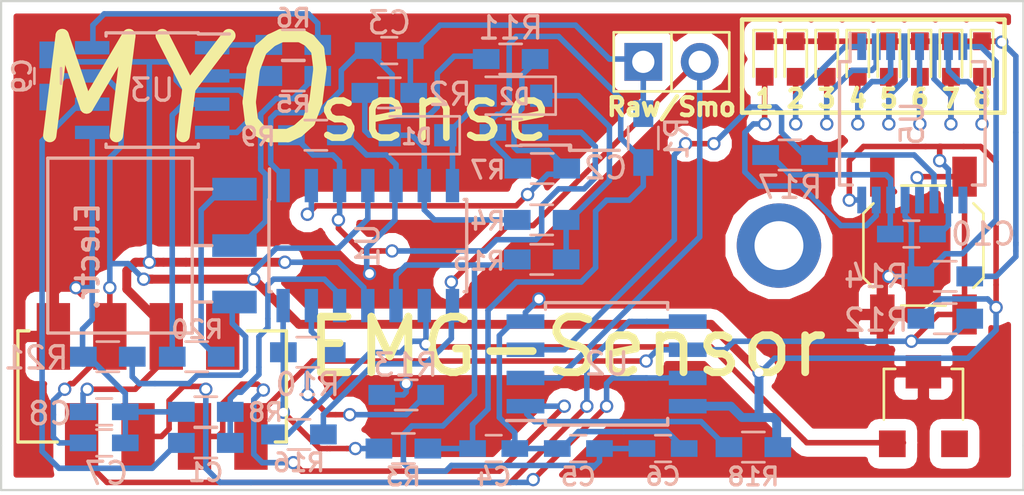
<source format=kicad_pcb>
(kicad_pcb (version 4) (host pcbnew 4.0.4+e1-6308~48~ubuntu14.04.1-stable)

  (general
    (links 103)
    (no_connects 0)
    (area 19.949999 19.949999 66.050001 42.050001)
    (thickness 1.6)
    (drawings 28)
    (tracks 738)
    (zones 0)
    (modules 50)
    (nets 41)
  )

  (page A4)
  (layers
    (0 F.Cu signal)
    (31 B.Cu signal)
    (32 B.Adhes user)
    (33 F.Adhes user)
    (34 B.Paste user)
    (35 F.Paste user)
    (36 B.SilkS user)
    (37 F.SilkS user)
    (38 B.Mask user)
    (39 F.Mask user)
    (40 Dwgs.User user)
    (41 Cmts.User user)
    (42 Eco1.User user)
    (43 Eco2.User user)
    (44 Edge.Cuts user)
    (45 Margin user)
    (46 B.CrtYd user)
    (47 F.CrtYd user)
    (48 B.Fab user hide)
    (49 F.Fab user hide)
  )

  (setup
    (last_trace_width 0.25)
    (user_trace_width 0.2)
    (user_trace_width 0.4)
    (trace_clearance 0.2)
    (zone_clearance 0.508)
    (zone_45_only no)
    (trace_min 0)
    (segment_width 0.2)
    (edge_width 0.1)
    (via_size 0.6)
    (via_drill 0.4)
    (via_min_size 0.4)
    (via_min_drill 0.3)
    (uvia_size 0.3)
    (uvia_drill 0.1)
    (uvias_allowed no)
    (uvia_min_size 0.2)
    (uvia_min_drill 0.1)
    (pcb_text_width 0.3)
    (pcb_text_size 1.5 1.5)
    (mod_edge_width 0.15)
    (mod_text_size 1 1)
    (mod_text_width 0.15)
    (pad_size 1.5 0.45)
    (pad_drill 0)
    (pad_to_mask_clearance 0)
    (aux_axis_origin 0 0)
    (visible_elements FFFFFFFF)
    (pcbplotparams
      (layerselection 0x010f0_80000001)
      (usegerberextensions true)
      (excludeedgelayer true)
      (linewidth 0.100000)
      (plotframeref false)
      (viasonmask false)
      (mode 1)
      (useauxorigin false)
      (hpglpennumber 1)
      (hpglpenspeed 20)
      (hpglpendiameter 15)
      (hpglpenoverlay 2)
      (psnegative false)
      (psa4output false)
      (plotreference true)
      (plotvalue true)
      (plotinvisibletext false)
      (padsonsilk false)
      (subtractmaskfromsilk false)
      (outputformat 1)
      (mirror false)
      (drillshape 0)
      (scaleselection 1)
      (outputdirectory Gerber_EMG_v2/))
  )

  (net 0 "")
  (net 1 "Net-(C1-Pad1)")
  (net 2 "Net-(C1-Pad2)")
  (net 3 "Net-(C2-Pad1)")
  (net 4 "Net-(C2-Pad2)")
  (net 5 Raw_Output)
  (net 6 "Net-(C3-Pad2)")
  (net 7 GND)
  (net 8 "Net-(C5-Pad1)")
  (net 9 "Net-(D1-Pad1)")
  (net 10 "Net-(D1-Pad2)")
  (net 11 Signal)
  (net 12 "Net-(J1-Pad1)")
  (net 13 "Net-(J1-Pad2)")
  (net 14 VCC)
  (net 15 Ard_Output)
  (net 16 "Net-(R10-Pad1)")
  (net 17 "Net-(R6-Pad1)")
  (net 18 "Net-(R6-Pad2)")
  (net 19 "Net-(R11-Pad2)")
  (net 20 "Net-(R10-Pad2)")
  (net 21 "Net-(R16-Pad2)")
  (net 22 SDA)
  (net 23 SCL)
  (net 24 "Net-(R5-Pad1)")
  (net 25 "Net-(J1-Pad3)")
  (net 26 "Net-(R20-Pad1)")
  (net 27 "Net-(D3-Pad2)")
  (net 28 "Net-(D10-Pad1)")
  (net 29 "Net-(D4-Pad2)")
  (net 30 "Net-(D5-Pad2)")
  (net 31 "Net-(D6-Pad2)")
  (net 32 "Net-(D7-Pad2)")
  (net 33 "Net-(D8-Pad2)")
  (net 34 "Net-(D9-Pad2)")
  (net 35 "Net-(D10-Pad2)")
  (net 36 "Net-(P2-Pad2)")
  (net 37 VSS)
  (net 38 "Net-(C10-Pad2)")
  (net 39 "Net-(R17-Pad2)")
  (net 40 "Net-(P2-Pad4)")

  (net_class Default "This is the default net class."
    (clearance 0.2)
    (trace_width 0.25)
    (via_dia 0.6)
    (via_drill 0.4)
    (uvia_dia 0.3)
    (uvia_drill 0.1)
    (add_net Ard_Output)
    (add_net GND)
    (add_net "Net-(C1-Pad1)")
    (add_net "Net-(C1-Pad2)")
    (add_net "Net-(C10-Pad2)")
    (add_net "Net-(C2-Pad1)")
    (add_net "Net-(C2-Pad2)")
    (add_net "Net-(C3-Pad2)")
    (add_net "Net-(C5-Pad1)")
    (add_net "Net-(D1-Pad1)")
    (add_net "Net-(D1-Pad2)")
    (add_net "Net-(D10-Pad1)")
    (add_net "Net-(D10-Pad2)")
    (add_net "Net-(D3-Pad2)")
    (add_net "Net-(D4-Pad2)")
    (add_net "Net-(D5-Pad2)")
    (add_net "Net-(D6-Pad2)")
    (add_net "Net-(D7-Pad2)")
    (add_net "Net-(D8-Pad2)")
    (add_net "Net-(D9-Pad2)")
    (add_net "Net-(J1-Pad1)")
    (add_net "Net-(J1-Pad2)")
    (add_net "Net-(J1-Pad3)")
    (add_net "Net-(P2-Pad2)")
    (add_net "Net-(P2-Pad4)")
    (add_net "Net-(R10-Pad1)")
    (add_net "Net-(R10-Pad2)")
    (add_net "Net-(R11-Pad2)")
    (add_net "Net-(R16-Pad2)")
    (add_net "Net-(R17-Pad2)")
    (add_net "Net-(R20-Pad1)")
    (add_net "Net-(R5-Pad1)")
    (add_net "Net-(R6-Pad1)")
    (add_net "Net-(R6-Pad2)")
    (add_net Raw_Output)
    (add_net SCL)
    (add_net SDA)
    (add_net Signal)
    (add_net VCC)
    (add_net VSS)
  )

  (module Resistors_SMD:R_0603_HandSoldering (layer B.Cu) (tedit 592F38CF) (tstamp 5921E181)
    (at 48.895 26.162 270)
    (descr "Resistor SMD 0603, hand soldering")
    (tags "resistor 0603")
    (path /57F13D1F)
    (attr smd)
    (fp_text reference R1 (at 0.019 -1.51 270) (layer B.SilkS)
      (effects (font (size 1 1) (thickness 0.15)) (justify mirror))
    )
    (fp_text value 68k (at 0 -1.55 270) (layer B.Fab)
      (effects (font (size 1 1) (thickness 0.15)) (justify mirror))
    )
    (fp_text user %R (at 0 0 270) (layer B.Fab)
      (effects (font (size 0.5 0.5) (thickness 0.075)) (justify mirror))
    )
    (fp_line (start -0.8 -0.4) (end -0.8 0.4) (layer B.Fab) (width 0.1))
    (fp_line (start 0.8 -0.4) (end -0.8 -0.4) (layer B.Fab) (width 0.1))
    (fp_line (start 0.8 0.4) (end 0.8 -0.4) (layer B.Fab) (width 0.1))
    (fp_line (start -0.8 0.4) (end 0.8 0.4) (layer B.Fab) (width 0.1))
    (fp_line (start 0.5 -0.68) (end -0.5 -0.68) (layer B.SilkS) (width 0.12))
    (fp_line (start -0.5 0.68) (end 0.5 0.68) (layer B.SilkS) (width 0.12))
    (fp_line (start -1.96 0.7) (end 1.95 0.7) (layer B.CrtYd) (width 0.05))
    (fp_line (start -1.96 0.7) (end -1.96 -0.7) (layer B.CrtYd) (width 0.05))
    (fp_line (start 1.95 -0.7) (end 1.95 0.7) (layer B.CrtYd) (width 0.05))
    (fp_line (start 1.95 -0.7) (end -1.96 -0.7) (layer B.CrtYd) (width 0.05))
    (pad 1 smd rect (at -1.1 0 270) (size 1.2 0.9) (layers B.Cu B.Paste B.Mask)
      (net 5 Raw_Output))
    (pad 2 smd rect (at 1.1 0 270) (size 1.2 0.9) (layers B.Cu B.Paste B.Mask)
      (net 3 "Net-(C2-Pad1)"))
    (model ${KISYS3DMOD}/Resistors_SMD.3dshapes/R_0603.wrl
      (at (xyz 0 0 0))
      (scale (xyz 1 1 1))
      (rotate (xyz 0 0 0))
    )
  )

  (module Pin_Headers_2:Header_Angled_03 (layer B.Cu) (tedit 593EF392) (tstamp 593EB145)
    (at 30.5 31 270)
    (path /57F032E3)
    (fp_text reference J1 (at 0 3.302 270) (layer B.SilkS) hide
      (effects (font (size 1 1) (thickness 0.15)) (justify mirror))
    )
    (fp_text value Sensor_Connect (at 0 -2.032 270) (layer B.Fab)
      (effects (font (size 1 1) (thickness 0.15)) (justify mirror))
    )
    (fp_line (start -3.935 8.4) (end 3.935 8.4) (layer B.SilkS) (width 0.15))
    (fp_line (start -3.935 1.9) (end -3.935 8.4) (layer B.SilkS) (width 0.15))
    (fp_line (start 3.935 1.9) (end 3.935 8.4) (layer B.SilkS) (width 0.15))
    (fp_line (start -3.935 1.9) (end 3.935 1.9) (layer B.SilkS) (width 0.15))
    (fp_line (start -2.54 1.016) (end -2.54 1.9) (layer B.SilkS) (width 0.15))
    (fp_line (start 0 1.016) (end 0 1.9) (layer B.SilkS) (width 0.15))
    (fp_line (start 2.54 1.016) (end 2.54 1.9) (layer B.SilkS) (width 0.15))
    (pad 1 smd rect (at 0 0 270) (size 1.02 2) (layers B.Cu B.Paste B.Mask)
      (net 12 "Net-(J1-Pad1)"))
    (pad 2 smd rect (at -2.54 0 270) (size 1.02 2) (layers B.Cu B.Paste B.Mask)
      (net 13 "Net-(J1-Pad2)"))
    (pad 3 smd rect (at 2.54 0 270) (size 1.02 2) (layers B.Cu B.Paste B.Mask)
      (net 25 "Net-(J1-Pad3)"))
  )

  (module Resistors_SMD:R_0603_HandSoldering (layer B.Cu) (tedit 58E0A804) (tstamp 592B2322)
    (at 33.8 35.8)
    (descr "Resistor SMD 0603, hand soldering")
    (tags "resistor 0603")
    (path /57F0B5DD)
    (attr smd)
    (fp_text reference R10 (at 0 1.45) (layer B.SilkS)
      (effects (font (size 1 1) (thickness 0.15)) (justify mirror))
    )
    (fp_text value 100k (at 0 -1.55) (layer B.Fab)
      (effects (font (size 1 1) (thickness 0.15)) (justify mirror))
    )
    (fp_text user %R (at 0 0) (layer B.Fab)
      (effects (font (size 0.5 0.5) (thickness 0.075)) (justify mirror))
    )
    (fp_line (start -0.8 -0.4) (end -0.8 0.4) (layer B.Fab) (width 0.1))
    (fp_line (start 0.8 -0.4) (end -0.8 -0.4) (layer B.Fab) (width 0.1))
    (fp_line (start 0.8 0.4) (end 0.8 -0.4) (layer B.Fab) (width 0.1))
    (fp_line (start -0.8 0.4) (end 0.8 0.4) (layer B.Fab) (width 0.1))
    (fp_line (start 0.5 -0.68) (end -0.5 -0.68) (layer B.SilkS) (width 0.12))
    (fp_line (start -0.5 0.68) (end 0.5 0.68) (layer B.SilkS) (width 0.12))
    (fp_line (start -1.96 0.7) (end 1.95 0.7) (layer B.CrtYd) (width 0.05))
    (fp_line (start -1.96 0.7) (end -1.96 -0.7) (layer B.CrtYd) (width 0.05))
    (fp_line (start 1.95 -0.7) (end 1.95 0.7) (layer B.CrtYd) (width 0.05))
    (fp_line (start 1.95 -0.7) (end -1.96 -0.7) (layer B.CrtYd) (width 0.05))
    (pad 1 smd rect (at -1.1 0) (size 1.2 0.9) (layers B.Cu B.Paste B.Mask)
      (net 16 "Net-(R10-Pad1)"))
    (pad 2 smd rect (at 1.1 0) (size 1.2 0.9) (layers B.Cu B.Paste B.Mask)
      (net 20 "Net-(R10-Pad2)"))
    (model ${KISYS3DMOD}/Resistors_SMD.3dshapes/R_0603.wrl
      (at (xyz 0 0 0))
      (scale (xyz 1 1 1))
      (rotate (xyz 0 0 0))
    )
  )

  (module Potentiometers:Potentiometer_Trimmer-EVM3E (layer F.Cu) (tedit 593EA96A) (tstamp 5937B4AF)
    (at 61.5 38.3)
    (descr http://www.comkey.in/sites/default/files/attachments/EVM3ESX50B15.pdf)
    (tags "trimmer smd")
    (path /57FAC0C9)
    (attr smd)
    (fp_text reference RV1 (at 0 3.83) (layer F.SilkS) hide
      (effects (font (size 1 1) (thickness 0.15)))
    )
    (fp_text value POT (at 0 -3.79) (layer F.Fab)
      (effects (font (size 1 1) (thickness 0.15)))
    )
    (fp_line (start 1.78 -1.75) (end 1.78 0.53) (layer F.SilkS) (width 0.12))
    (fp_line (start 1.27 -1.75) (end 1.78 -1.75) (layer F.SilkS) (width 0.12))
    (fp_line (start -1.78 -1.75) (end -1.27 -1.75) (layer F.SilkS) (width 0.12))
    (fp_line (start -1.78 0.53) (end -1.78 -1.75) (layer F.SilkS) (width 0.12))
    (fp_line (start 2.2 2.45) (end -2.2 2.45) (layer F.CrtYd) (width 0.05))
    (fp_line (start 2.2 -2.6) (end 2.2 2.45) (layer F.CrtYd) (width 0.05))
    (fp_line (start -2.2 -2.6) (end 2.2 -2.6) (layer F.CrtYd) (width 0.05))
    (fp_line (start -2.2 2.45) (end -2.2 -2.6) (layer F.CrtYd) (width 0.05))
    (fp_line (start 0.9 1.38) (end 0.9 1.73) (layer F.Fab) (width 0.1))
    (fp_line (start 1.55 1.38) (end 0.9 1.38) (layer F.Fab) (width 0.1))
    (fp_line (start -0.9 1.32) (end -0.9 1.73) (layer F.Fab) (width 0.1))
    (fp_line (start -1.55 1.32) (end -0.9 1.32) (layer F.Fab) (width 0.1))
    (fp_line (start -0.25 -0.23) (end -0.25 -0.97) (layer F.Fab) (width 0.1))
    (fp_line (start -1 -0.23) (end -0.25 -0.23) (layer F.Fab) (width 0.1))
    (fp_line (start -1 0.28) (end -1 -0.23) (layer F.Fab) (width 0.1))
    (fp_line (start -0.25 0.28) (end -1 0.28) (layer F.Fab) (width 0.1))
    (fp_line (start -0.25 1.02) (end -0.25 0.28) (layer F.Fab) (width 0.1))
    (fp_line (start 0.25 1.02) (end -0.25 1.02) (layer F.Fab) (width 0.1))
    (fp_line (start 0.25 0.28) (end 0.25 1.02) (layer F.Fab) (width 0.1))
    (fp_line (start 1 0.28) (end 0.25 0.28) (layer F.Fab) (width 0.1))
    (fp_line (start 1 -0.23) (end 1 0.28) (layer F.Fab) (width 0.1))
    (fp_line (start 0.25 -0.23) (end 1 -0.23) (layer F.Fab) (width 0.1))
    (fp_line (start 0.25 -0.97) (end 0.25 -0.23) (layer F.Fab) (width 0.1))
    (fp_line (start -0.25 -0.97) (end 0.25 -0.97) (layer F.Fab) (width 0.1))
    (fp_line (start -1.55 1.73) (end -1.55 -1.52) (layer F.Fab) (width 0.1))
    (fp_line (start 1.55 1.73) (end -1.55 1.73) (layer F.Fab) (width 0.1))
    (fp_line (start 1.55 -1.52) (end 1.55 1.73) (layer F.Fab) (width 0.1))
    (fp_line (start -1.55 -1.52) (end 1.55 -1.52) (layer F.Fab) (width 0.1))
    (fp_circle (center 0 0.03) (end 0 -0.23) (layer F.Fab) (width 0.1))
    (fp_circle (center 0 0.03) (end 0 -1.18) (layer F.Fab) (width 0.1))
    (fp_circle (center 0 0.03) (end 0 -1.52) (layer F.Fab) (width 0.1))
    (pad 1 smd rect (at -1.4 1.62) (size 1.2 1.2) (layers F.Cu F.Paste F.Mask)
      (net 21 "Net-(R16-Pad2)"))
    (pad 3 smd rect (at 1.4 1.62) (size 1.2 1.2) (layers F.Cu F.Paste F.Mask))
    (pad 2 smd rect (at 0 -1.62) (size 1.6 1.5) (layers F.Cu F.Paste F.Mask)
      (net 7 GND))
  )

  (module Pin_Headers:Pin_Header_Straight_1x02_Pitch2.54mm (layer F.Cu) (tedit 593906DC) (tstamp 59372AF5)
    (at 48.895 22.733 90)
    (descr "Through hole straight pin header, 1x02, 2.54mm pitch, single row")
    (tags "Through hole pin header THT 1x02 2.54mm single row")
    (path /59373C1E)
    (fp_text reference P1 (at 0 -2.33 90) (layer F.SilkS) hide
      (effects (font (size 1 1) (thickness 0.15)))
    )
    (fp_text value CONN_01X02 (at 0 4.87 90) (layer F.Fab)
      (effects (font (size 1 1) (thickness 0.15)))
    )
    (fp_line (start 1.33 1.27) (end 1.33 -1.32) (layer F.SilkS) (width 0.12))
    (fp_line (start 1.33 -1.32) (end 1.33 -1.33) (layer F.SilkS) (width 0.12))
    (fp_line (start 1.33 -1.33) (end -0.02 -1.33) (layer F.SilkS) (width 0.12))
    (fp_line (start -1.33 1.28) (end -1.33 -0.02) (layer F.SilkS) (width 0.12))
    (fp_line (start -1.27 -1.27) (end -1.27 3.81) (layer F.Fab) (width 0.1))
    (fp_line (start -1.27 3.81) (end 1.27 3.81) (layer F.Fab) (width 0.1))
    (fp_line (start 1.27 3.81) (end 1.27 -1.27) (layer F.Fab) (width 0.1))
    (fp_line (start 1.27 -1.27) (end -1.27 -1.27) (layer F.Fab) (width 0.1))
    (fp_line (start -1.33 1.27) (end -1.33 3.87) (layer F.SilkS) (width 0.12))
    (fp_line (start -1.33 3.87) (end 1.33 3.87) (layer F.SilkS) (width 0.12))
    (fp_line (start 1.33 3.87) (end 1.33 1.27) (layer F.SilkS) (width 0.12))
    (fp_line (start 1.33 1.27) (end -1.33 1.27) (layer F.SilkS) (width 0.12))
    (fp_line (start -1.33 0) (end -1.33 -1.33) (layer F.SilkS) (width 0.12))
    (fp_line (start -1.33 -1.33) (end 0 -1.33) (layer F.SilkS) (width 0.12))
    (fp_line (start -1.8 -1.8) (end -1.8 4.35) (layer F.CrtYd) (width 0.05))
    (fp_line (start -1.8 4.35) (end 1.8 4.35) (layer F.CrtYd) (width 0.05))
    (fp_line (start 1.8 4.35) (end 1.8 -1.8) (layer F.CrtYd) (width 0.05))
    (fp_line (start 1.8 -1.8) (end -1.8 -1.8) (layer F.CrtYd) (width 0.05))
    (fp_text user %R (at 0 -2.33 90) (layer F.Fab)
      (effects (font (size 1 1) (thickness 0.15)))
    )
    (pad 1 thru_hole rect (at 0 0 90) (size 1.7 1.7) (drill 1) (layers *.Cu *.Mask)
      (net 5 Raw_Output))
    (pad 2 thru_hole oval (at 0 2.54 90) (size 1.7 1.7) (drill 1) (layers *.Cu *.Mask)
      (net 15 Ard_Output))
    (model ${KISYS3DMOD}/Pin_Headers.3dshapes/Pin_Header_Straight_1x02_Pitch2.54mm.wrl
      (at (xyz 0 -0.05 0))
      (scale (xyz 1 1 1))
      (rotate (xyz 0 0 90))
    )
  )

  (module LEDs:LED_0603 (layer F.Cu) (tedit 59379C42) (tstamp 59372E94)
    (at 54.356 22.606 270)
    (descr "LED 0603 smd package")
    (tags "LED led 0603 SMD smd SMT smt smdled SMDLED smtled SMTLED")
    (path /5937CE2C)
    (attr smd)
    (fp_text reference D3 (at 0 -1.25 270) (layer F.SilkS) hide
      (effects (font (size 1 1) (thickness 0.15)))
    )
    (fp_text value LED (at 0 1.35 270) (layer F.Fab)
      (effects (font (size 1 1) (thickness 0.15)))
    )
    (fp_line (start -1.3 -0.5) (end -1.3 0.5) (layer F.SilkS) (width 0.12))
    (fp_line (start -0.2 -0.2) (end -0.2 0.2) (layer F.Fab) (width 0.1))
    (fp_line (start -0.15 0) (end 0.15 -0.2) (layer F.Fab) (width 0.1))
    (fp_line (start 0.15 0.2) (end -0.15 0) (layer F.Fab) (width 0.1))
    (fp_line (start 0.15 -0.2) (end 0.15 0.2) (layer F.Fab) (width 0.1))
    (fp_line (start 0.8 0.4) (end -0.8 0.4) (layer F.Fab) (width 0.1))
    (fp_line (start 0.8 -0.4) (end 0.8 0.4) (layer F.Fab) (width 0.1))
    (fp_line (start -0.8 -0.4) (end 0.8 -0.4) (layer F.Fab) (width 0.1))
    (fp_line (start -0.8 0.4) (end -0.8 -0.4) (layer F.Fab) (width 0.1))
    (fp_line (start -1.3 0.5) (end 0.8 0.5) (layer F.SilkS) (width 0.12))
    (fp_line (start -1.3 -0.5) (end 0.8 -0.5) (layer F.SilkS) (width 0.12))
    (fp_line (start 1.45 -0.65) (end 1.45 0.65) (layer F.CrtYd) (width 0.05))
    (fp_line (start 1.45 0.65) (end -1.45 0.65) (layer F.CrtYd) (width 0.05))
    (fp_line (start -1.45 0.65) (end -1.45 -0.65) (layer F.CrtYd) (width 0.05))
    (fp_line (start -1.45 -0.65) (end 1.45 -0.65) (layer F.CrtYd) (width 0.05))
    (pad 2 smd rect (at 0.8 0 90) (size 0.8 0.8) (layers F.Cu F.Paste F.Mask)
      (net 27 "Net-(D3-Pad2)"))
    (pad 1 smd rect (at -0.8 0 90) (size 0.8 0.8) (layers F.Cu F.Paste F.Mask)
      (net 28 "Net-(D10-Pad1)"))
    (model LEDs.3dshapes/LED_0603.wrl
      (at (xyz 0 0 0))
      (scale (xyz 1 1 1))
      (rotate (xyz 0 0 180))
    )
  )

  (module Housings_SOIC:SOIC-8_3.9x4.9mm_Pitch1.27mm (layer B.Cu) (tedit 592EB6E9) (tstamp 5921D182)
    (at 26.797 24.003 180)
    (descr "8-Lead Plastic Small Outline (SN) - Narrow, 3.90 mm Body [SOIC] (see Microchip Packaging Specification 00000049BS.pdf)")
    (tags "SOIC 1.27")
    (path /57F03779)
    (attr smd)
    (fp_text reference U3 (at 0 0 180) (layer B.SilkS)
      (effects (font (size 1 1) (thickness 0.15)) (justify mirror))
    )
    (fp_text value INA126 (at 0 -3.5 180) (layer B.Fab)
      (effects (font (size 1 1) (thickness 0.15)) (justify mirror))
    )
    (fp_text user %R (at 0 0 180) (layer B.Fab)
      (effects (font (size 1 1) (thickness 0.15)) (justify mirror))
    )
    (fp_line (start -0.95 2.45) (end 1.95 2.45) (layer B.Fab) (width 0.1))
    (fp_line (start 1.95 2.45) (end 1.95 -2.45) (layer B.Fab) (width 0.1))
    (fp_line (start 1.95 -2.45) (end -1.95 -2.45) (layer B.Fab) (width 0.1))
    (fp_line (start -1.95 -2.45) (end -1.95 1.45) (layer B.Fab) (width 0.1))
    (fp_line (start -1.95 1.45) (end -0.95 2.45) (layer B.Fab) (width 0.1))
    (fp_line (start -3.73 2.7) (end -3.73 -2.7) (layer B.CrtYd) (width 0.05))
    (fp_line (start 3.73 2.7) (end 3.73 -2.7) (layer B.CrtYd) (width 0.05))
    (fp_line (start -3.73 2.7) (end 3.73 2.7) (layer B.CrtYd) (width 0.05))
    (fp_line (start -3.73 -2.7) (end 3.73 -2.7) (layer B.CrtYd) (width 0.05))
    (fp_line (start -2.075 2.575) (end -2.075 2.525) (layer B.SilkS) (width 0.15))
    (fp_line (start 2.075 2.575) (end 2.075 2.43) (layer B.SilkS) (width 0.15))
    (fp_line (start 2.075 -2.575) (end 2.075 -2.43) (layer B.SilkS) (width 0.15))
    (fp_line (start -2.075 -2.575) (end -2.075 -2.43) (layer B.SilkS) (width 0.15))
    (fp_line (start -2.075 2.575) (end 2.075 2.575) (layer B.SilkS) (width 0.15))
    (fp_line (start -2.075 -2.575) (end 2.075 -2.575) (layer B.SilkS) (width 0.15))
    (fp_line (start -2.075 2.525) (end -3.475 2.525) (layer B.SilkS) (width 0.15))
    (pad 1 smd rect (at -2.7 1.905 180) (size 1.55 0.6) (layers B.Cu B.Paste B.Mask)
      (net 18 "Net-(R6-Pad2)"))
    (pad 2 smd rect (at -2.7 0.635 180) (size 1.55 0.6) (layers B.Cu B.Paste B.Mask)
      (net 24 "Net-(R5-Pad1)"))
    (pad 3 smd rect (at -2.7 -0.635 180) (size 1.55 0.6) (layers B.Cu B.Paste B.Mask)
      (net 26 "Net-(R20-Pad1)"))
    (pad 4 smd rect (at -2.7 -1.905 180) (size 1.55 0.6) (layers B.Cu B.Paste B.Mask)
      (net 37 VSS))
    (pad 5 smd rect (at 2.7 -1.905 180) (size 1.55 0.6) (layers B.Cu B.Paste B.Mask)
      (net 7 GND))
    (pad 6 smd rect (at 2.7 -0.635 180) (size 1.55 0.6) (layers B.Cu B.Paste B.Mask)
      (net 2 "Net-(C1-Pad2)"))
    (pad 7 smd rect (at 2.7 0.635 180) (size 1.55 0.6) (layers B.Cu B.Paste B.Mask)
      (net 14 VCC))
    (pad 8 smd rect (at 2.7 1.905 180) (size 1.55 0.6) (layers B.Cu B.Paste B.Mask)
      (net 17 "Net-(R6-Pad1)"))
    (model Housings_SOIC.3dshapes/SOIC-8_3.9x4.9mm_Pitch1.27mm.wrl
      (at (xyz 0 0 0))
      (scale (xyz 1 1 1))
      (rotate (xyz 0 0 0))
    )
  )

  (module Resistors_SMD:R_0603_HandSoldering (layer B.Cu) (tedit 593F056B) (tstamp 5921E186)
    (at 37.465 24.13)
    (descr "Resistor SMD 0603, hand soldering")
    (tags "resistor 0603")
    (path /591F84CC)
    (attr smd)
    (fp_text reference R2 (at 2.7305 0.0635) (layer B.SilkS)
      (effects (font (size 1 1) (thickness 0.15)) (justify mirror))
    )
    (fp_text value 22k (at 0 -1.55) (layer B.Fab)
      (effects (font (size 1 1) (thickness 0.15)) (justify mirror))
    )
    (fp_text user %R (at 0 0) (layer B.Fab)
      (effects (font (size 0.5 0.5) (thickness 0.075)) (justify mirror))
    )
    (fp_line (start -0.8 -0.4) (end -0.8 0.4) (layer B.Fab) (width 0.1))
    (fp_line (start 0.8 -0.4) (end -0.8 -0.4) (layer B.Fab) (width 0.1))
    (fp_line (start 0.8 0.4) (end 0.8 -0.4) (layer B.Fab) (width 0.1))
    (fp_line (start -0.8 0.4) (end 0.8 0.4) (layer B.Fab) (width 0.1))
    (fp_line (start 0.5 -0.68) (end -0.5 -0.68) (layer B.SilkS) (width 0.12))
    (fp_line (start -0.5 0.68) (end 0.5 0.68) (layer B.SilkS) (width 0.12))
    (fp_line (start -1.96 0.7) (end 1.95 0.7) (layer B.CrtYd) (width 0.05))
    (fp_line (start -1.96 0.7) (end -1.96 -0.7) (layer B.CrtYd) (width 0.05))
    (fp_line (start 1.95 -0.7) (end 1.95 0.7) (layer B.CrtYd) (width 0.05))
    (fp_line (start 1.95 -0.7) (end -1.96 -0.7) (layer B.CrtYd) (width 0.05))
    (pad 1 smd rect (at -1.1 0) (size 1.2 0.9) (layers B.Cu B.Paste B.Mask)
      (net 10 "Net-(D1-Pad2)"))
    (pad 2 smd rect (at 1.1 0) (size 1.2 0.9) (layers B.Cu B.Paste B.Mask)
      (net 5 Raw_Output))
    (model ${KISYS3DMOD}/Resistors_SMD.3dshapes/R_0603.wrl
      (at (xyz 0 0 0))
      (scale (xyz 1 1 1))
      (rotate (xyz 0 0 0))
    )
  )

  (module Resistors_SMD:R_0603_HandSoldering (layer B.Cu) (tedit 592F3990) (tstamp 5921E18B)
    (at 38.1 40.132 180)
    (descr "Resistor SMD 0603, hand soldering")
    (tags "resistor 0603")
    (path /57F0F42C)
    (attr smd)
    (fp_text reference R3 (at 0 -1.27 180) (layer B.SilkS)
      (effects (font (size 0.8 0.8) (thickness 0.15)) (justify mirror))
    )
    (fp_text value 2k2 (at 0 -1.55 180) (layer B.Fab)
      (effects (font (size 1 1) (thickness 0.15)) (justify mirror))
    )
    (fp_text user %R (at 0 0 180) (layer B.Fab)
      (effects (font (size 0.5 0.5) (thickness 0.075)) (justify mirror))
    )
    (fp_line (start -0.8 -0.4) (end -0.8 0.4) (layer B.Fab) (width 0.1))
    (fp_line (start 0.8 -0.4) (end -0.8 -0.4) (layer B.Fab) (width 0.1))
    (fp_line (start 0.8 0.4) (end 0.8 -0.4) (layer B.Fab) (width 0.1))
    (fp_line (start -0.8 0.4) (end 0.8 0.4) (layer B.Fab) (width 0.1))
    (fp_line (start 0.5 -0.68) (end -0.5 -0.68) (layer B.SilkS) (width 0.12))
    (fp_line (start -0.5 0.68) (end 0.5 0.68) (layer B.SilkS) (width 0.12))
    (fp_line (start -1.96 0.7) (end 1.95 0.7) (layer B.CrtYd) (width 0.05))
    (fp_line (start -1.96 0.7) (end -1.96 -0.7) (layer B.CrtYd) (width 0.05))
    (fp_line (start 1.95 -0.7) (end 1.95 0.7) (layer B.CrtYd) (width 0.05))
    (fp_line (start 1.95 -0.7) (end -1.96 -0.7) (layer B.CrtYd) (width 0.05))
    (pad 1 smd rect (at -1.1 0 180) (size 1.2 0.9) (layers B.Cu B.Paste B.Mask)
      (net 3 "Net-(C2-Pad1)"))
    (pad 2 smd rect (at 1.1 0 180) (size 1.2 0.9) (layers B.Cu B.Paste B.Mask)
      (net 16 "Net-(R10-Pad1)"))
    (model ${KISYS3DMOD}/Resistors_SMD.3dshapes/R_0603.wrl
      (at (xyz 0 0 0))
      (scale (xyz 1 1 1))
      (rotate (xyz 0 0 0))
    )
  )

  (module Resistors_SMD:R_0603_HandSoldering (layer B.Cu) (tedit 5942A455) (tstamp 5921E190)
    (at 44.323 29.845 180)
    (descr "Resistor SMD 0603, hand soldering")
    (tags "resistor 0603")
    (path /591F9D9C)
    (attr smd)
    (fp_text reference R4 (at 2.423 -0.055 180) (layer B.SilkS)
      (effects (font (size 0.8 0.8) (thickness 0.15)) (justify mirror))
    )
    (fp_text value 100k (at 0 -1.55 180) (layer B.Fab)
      (effects (font (size 1 1) (thickness 0.15)) (justify mirror))
    )
    (fp_text user %R (at 0 0 180) (layer B.Fab)
      (effects (font (size 0.5 0.5) (thickness 0.075)) (justify mirror))
    )
    (fp_line (start -0.8 -0.4) (end -0.8 0.4) (layer B.Fab) (width 0.1))
    (fp_line (start 0.8 -0.4) (end -0.8 -0.4) (layer B.Fab) (width 0.1))
    (fp_line (start 0.8 0.4) (end 0.8 -0.4) (layer B.Fab) (width 0.1))
    (fp_line (start -0.8 0.4) (end 0.8 0.4) (layer B.Fab) (width 0.1))
    (fp_line (start 0.5 -0.68) (end -0.5 -0.68) (layer B.SilkS) (width 0.12))
    (fp_line (start -0.5 0.68) (end 0.5 0.68) (layer B.SilkS) (width 0.12))
    (fp_line (start -1.96 0.7) (end 1.95 0.7) (layer B.CrtYd) (width 0.05))
    (fp_line (start -1.96 0.7) (end -1.96 -0.7) (layer B.CrtYd) (width 0.05))
    (fp_line (start 1.95 -0.7) (end 1.95 0.7) (layer B.CrtYd) (width 0.05))
    (fp_line (start 1.95 -0.7) (end -1.96 -0.7) (layer B.CrtYd) (width 0.05))
    (pad 1 smd rect (at -1.1 0 180) (size 1.2 0.9) (layers B.Cu B.Paste B.Mask)
      (net 11 Signal))
    (pad 2 smd rect (at 1.1 0 180) (size 1.2 0.9) (layers B.Cu B.Paste B.Mask)
      (net 10 "Net-(D1-Pad2)"))
    (model ${KISYS3DMOD}/Resistors_SMD.3dshapes/R_0603.wrl
      (at (xyz 0 0 0))
      (scale (xyz 1 1 1))
      (rotate (xyz 0 0 0))
    )
  )

  (module Resistors_SMD:R_0603_HandSoldering (layer B.Cu) (tedit 593F0583) (tstamp 5921E19A)
    (at 33.147 21.971 180)
    (descr "Resistor SMD 0603, hand soldering")
    (tags "resistor 0603")
    (path /57F07990)
    (attr smd)
    (fp_text reference R6 (at 0 1.2065 180) (layer B.SilkS)
      (effects (font (size 0.8 0.8) (thickness 0.15)) (justify mirror))
    )
    (fp_text value 1.5k (at 0 -1.55 180) (layer B.Fab)
      (effects (font (size 1 1) (thickness 0.15)) (justify mirror))
    )
    (fp_text user %R (at 0 0 180) (layer B.Fab)
      (effects (font (size 0.5 0.5) (thickness 0.075)) (justify mirror))
    )
    (fp_line (start -0.8 -0.4) (end -0.8 0.4) (layer B.Fab) (width 0.1))
    (fp_line (start 0.8 -0.4) (end -0.8 -0.4) (layer B.Fab) (width 0.1))
    (fp_line (start 0.8 0.4) (end 0.8 -0.4) (layer B.Fab) (width 0.1))
    (fp_line (start -0.8 0.4) (end 0.8 0.4) (layer B.Fab) (width 0.1))
    (fp_line (start 0.5 -0.68) (end -0.5 -0.68) (layer B.SilkS) (width 0.12))
    (fp_line (start -0.5 0.68) (end 0.5 0.68) (layer B.SilkS) (width 0.12))
    (fp_line (start -1.96 0.7) (end 1.95 0.7) (layer B.CrtYd) (width 0.05))
    (fp_line (start -1.96 0.7) (end -1.96 -0.7) (layer B.CrtYd) (width 0.05))
    (fp_line (start 1.95 -0.7) (end 1.95 0.7) (layer B.CrtYd) (width 0.05))
    (fp_line (start 1.95 -0.7) (end -1.96 -0.7) (layer B.CrtYd) (width 0.05))
    (pad 1 smd rect (at -1.1 0 180) (size 1.2 0.9) (layers B.Cu B.Paste B.Mask)
      (net 17 "Net-(R6-Pad1)"))
    (pad 2 smd rect (at 1.1 0 180) (size 1.2 0.9) (layers B.Cu B.Paste B.Mask)
      (net 18 "Net-(R6-Pad2)"))
    (model ${KISYS3DMOD}/Resistors_SMD.3dshapes/R_0603.wrl
      (at (xyz 0 0 0))
      (scale (xyz 1 1 1))
      (rotate (xyz 0 0 0))
    )
  )

  (module Resistors_SMD:R_0603_HandSoldering (layer B.Cu) (tedit 5942A4B8) (tstamp 5921E19F)
    (at 44.3484 27.5336 180)
    (descr "Resistor SMD 0603, hand soldering")
    (tags "resistor 0603")
    (path /57F133D3)
    (attr smd)
    (fp_text reference R7 (at 2.4484 -0.0664 180) (layer B.SilkS)
      (effects (font (size 0.8 0.8) (thickness 0.15)) (justify mirror))
    )
    (fp_text value 10k (at 0 -1.55 180) (layer B.Fab)
      (effects (font (size 1 1) (thickness 0.15)) (justify mirror))
    )
    (fp_text user %R (at 0 0 180) (layer B.Fab)
      (effects (font (size 0.5 0.5) (thickness 0.075)) (justify mirror))
    )
    (fp_line (start -0.8 -0.4) (end -0.8 0.4) (layer B.Fab) (width 0.1))
    (fp_line (start 0.8 -0.4) (end -0.8 -0.4) (layer B.Fab) (width 0.1))
    (fp_line (start 0.8 0.4) (end 0.8 -0.4) (layer B.Fab) (width 0.1))
    (fp_line (start -0.8 0.4) (end 0.8 0.4) (layer B.Fab) (width 0.1))
    (fp_line (start 0.5 -0.68) (end -0.5 -0.68) (layer B.SilkS) (width 0.12))
    (fp_line (start -0.5 0.68) (end 0.5 0.68) (layer B.SilkS) (width 0.12))
    (fp_line (start -1.96 0.7) (end 1.95 0.7) (layer B.CrtYd) (width 0.05))
    (fp_line (start -1.96 0.7) (end -1.96 -0.7) (layer B.CrtYd) (width 0.05))
    (fp_line (start 1.95 -0.7) (end 1.95 0.7) (layer B.CrtYd) (width 0.05))
    (fp_line (start 1.95 -0.7) (end -1.96 -0.7) (layer B.CrtYd) (width 0.05))
    (pad 1 smd rect (at -1.1 0 180) (size 1.2 0.9) (layers B.Cu B.Paste B.Mask)
      (net 19 "Net-(R11-Pad2)"))
    (pad 2 smd rect (at 1.1 0 180) (size 1.2 0.9) (layers B.Cu B.Paste B.Mask)
      (net 3 "Net-(C2-Pad1)"))
    (model ${KISYS3DMOD}/Resistors_SMD.3dshapes/R_0603.wrl
      (at (xyz 0 0 0))
      (scale (xyz 1 1 1))
      (rotate (xyz 0 0 0))
    )
  )

  (module Resistors_SMD:R_0603_HandSoldering (layer B.Cu) (tedit 593F061B) (tstamp 5921E1A4)
    (at 29.21 38.481 180)
    (descr "Resistor SMD 0603, hand soldering")
    (tags "resistor 0603")
    (path /57F0ACF0)
    (attr smd)
    (fp_text reference R8 (at -2.6924 -0.0254 180) (layer B.SilkS)
      (effects (font (size 0.8 0.8) (thickness 0.15)) (justify mirror))
    )
    (fp_text value 100k (at 0 -1.55 180) (layer B.Fab)
      (effects (font (size 1 1) (thickness 0.15)) (justify mirror))
    )
    (fp_text user %R (at 0 0 180) (layer B.Fab)
      (effects (font (size 0.5 0.5) (thickness 0.075)) (justify mirror))
    )
    (fp_line (start -0.8 -0.4) (end -0.8 0.4) (layer B.Fab) (width 0.1))
    (fp_line (start 0.8 -0.4) (end -0.8 -0.4) (layer B.Fab) (width 0.1))
    (fp_line (start 0.8 0.4) (end 0.8 -0.4) (layer B.Fab) (width 0.1))
    (fp_line (start -0.8 0.4) (end 0.8 0.4) (layer B.Fab) (width 0.1))
    (fp_line (start 0.5 -0.68) (end -0.5 -0.68) (layer B.SilkS) (width 0.12))
    (fp_line (start -0.5 0.68) (end 0.5 0.68) (layer B.SilkS) (width 0.12))
    (fp_line (start -1.96 0.7) (end 1.95 0.7) (layer B.CrtYd) (width 0.05))
    (fp_line (start -1.96 0.7) (end -1.96 -0.7) (layer B.CrtYd) (width 0.05))
    (fp_line (start 1.95 -0.7) (end 1.95 0.7) (layer B.CrtYd) (width 0.05))
    (fp_line (start 1.95 -0.7) (end -1.96 -0.7) (layer B.CrtYd) (width 0.05))
    (pad 1 smd rect (at -1.1 0 180) (size 1.2 0.9) (layers B.Cu B.Paste B.Mask)
      (net 1 "Net-(C1-Pad1)"))
    (pad 2 smd rect (at 1.1 0 180) (size 1.2 0.9) (layers B.Cu B.Paste B.Mask)
      (net 7 GND))
    (model ${KISYS3DMOD}/Resistors_SMD.3dshapes/R_0603.wrl
      (at (xyz 0 0 0))
      (scale (xyz 1 1 1))
      (rotate (xyz 0 0 0))
    )
  )

  (module Capacitors_SMD:C_0603_HandSoldering (layer B.Cu) (tedit 5942A499) (tstamp 592B2056)
    (at 43.0784 25.908)
    (descr "Capacitor SMD 0603, hand soldering")
    (tags "capacitor 0603")
    (path /57F16D59)
    (attr smd)
    (fp_text reference C2 (at 4.1216 1.592) (layer B.SilkS)
      (effects (font (size 1 1) (thickness 0.15)) (justify mirror))
    )
    (fp_text value 47n (at 0 -1.5) (layer B.Fab)
      (effects (font (size 1 1) (thickness 0.15)) (justify mirror))
    )
    (fp_text user %R (at 0 1.25) (layer B.Fab)
      (effects (font (size 1 1) (thickness 0.15)) (justify mirror))
    )
    (fp_line (start -0.8 -0.4) (end -0.8 0.4) (layer B.Fab) (width 0.1))
    (fp_line (start 0.8 -0.4) (end -0.8 -0.4) (layer B.Fab) (width 0.1))
    (fp_line (start 0.8 0.4) (end 0.8 -0.4) (layer B.Fab) (width 0.1))
    (fp_line (start -0.8 0.4) (end 0.8 0.4) (layer B.Fab) (width 0.1))
    (fp_line (start -0.35 0.6) (end 0.35 0.6) (layer B.SilkS) (width 0.12))
    (fp_line (start 0.35 -0.6) (end -0.35 -0.6) (layer B.SilkS) (width 0.12))
    (fp_line (start -1.8 0.65) (end 1.8 0.65) (layer B.CrtYd) (width 0.05))
    (fp_line (start -1.8 0.65) (end -1.8 -0.65) (layer B.CrtYd) (width 0.05))
    (fp_line (start 1.8 -0.65) (end 1.8 0.65) (layer B.CrtYd) (width 0.05))
    (fp_line (start 1.8 -0.65) (end -1.8 -0.65) (layer B.CrtYd) (width 0.05))
    (pad 1 smd rect (at -0.95 0) (size 1.2 0.75) (layers B.Cu B.Paste B.Mask)
      (net 3 "Net-(C2-Pad1)"))
    (pad 2 smd rect (at 0.95 0) (size 1.2 0.75) (layers B.Cu B.Paste B.Mask)
      (net 4 "Net-(C2-Pad2)"))
    (model Capacitors_SMD.3dshapes/C_0603.wrl
      (at (xyz 0 0 0))
      (scale (xyz 1 1 1))
      (rotate (xyz 0 0 0))
    )
  )

  (module Capacitors_SMD:C_0603_HandSoldering (layer B.Cu) (tedit 58AA848B) (tstamp 592B205B)
    (at 37.465 22.225 180)
    (descr "Capacitor SMD 0603, hand soldering")
    (tags "capacitor 0603")
    (path /57F1462C)
    (attr smd)
    (fp_text reference C3 (at 0 1.25 180) (layer B.SilkS)
      (effects (font (size 1 1) (thickness 0.15)) (justify mirror))
    )
    (fp_text value 47n (at 0 -1.5 180) (layer B.Fab)
      (effects (font (size 1 1) (thickness 0.15)) (justify mirror))
    )
    (fp_text user %R (at 0 1.25 180) (layer B.Fab)
      (effects (font (size 1 1) (thickness 0.15)) (justify mirror))
    )
    (fp_line (start -0.8 -0.4) (end -0.8 0.4) (layer B.Fab) (width 0.1))
    (fp_line (start 0.8 -0.4) (end -0.8 -0.4) (layer B.Fab) (width 0.1))
    (fp_line (start 0.8 0.4) (end 0.8 -0.4) (layer B.Fab) (width 0.1))
    (fp_line (start -0.8 0.4) (end 0.8 0.4) (layer B.Fab) (width 0.1))
    (fp_line (start -0.35 0.6) (end 0.35 0.6) (layer B.SilkS) (width 0.12))
    (fp_line (start 0.35 -0.6) (end -0.35 -0.6) (layer B.SilkS) (width 0.12))
    (fp_line (start -1.8 0.65) (end 1.8 0.65) (layer B.CrtYd) (width 0.05))
    (fp_line (start -1.8 0.65) (end -1.8 -0.65) (layer B.CrtYd) (width 0.05))
    (fp_line (start 1.8 -0.65) (end 1.8 0.65) (layer B.CrtYd) (width 0.05))
    (fp_line (start 1.8 -0.65) (end -1.8 -0.65) (layer B.CrtYd) (width 0.05))
    (pad 1 smd rect (at -0.95 0 180) (size 1.2 0.75) (layers B.Cu B.Paste B.Mask)
      (net 5 Raw_Output))
    (pad 2 smd rect (at 0.95 0 180) (size 1.2 0.75) (layers B.Cu B.Paste B.Mask)
      (net 6 "Net-(C3-Pad2)"))
    (model Capacitors_SMD.3dshapes/C_0603.wrl
      (at (xyz 0 0 0))
      (scale (xyz 1 1 1))
      (rotate (xyz 0 0 0))
    )
  )

  (module Capacitors_SMD:C_0603_HandSoldering (layer B.Cu) (tedit 592EB424) (tstamp 592B2060)
    (at 42.164 40.132 180)
    (descr "Capacitor SMD 0603, hand soldering")
    (tags "capacitor 0603")
    (path /57F0FC3B)
    (attr smd)
    (fp_text reference C4 (at 0 -1.27 180) (layer B.SilkS)
      (effects (font (size 0.8 0.8) (thickness 0.15)) (justify mirror))
    )
    (fp_text value 220n (at 0 -1.5 180) (layer B.Fab)
      (effects (font (size 1 1) (thickness 0.15)) (justify mirror))
    )
    (fp_text user %R (at 0 1.25 180) (layer B.Fab)
      (effects (font (size 1 1) (thickness 0.15)) (justify mirror))
    )
    (fp_line (start -0.8 -0.4) (end -0.8 0.4) (layer B.Fab) (width 0.1))
    (fp_line (start 0.8 -0.4) (end -0.8 -0.4) (layer B.Fab) (width 0.1))
    (fp_line (start 0.8 0.4) (end 0.8 -0.4) (layer B.Fab) (width 0.1))
    (fp_line (start -0.8 0.4) (end 0.8 0.4) (layer B.Fab) (width 0.1))
    (fp_line (start -0.35 0.6) (end 0.35 0.6) (layer B.SilkS) (width 0.12))
    (fp_line (start 0.35 -0.6) (end -0.35 -0.6) (layer B.SilkS) (width 0.12))
    (fp_line (start -1.8 0.65) (end 1.8 0.65) (layer B.CrtYd) (width 0.05))
    (fp_line (start -1.8 0.65) (end -1.8 -0.65) (layer B.CrtYd) (width 0.05))
    (fp_line (start 1.8 -0.65) (end 1.8 0.65) (layer B.CrtYd) (width 0.05))
    (fp_line (start 1.8 -0.65) (end -1.8 -0.65) (layer B.CrtYd) (width 0.05))
    (pad 1 smd rect (at -0.95 0 180) (size 1.2 0.75) (layers B.Cu B.Paste B.Mask)
      (net 7 GND))
    (pad 2 smd rect (at 0.95 0 180) (size 1.2 0.75) (layers B.Cu B.Paste B.Mask)
      (net 3 "Net-(C2-Pad1)"))
    (model Capacitors_SMD.3dshapes/C_0603.wrl
      (at (xyz 0 0 0))
      (scale (xyz 1 1 1))
      (rotate (xyz 0 0 0))
    )
  )

  (module Capacitors_SMD:C_0603_HandSoldering (layer B.Cu) (tedit 592EB414) (tstamp 592B2065)
    (at 45.974 40.132 180)
    (descr "Capacitor SMD 0603, hand soldering")
    (tags "capacitor 0603")
    (path /57F3D445)
    (attr smd)
    (fp_text reference C5 (at 0 -1.27 180) (layer B.SilkS)
      (effects (font (size 0.8 0.8) (thickness 0.15)) (justify mirror))
    )
    (fp_text value 220n (at 0 -1.5 180) (layer B.Fab)
      (effects (font (size 1 1) (thickness 0.15)) (justify mirror))
    )
    (fp_text user %R (at 0 1.25 180) (layer B.Fab)
      (effects (font (size 1 1) (thickness 0.15)) (justify mirror))
    )
    (fp_line (start -0.8 -0.4) (end -0.8 0.4) (layer B.Fab) (width 0.1))
    (fp_line (start 0.8 -0.4) (end -0.8 -0.4) (layer B.Fab) (width 0.1))
    (fp_line (start 0.8 0.4) (end 0.8 -0.4) (layer B.Fab) (width 0.1))
    (fp_line (start -0.8 0.4) (end 0.8 0.4) (layer B.Fab) (width 0.1))
    (fp_line (start -0.35 0.6) (end 0.35 0.6) (layer B.SilkS) (width 0.12))
    (fp_line (start 0.35 -0.6) (end -0.35 -0.6) (layer B.SilkS) (width 0.12))
    (fp_line (start -1.8 0.65) (end 1.8 0.65) (layer B.CrtYd) (width 0.05))
    (fp_line (start -1.8 0.65) (end -1.8 -0.65) (layer B.CrtYd) (width 0.05))
    (fp_line (start 1.8 -0.65) (end 1.8 0.65) (layer B.CrtYd) (width 0.05))
    (fp_line (start 1.8 -0.65) (end -1.8 -0.65) (layer B.CrtYd) (width 0.05))
    (pad 1 smd rect (at -0.95 0 180) (size 1.2 0.75) (layers B.Cu B.Paste B.Mask)
      (net 8 "Net-(C5-Pad1)"))
    (pad 2 smd rect (at 0.95 0 180) (size 1.2 0.75) (layers B.Cu B.Paste B.Mask)
      (net 7 GND))
    (model Capacitors_SMD.3dshapes/C_0603.wrl
      (at (xyz 0 0 0))
      (scale (xyz 1 1 1))
      (rotate (xyz 0 0 0))
    )
  )

  (module Capacitors_SMD:C_0603_HandSoldering (layer B.Cu) (tedit 592EB403) (tstamp 592B206A)
    (at 49.784 40.132)
    (descr "Capacitor SMD 0603, hand soldering")
    (tags "capacitor 0603")
    (path /57F3DD4B)
    (attr smd)
    (fp_text reference C6 (at 0 1.25) (layer B.SilkS)
      (effects (font (size 0.8 0.8) (thickness 0.15)) (justify mirror))
    )
    (fp_text value 220n (at 0 -1.5) (layer B.Fab)
      (effects (font (size 1 1) (thickness 0.15)) (justify mirror))
    )
    (fp_text user %R (at 0 1.25) (layer B.Fab)
      (effects (font (size 1 1) (thickness 0.15)) (justify mirror))
    )
    (fp_line (start -0.8 -0.4) (end -0.8 0.4) (layer B.Fab) (width 0.1))
    (fp_line (start 0.8 -0.4) (end -0.8 -0.4) (layer B.Fab) (width 0.1))
    (fp_line (start 0.8 0.4) (end 0.8 -0.4) (layer B.Fab) (width 0.1))
    (fp_line (start -0.8 0.4) (end 0.8 0.4) (layer B.Fab) (width 0.1))
    (fp_line (start -0.35 0.6) (end 0.35 0.6) (layer B.SilkS) (width 0.12))
    (fp_line (start 0.35 -0.6) (end -0.35 -0.6) (layer B.SilkS) (width 0.12))
    (fp_line (start -1.8 0.65) (end 1.8 0.65) (layer B.CrtYd) (width 0.05))
    (fp_line (start -1.8 0.65) (end -1.8 -0.65) (layer B.CrtYd) (width 0.05))
    (fp_line (start 1.8 -0.65) (end 1.8 0.65) (layer B.CrtYd) (width 0.05))
    (fp_line (start 1.8 -0.65) (end -1.8 -0.65) (layer B.CrtYd) (width 0.05))
    (pad 1 smd rect (at -0.95 0) (size 1.2 0.75) (layers B.Cu B.Paste B.Mask)
      (net 8 "Net-(C5-Pad1)"))
    (pad 2 smd rect (at 0.95 0) (size 1.2 0.75) (layers B.Cu B.Paste B.Mask)
      (net 7 GND))
    (model Capacitors_SMD.3dshapes/C_0603.wrl
      (at (xyz 0 0 0))
      (scale (xyz 1 1 1))
      (rotate (xyz 0 0 0))
    )
  )

  (module Resistors_SMD:R_0603_HandSoldering (layer B.Cu) (tedit 593F05F2) (tstamp 592B2318)
    (at 29.21 39.878 180)
    (descr "Resistor SMD 0603, hand soldering")
    (tags "resistor 0603")
    (path /57F0A6AD)
    (attr smd)
    (fp_text reference C1 (at 0 -1.3335 180) (layer B.SilkS)
      (effects (font (size 0.8 0.8) (thickness 0.15)) (justify mirror))
    )
    (fp_text value 220n (at 0 -1.55 180) (layer B.Fab)
      (effects (font (size 1 1) (thickness 0.15)) (justify mirror))
    )
    (fp_text user %R (at 0 0 180) (layer B.Fab)
      (effects (font (size 0.5 0.5) (thickness 0.075)) (justify mirror))
    )
    (fp_line (start -0.8 -0.4) (end -0.8 0.4) (layer B.Fab) (width 0.1))
    (fp_line (start 0.8 -0.4) (end -0.8 -0.4) (layer B.Fab) (width 0.1))
    (fp_line (start 0.8 0.4) (end 0.8 -0.4) (layer B.Fab) (width 0.1))
    (fp_line (start -0.8 0.4) (end 0.8 0.4) (layer B.Fab) (width 0.1))
    (fp_line (start 0.5 -0.68) (end -0.5 -0.68) (layer B.SilkS) (width 0.12))
    (fp_line (start -0.5 0.68) (end 0.5 0.68) (layer B.SilkS) (width 0.12))
    (fp_line (start -1.96 0.7) (end 1.95 0.7) (layer B.CrtYd) (width 0.05))
    (fp_line (start -1.96 0.7) (end -1.96 -0.7) (layer B.CrtYd) (width 0.05))
    (fp_line (start 1.95 -0.7) (end 1.95 0.7) (layer B.CrtYd) (width 0.05))
    (fp_line (start 1.95 -0.7) (end -1.96 -0.7) (layer B.CrtYd) (width 0.05))
    (pad 1 smd rect (at -1.1 0 180) (size 1.2 0.9) (layers B.Cu B.Paste B.Mask)
      (net 1 "Net-(C1-Pad1)"))
    (pad 2 smd rect (at 1.1 0 180) (size 1.2 0.9) (layers B.Cu B.Paste B.Mask)
      (net 2 "Net-(C1-Pad2)"))
    (model ${KISYS3DMOD}/Resistors_SMD.3dshapes/R_0603.wrl
      (at (xyz 0 0 0))
      (scale (xyz 1 1 1))
      (rotate (xyz 0 0 0))
    )
  )

  (module Resistors_SMD:R_0603_HandSoldering (layer B.Cu) (tedit 593F05A5) (tstamp 592B231D)
    (at 34.163 26.035)
    (descr "Resistor SMD 0603, hand soldering")
    (tags "resistor 0603")
    (path /57F171D8)
    (attr smd)
    (fp_text reference R9 (at -2.6035 0.0635) (layer B.SilkS)
      (effects (font (size 0.8 0.8) (thickness 0.15)) (justify mirror))
    )
    (fp_text value 68k (at 0 -1.55) (layer B.Fab)
      (effects (font (size 1 1) (thickness 0.15)) (justify mirror))
    )
    (fp_text user %R (at 0 0) (layer B.Fab)
      (effects (font (size 0.5 0.5) (thickness 0.075)) (justify mirror))
    )
    (fp_line (start -0.8 -0.4) (end -0.8 0.4) (layer B.Fab) (width 0.1))
    (fp_line (start 0.8 -0.4) (end -0.8 -0.4) (layer B.Fab) (width 0.1))
    (fp_line (start 0.8 0.4) (end 0.8 -0.4) (layer B.Fab) (width 0.1))
    (fp_line (start -0.8 0.4) (end 0.8 0.4) (layer B.Fab) (width 0.1))
    (fp_line (start 0.5 -0.68) (end -0.5 -0.68) (layer B.SilkS) (width 0.12))
    (fp_line (start -0.5 0.68) (end 0.5 0.68) (layer B.SilkS) (width 0.12))
    (fp_line (start -1.96 0.7) (end 1.95 0.7) (layer B.CrtYd) (width 0.05))
    (fp_line (start -1.96 0.7) (end -1.96 -0.7) (layer B.CrtYd) (width 0.05))
    (fp_line (start 1.95 -0.7) (end 1.95 0.7) (layer B.CrtYd) (width 0.05))
    (fp_line (start 1.95 -0.7) (end -1.96 -0.7) (layer B.CrtYd) (width 0.05))
    (pad 1 smd rect (at -1.1 0) (size 1.2 0.9) (layers B.Cu B.Paste B.Mask)
      (net 4 "Net-(C2-Pad2)"))
    (pad 2 smd rect (at 1.1 0) (size 1.2 0.9) (layers B.Cu B.Paste B.Mask)
      (net 7 GND))
    (model ${KISYS3DMOD}/Resistors_SMD.3dshapes/R_0603.wrl
      (at (xyz 0 0 0))
      (scale (xyz 1 1 1))
      (rotate (xyz 0 0 0))
    )
  )

  (module Resistors_SMD:R_0603_HandSoldering (layer B.Cu) (tedit 592F38A1) (tstamp 592B2327)
    (at 42.926 22.606)
    (descr "Resistor SMD 0603, hand soldering")
    (tags "resistor 0603")
    (path /57F1570A)
    (attr smd)
    (fp_text reference R11 (at 0 -1.397) (layer B.SilkS)
      (effects (font (size 1 1) (thickness 0.15)) (justify mirror))
    )
    (fp_text value 10k (at 0 -1.55) (layer B.Fab)
      (effects (font (size 1 1) (thickness 0.15)) (justify mirror))
    )
    (fp_text user %R (at 0 0) (layer B.Fab)
      (effects (font (size 0.5 0.5) (thickness 0.075)) (justify mirror))
    )
    (fp_line (start -0.8 -0.4) (end -0.8 0.4) (layer B.Fab) (width 0.1))
    (fp_line (start 0.8 -0.4) (end -0.8 -0.4) (layer B.Fab) (width 0.1))
    (fp_line (start 0.8 0.4) (end 0.8 -0.4) (layer B.Fab) (width 0.1))
    (fp_line (start -0.8 0.4) (end 0.8 0.4) (layer B.Fab) (width 0.1))
    (fp_line (start 0.5 -0.68) (end -0.5 -0.68) (layer B.SilkS) (width 0.12))
    (fp_line (start -0.5 0.68) (end 0.5 0.68) (layer B.SilkS) (width 0.12))
    (fp_line (start -1.96 0.7) (end 1.95 0.7) (layer B.CrtYd) (width 0.05))
    (fp_line (start -1.96 0.7) (end -1.96 -0.7) (layer B.CrtYd) (width 0.05))
    (fp_line (start 1.95 -0.7) (end 1.95 0.7) (layer B.CrtYd) (width 0.05))
    (fp_line (start 1.95 -0.7) (end -1.96 -0.7) (layer B.CrtYd) (width 0.05))
    (pad 1 smd rect (at -1.1 0) (size 1.2 0.9) (layers B.Cu B.Paste B.Mask)
      (net 6 "Net-(C3-Pad2)"))
    (pad 2 smd rect (at 1.1 0) (size 1.2 0.9) (layers B.Cu B.Paste B.Mask)
      (net 19 "Net-(R11-Pad2)"))
    (model ${KISYS3DMOD}/Resistors_SMD.3dshapes/R_0603.wrl
      (at (xyz 0 0 0))
      (scale (xyz 1 1 1))
      (rotate (xyz 0 0 0))
    )
  )

  (module Resistors_SMD:R_0603_HandSoldering (layer B.Cu) (tedit 594EED4B) (tstamp 592B232C)
    (at 62.484 34.29 180)
    (descr "Resistor SMD 0603, hand soldering")
    (tags "resistor 0603")
    (path /5937A1E8)
    (attr smd)
    (fp_text reference R12 (at 3.1115 -0.0635 180) (layer B.SilkS)
      (effects (font (size 1 1) (thickness 0.15)) (justify mirror))
    )
    (fp_text value 10k (at 0 -1.55 180) (layer B.Fab)
      (effects (font (size 1 1) (thickness 0.15)) (justify mirror))
    )
    (fp_text user %R (at 0 0 180) (layer B.Fab)
      (effects (font (size 0.5 0.5) (thickness 0.075)) (justify mirror))
    )
    (fp_line (start -0.8 -0.4) (end -0.8 0.4) (layer B.Fab) (width 0.1))
    (fp_line (start 0.8 -0.4) (end -0.8 -0.4) (layer B.Fab) (width 0.1))
    (fp_line (start 0.8 0.4) (end 0.8 -0.4) (layer B.Fab) (width 0.1))
    (fp_line (start -0.8 0.4) (end 0.8 0.4) (layer B.Fab) (width 0.1))
    (fp_line (start 0.5 -0.68) (end -0.5 -0.68) (layer B.SilkS) (width 0.12))
    (fp_line (start -0.5 0.68) (end 0.5 0.68) (layer B.SilkS) (width 0.12))
    (fp_line (start -1.96 0.7) (end 1.95 0.7) (layer B.CrtYd) (width 0.05))
    (fp_line (start -1.96 0.7) (end -1.96 -0.7) (layer B.CrtYd) (width 0.05))
    (fp_line (start 1.95 -0.7) (end 1.95 0.7) (layer B.CrtYd) (width 0.05))
    (fp_line (start 1.95 -0.7) (end -1.96 -0.7) (layer B.CrtYd) (width 0.05))
    (pad 1 smd rect (at -1.1 0 180) (size 1.2 0.9) (layers B.Cu B.Paste B.Mask)
      (net 36 "Net-(P2-Pad2)"))
    (pad 2 smd rect (at 1.1 0 180) (size 1.2 0.9) (layers B.Cu B.Paste B.Mask)
      (net 14 VCC))
    (model ${KISYS3DMOD}/Resistors_SMD.3dshapes/R_0603.wrl
      (at (xyz 0 0 0))
      (scale (xyz 1 1 1))
      (rotate (xyz 0 0 0))
    )
  )

  (module Resistors_SMD:R_0603_HandSoldering (layer B.Cu) (tedit 593F0649) (tstamp 592B2331)
    (at 38.227 37.719 180)
    (descr "Resistor SMD 0603, hand soldering")
    (tags "resistor 0603")
    (path /57F0B798)
    (attr smd)
    (fp_text reference R13 (at 0.0254 1.3462 180) (layer B.SilkS)
      (effects (font (size 1 1) (thickness 0.15)) (justify mirror))
    )
    (fp_text value 2k2 (at 0 -1.55 180) (layer B.Fab)
      (effects (font (size 1 1) (thickness 0.15)) (justify mirror))
    )
    (fp_text user %R (at 0 0 180) (layer B.Fab)
      (effects (font (size 0.5 0.5) (thickness 0.075)) (justify mirror))
    )
    (fp_line (start -0.8 -0.4) (end -0.8 0.4) (layer B.Fab) (width 0.1))
    (fp_line (start 0.8 -0.4) (end -0.8 -0.4) (layer B.Fab) (width 0.1))
    (fp_line (start 0.8 0.4) (end 0.8 -0.4) (layer B.Fab) (width 0.1))
    (fp_line (start -0.8 0.4) (end 0.8 0.4) (layer B.Fab) (width 0.1))
    (fp_line (start 0.5 -0.68) (end -0.5 -0.68) (layer B.SilkS) (width 0.12))
    (fp_line (start -0.5 0.68) (end 0.5 0.68) (layer B.SilkS) (width 0.12))
    (fp_line (start -1.96 0.7) (end 1.95 0.7) (layer B.CrtYd) (width 0.05))
    (fp_line (start -1.96 0.7) (end -1.96 -0.7) (layer B.CrtYd) (width 0.05))
    (fp_line (start 1.95 -0.7) (end 1.95 0.7) (layer B.CrtYd) (width 0.05))
    (fp_line (start 1.95 -0.7) (end -1.96 -0.7) (layer B.CrtYd) (width 0.05))
    (pad 1 smd rect (at -1.1 0 180) (size 1.2 0.9) (layers B.Cu B.Paste B.Mask)
      (net 20 "Net-(R10-Pad2)"))
    (pad 2 smd rect (at 1.1 0 180) (size 1.2 0.9) (layers B.Cu B.Paste B.Mask)
      (net 7 GND))
    (model ${KISYS3DMOD}/Resistors_SMD.3dshapes/R_0603.wrl
      (at (xyz 0 0 0))
      (scale (xyz 1 1 1))
      (rotate (xyz 0 0 0))
    )
  )

  (module Resistors_SMD:R_0603_HandSoldering (layer B.Cu) (tedit 594EED52) (tstamp 592B2336)
    (at 62.484 32.385 180)
    (descr "Resistor SMD 0603, hand soldering")
    (tags "resistor 0603")
    (path /59380BDC)
    (attr smd)
    (fp_text reference R14 (at 3.1115 0 180) (layer B.SilkS)
      (effects (font (size 1 1) (thickness 0.15)) (justify mirror))
    )
    (fp_text value R (at 0 -1.55 180) (layer B.Fab)
      (effects (font (size 1 1) (thickness 0.15)) (justify mirror))
    )
    (fp_text user %R (at 0 0 180) (layer B.Fab)
      (effects (font (size 0.5 0.5) (thickness 0.075)) (justify mirror))
    )
    (fp_line (start -0.8 -0.4) (end -0.8 0.4) (layer B.Fab) (width 0.1))
    (fp_line (start 0.8 -0.4) (end -0.8 -0.4) (layer B.Fab) (width 0.1))
    (fp_line (start 0.8 0.4) (end 0.8 -0.4) (layer B.Fab) (width 0.1))
    (fp_line (start -0.8 0.4) (end 0.8 0.4) (layer B.Fab) (width 0.1))
    (fp_line (start 0.5 -0.68) (end -0.5 -0.68) (layer B.SilkS) (width 0.12))
    (fp_line (start -0.5 0.68) (end 0.5 0.68) (layer B.SilkS) (width 0.12))
    (fp_line (start -1.96 0.7) (end 1.95 0.7) (layer B.CrtYd) (width 0.05))
    (fp_line (start -1.96 0.7) (end -1.96 -0.7) (layer B.CrtYd) (width 0.05))
    (fp_line (start 1.95 -0.7) (end 1.95 0.7) (layer B.CrtYd) (width 0.05))
    (fp_line (start 1.95 -0.7) (end -1.96 -0.7) (layer B.CrtYd) (width 0.05))
    (pad 1 smd rect (at -1.1 0 180) (size 1.2 0.9) (layers B.Cu B.Paste B.Mask)
      (net 28 "Net-(D10-Pad1)"))
    (pad 2 smd rect (at 1.1 0 180) (size 1.2 0.9) (layers B.Cu B.Paste B.Mask)
      (net 7 GND))
    (model ${KISYS3DMOD}/Resistors_SMD.3dshapes/R_0603.wrl
      (at (xyz 0 0 0))
      (scale (xyz 1 1 1))
      (rotate (xyz 0 0 0))
    )
  )

  (module Resistors_SMD:R_0603_HandSoldering (layer B.Cu) (tedit 5942A46C) (tstamp 592B233B)
    (at 44.323 31.623)
    (descr "Resistor SMD 0603, hand soldering")
    (tags "resistor 0603")
    (path /57F3CBF0)
    (attr smd)
    (fp_text reference R15 (at -2.823 0.077) (layer B.SilkS)
      (effects (font (size 0.8 0.8) (thickness 0.15)) (justify mirror))
    )
    (fp_text value 100k (at 0 -1.55) (layer B.Fab)
      (effects (font (size 1 1) (thickness 0.15)) (justify mirror))
    )
    (fp_text user %R (at 0 0) (layer B.Fab)
      (effects (font (size 0.5 0.5) (thickness 0.075)) (justify mirror))
    )
    (fp_line (start -0.8 -0.4) (end -0.8 0.4) (layer B.Fab) (width 0.1))
    (fp_line (start 0.8 -0.4) (end -0.8 -0.4) (layer B.Fab) (width 0.1))
    (fp_line (start 0.8 0.4) (end 0.8 -0.4) (layer B.Fab) (width 0.1))
    (fp_line (start -0.8 0.4) (end 0.8 0.4) (layer B.Fab) (width 0.1))
    (fp_line (start 0.5 -0.68) (end -0.5 -0.68) (layer B.SilkS) (width 0.12))
    (fp_line (start -0.5 0.68) (end 0.5 0.68) (layer B.SilkS) (width 0.12))
    (fp_line (start -1.96 0.7) (end 1.95 0.7) (layer B.CrtYd) (width 0.05))
    (fp_line (start -1.96 0.7) (end -1.96 -0.7) (layer B.CrtYd) (width 0.05))
    (fp_line (start 1.95 -0.7) (end 1.95 0.7) (layer B.CrtYd) (width 0.05))
    (fp_line (start 1.95 -0.7) (end -1.96 -0.7) (layer B.CrtYd) (width 0.05))
    (pad 1 smd rect (at -1.1 0) (size 1.2 0.9) (layers B.Cu B.Paste B.Mask)
      (net 8 "Net-(C5-Pad1)"))
    (pad 2 smd rect (at 1.1 0) (size 1.2 0.9) (layers B.Cu B.Paste B.Mask)
      (net 11 Signal))
    (model ${KISYS3DMOD}/Resistors_SMD.3dshapes/R_0603.wrl
      (at (xyz 0 0 0))
      (scale (xyz 1 1 1))
      (rotate (xyz 0 0 0))
    )
  )

  (module Resistors_SMD:R_0603_HandSoldering (layer B.Cu) (tedit 592F39A9) (tstamp 592B2340)
    (at 33.401 39.497 180)
    (descr "Resistor SMD 0603, hand soldering")
    (tags "resistor 0603")
    (path /57F42FE0)
    (attr smd)
    (fp_text reference R16 (at 0 -1.27 180) (layer B.SilkS)
      (effects (font (size 0.8 0.8) (thickness 0.15)) (justify mirror))
    )
    (fp_text value 100k (at 0 -1.55 180) (layer B.Fab)
      (effects (font (size 1 1) (thickness 0.15)) (justify mirror))
    )
    (fp_text user %R (at 0 0 180) (layer B.Fab)
      (effects (font (size 0.5 0.5) (thickness 0.075)) (justify mirror))
    )
    (fp_line (start -0.8 -0.4) (end -0.8 0.4) (layer B.Fab) (width 0.1))
    (fp_line (start 0.8 -0.4) (end -0.8 -0.4) (layer B.Fab) (width 0.1))
    (fp_line (start 0.8 0.4) (end 0.8 -0.4) (layer B.Fab) (width 0.1))
    (fp_line (start -0.8 0.4) (end 0.8 0.4) (layer B.Fab) (width 0.1))
    (fp_line (start 0.5 -0.68) (end -0.5 -0.68) (layer B.SilkS) (width 0.12))
    (fp_line (start -0.5 0.68) (end 0.5 0.68) (layer B.SilkS) (width 0.12))
    (fp_line (start -1.96 0.7) (end 1.95 0.7) (layer B.CrtYd) (width 0.05))
    (fp_line (start -1.96 0.7) (end -1.96 -0.7) (layer B.CrtYd) (width 0.05))
    (fp_line (start 1.95 -0.7) (end 1.95 0.7) (layer B.CrtYd) (width 0.05))
    (fp_line (start 1.95 -0.7) (end -1.96 -0.7) (layer B.CrtYd) (width 0.05))
    (pad 1 smd rect (at -1.1 0 180) (size 1.2 0.9) (layers B.Cu B.Paste B.Mask)
      (net 15 Ard_Output))
    (pad 2 smd rect (at 1.1 0 180) (size 1.2 0.9) (layers B.Cu B.Paste B.Mask)
      (net 21 "Net-(R16-Pad2)"))
    (model ${KISYS3DMOD}/Resistors_SMD.3dshapes/R_0603.wrl
      (at (xyz 0 0 0))
      (scale (xyz 1 1 1))
      (rotate (xyz 0 0 0))
    )
  )

  (module Diodes_SMD:D_SOD-323_HandSoldering (layer B.Cu) (tedit 5942A4D4) (tstamp 592B2416)
    (at 38.735 26.035 180)
    (descr SOD-323)
    (tags SOD-323)
    (path /591FA185)
    (attr smd)
    (fp_text reference D1 (at 0.035 -0.065 180) (layer B.SilkS)
      (effects (font (size 0.7 0.7) (thickness 0.15)) (justify mirror))
    )
    (fp_text value D (at 0.1 -1.9 180) (layer B.Fab)
      (effects (font (size 1 1) (thickness 0.15)) (justify mirror))
    )
    (fp_text user %R (at 0 1.85 180) (layer B.Fab)
      (effects (font (size 1 1) (thickness 0.15)) (justify mirror))
    )
    (fp_line (start -1.9 0.85) (end -1.9 -0.85) (layer B.SilkS) (width 0.12))
    (fp_line (start 0.2 0) (end 0.45 0) (layer B.Fab) (width 0.1))
    (fp_line (start 0.2 -0.35) (end -0.3 0) (layer B.Fab) (width 0.1))
    (fp_line (start 0.2 0.35) (end 0.2 -0.35) (layer B.Fab) (width 0.1))
    (fp_line (start -0.3 0) (end 0.2 0.35) (layer B.Fab) (width 0.1))
    (fp_line (start -0.3 0) (end -0.5 0) (layer B.Fab) (width 0.1))
    (fp_line (start -0.3 0.35) (end -0.3 -0.35) (layer B.Fab) (width 0.1))
    (fp_line (start -0.9 -0.7) (end -0.9 0.7) (layer B.Fab) (width 0.1))
    (fp_line (start 0.9 -0.7) (end -0.9 -0.7) (layer B.Fab) (width 0.1))
    (fp_line (start 0.9 0.7) (end 0.9 -0.7) (layer B.Fab) (width 0.1))
    (fp_line (start -0.9 0.7) (end 0.9 0.7) (layer B.Fab) (width 0.1))
    (fp_line (start -2 0.95) (end 2 0.95) (layer B.CrtYd) (width 0.05))
    (fp_line (start 2 0.95) (end 2 -0.95) (layer B.CrtYd) (width 0.05))
    (fp_line (start -2 -0.95) (end 2 -0.95) (layer B.CrtYd) (width 0.05))
    (fp_line (start -2 0.95) (end -2 -0.95) (layer B.CrtYd) (width 0.05))
    (fp_line (start -1.9 -0.85) (end 1.25 -0.85) (layer B.SilkS) (width 0.12))
    (fp_line (start -1.9 0.85) (end 1.25 0.85) (layer B.SilkS) (width 0.12))
    (pad 1 smd rect (at -1.25 0 180) (size 1 1) (layers B.Cu B.Paste B.Mask)
      (net 9 "Net-(D1-Pad1)"))
    (pad 2 smd rect (at 1.25 0 180) (size 1 1) (layers B.Cu B.Paste B.Mask)
      (net 10 "Net-(D1-Pad2)"))
    (model ${KISYS3DMOD}/Diodes_SMD.3dshapes/D_SOD-323.wrl
      (at (xyz 0 0 0))
      (scale (xyz 1 1 1))
      (rotate (xyz 0 0 0))
    )
  )

  (module Diodes_SMD:D_SOD-323_HandSoldering (layer B.Cu) (tedit 5942A503) (tstamp 592B241B)
    (at 43.053 24.257 180)
    (descr SOD-323)
    (tags SOD-323)
    (path /57F2D331)
    (attr smd)
    (fp_text reference D2 (at -0.047 -0.043 180) (layer B.SilkS)
      (effects (font (size 0.7 0.7) (thickness 0.15)) (justify mirror))
    )
    (fp_text value D (at 0.1 -1.9 180) (layer B.Fab)
      (effects (font (size 1 1) (thickness 0.15)) (justify mirror))
    )
    (fp_text user %R (at 0 1.85 180) (layer B.Fab)
      (effects (font (size 1 1) (thickness 0.15)) (justify mirror))
    )
    (fp_line (start -1.9 0.85) (end -1.9 -0.85) (layer B.SilkS) (width 0.12))
    (fp_line (start 0.2 0) (end 0.45 0) (layer B.Fab) (width 0.1))
    (fp_line (start 0.2 -0.35) (end -0.3 0) (layer B.Fab) (width 0.1))
    (fp_line (start 0.2 0.35) (end 0.2 -0.35) (layer B.Fab) (width 0.1))
    (fp_line (start -0.3 0) (end 0.2 0.35) (layer B.Fab) (width 0.1))
    (fp_line (start -0.3 0) (end -0.5 0) (layer B.Fab) (width 0.1))
    (fp_line (start -0.3 0.35) (end -0.3 -0.35) (layer B.Fab) (width 0.1))
    (fp_line (start -0.9 -0.7) (end -0.9 0.7) (layer B.Fab) (width 0.1))
    (fp_line (start 0.9 -0.7) (end -0.9 -0.7) (layer B.Fab) (width 0.1))
    (fp_line (start 0.9 0.7) (end 0.9 -0.7) (layer B.Fab) (width 0.1))
    (fp_line (start -0.9 0.7) (end 0.9 0.7) (layer B.Fab) (width 0.1))
    (fp_line (start -2 0.95) (end 2 0.95) (layer B.CrtYd) (width 0.05))
    (fp_line (start 2 0.95) (end 2 -0.95) (layer B.CrtYd) (width 0.05))
    (fp_line (start -2 -0.95) (end 2 -0.95) (layer B.CrtYd) (width 0.05))
    (fp_line (start -2 0.95) (end -2 -0.95) (layer B.CrtYd) (width 0.05))
    (fp_line (start -1.9 -0.85) (end 1.25 -0.85) (layer B.SilkS) (width 0.12))
    (fp_line (start -1.9 0.85) (end 1.25 0.85) (layer B.SilkS) (width 0.12))
    (pad 1 smd rect (at -1.25 0 180) (size 1 1) (layers B.Cu B.Paste B.Mask)
      (net 11 Signal))
    (pad 2 smd rect (at 1.25 0 180) (size 1 1) (layers B.Cu B.Paste B.Mask)
      (net 9 "Net-(D1-Pad1)"))
    (model ${KISYS3DMOD}/Diodes_SMD.3dshapes/D_SOD-323.wrl
      (at (xyz 0 0 0))
      (scale (xyz 1 1 1))
      (rotate (xyz 0 0 0))
    )
  )

  (module Resistors_SMD:R_0603_HandSoldering (layer B.Cu) (tedit 593F0592) (tstamp 592DEBF3)
    (at 33.147 23.368)
    (descr "Resistor SMD 0603, hand soldering")
    (tags "resistor 0603")
    (path /592EE490)
    (attr smd)
    (fp_text reference R5 (at 0 1.27) (layer B.SilkS)
      (effects (font (size 0.7 0.8) (thickness 0.15)) (justify mirror))
    )
    (fp_text value 100k (at 0 -1.55) (layer B.Fab)
      (effects (font (size 1 1) (thickness 0.15)) (justify mirror))
    )
    (fp_text user %R (at 0 0) (layer B.Fab)
      (effects (font (size 0.5 0.5) (thickness 0.075)) (justify mirror))
    )
    (fp_line (start -0.8 -0.4) (end -0.8 0.4) (layer B.Fab) (width 0.1))
    (fp_line (start 0.8 -0.4) (end -0.8 -0.4) (layer B.Fab) (width 0.1))
    (fp_line (start 0.8 0.4) (end 0.8 -0.4) (layer B.Fab) (width 0.1))
    (fp_line (start -0.8 0.4) (end 0.8 0.4) (layer B.Fab) (width 0.1))
    (fp_line (start 0.5 -0.68) (end -0.5 -0.68) (layer B.SilkS) (width 0.12))
    (fp_line (start -0.5 0.68) (end 0.5 0.68) (layer B.SilkS) (width 0.12))
    (fp_line (start -1.96 0.7) (end 1.95 0.7) (layer B.CrtYd) (width 0.05))
    (fp_line (start -1.96 0.7) (end -1.96 -0.7) (layer B.CrtYd) (width 0.05))
    (fp_line (start 1.95 -0.7) (end 1.95 0.7) (layer B.CrtYd) (width 0.05))
    (fp_line (start 1.95 -0.7) (end -1.96 -0.7) (layer B.CrtYd) (width 0.05))
    (pad 1 smd rect (at -1.1 0) (size 1.2 0.9) (layers B.Cu B.Paste B.Mask)
      (net 24 "Net-(R5-Pad1)"))
    (pad 2 smd rect (at 1.1 0) (size 1.2 0.9) (layers B.Cu B.Paste B.Mask)
      (net 12 "Net-(J1-Pad1)"))
    (model ${KISYS3DMOD}/Resistors_SMD.3dshapes/R_0603.wrl
      (at (xyz 0 0 0))
      (scale (xyz 1 1 1))
      (rotate (xyz 0 0 0))
    )
  )

  (module Resistors_SMD:R_0603_HandSoldering (layer B.Cu) (tedit 593F0623) (tstamp 592DEBF9)
    (at 28.8 36)
    (descr "Resistor SMD 0603, hand soldering")
    (tags "resistor 0603")
    (path /592EE511)
    (attr smd)
    (fp_text reference R20 (at 0.0254 -1.2192) (layer B.SilkS)
      (effects (font (size 0.8 0.8) (thickness 0.15)) (justify mirror))
    )
    (fp_text value 100k (at 0 -1.55) (layer B.Fab)
      (effects (font (size 1 1) (thickness 0.15)) (justify mirror))
    )
    (fp_text user %R (at 0 0) (layer B.Fab)
      (effects (font (size 0.5 0.5) (thickness 0.075)) (justify mirror))
    )
    (fp_line (start -0.8 -0.4) (end -0.8 0.4) (layer B.Fab) (width 0.1))
    (fp_line (start 0.8 -0.4) (end -0.8 -0.4) (layer B.Fab) (width 0.1))
    (fp_line (start 0.8 0.4) (end 0.8 -0.4) (layer B.Fab) (width 0.1))
    (fp_line (start -0.8 0.4) (end 0.8 0.4) (layer B.Fab) (width 0.1))
    (fp_line (start 0.5 -0.68) (end -0.5 -0.68) (layer B.SilkS) (width 0.12))
    (fp_line (start -0.5 0.68) (end 0.5 0.68) (layer B.SilkS) (width 0.12))
    (fp_line (start -1.96 0.7) (end 1.95 0.7) (layer B.CrtYd) (width 0.05))
    (fp_line (start -1.96 0.7) (end -1.96 -0.7) (layer B.CrtYd) (width 0.05))
    (fp_line (start 1.95 -0.7) (end 1.95 0.7) (layer B.CrtYd) (width 0.05))
    (fp_line (start 1.95 -0.7) (end -1.96 -0.7) (layer B.CrtYd) (width 0.05))
    (pad 1 smd rect (at -1.1 0) (size 1.2 0.9) (layers B.Cu B.Paste B.Mask)
      (net 26 "Net-(R20-Pad1)"))
    (pad 2 smd rect (at 1.1 0) (size 1.2 0.9) (layers B.Cu B.Paste B.Mask)
      (net 13 "Net-(J1-Pad2)"))
    (model ${KISYS3DMOD}/Resistors_SMD.3dshapes/R_0603.wrl
      (at (xyz 0 0 0))
      (scale (xyz 1 1 1))
      (rotate (xyz 0 0 0))
    )
  )

  (module Resistors_SMD:R_0603_HandSoldering (layer B.Cu) (tedit 593F063A) (tstamp 592DEBFF)
    (at 24.8 36 180)
    (descr "Resistor SMD 0603, hand soldering")
    (tags "resistor 0603")
    (path /592EE6B4)
    (attr smd)
    (fp_text reference R21 (at 3.2258 -0.0508 180) (layer B.SilkS)
      (effects (font (size 1 1) (thickness 0.15)) (justify mirror))
    )
    (fp_text value 100k (at 0 -1.55 180) (layer B.Fab)
      (effects (font (size 1 1) (thickness 0.15)) (justify mirror))
    )
    (fp_text user %R (at 0 0 180) (layer B.Fab)
      (effects (font (size 0.5 0.5) (thickness 0.075)) (justify mirror))
    )
    (fp_line (start -0.8 -0.4) (end -0.8 0.4) (layer B.Fab) (width 0.1))
    (fp_line (start 0.8 -0.4) (end -0.8 -0.4) (layer B.Fab) (width 0.1))
    (fp_line (start 0.8 0.4) (end 0.8 -0.4) (layer B.Fab) (width 0.1))
    (fp_line (start -0.8 0.4) (end 0.8 0.4) (layer B.Fab) (width 0.1))
    (fp_line (start 0.5 -0.68) (end -0.5 -0.68) (layer B.SilkS) (width 0.12))
    (fp_line (start -0.5 0.68) (end 0.5 0.68) (layer B.SilkS) (width 0.12))
    (fp_line (start -1.96 0.7) (end 1.95 0.7) (layer B.CrtYd) (width 0.05))
    (fp_line (start -1.96 0.7) (end -1.96 -0.7) (layer B.CrtYd) (width 0.05))
    (fp_line (start 1.95 -0.7) (end 1.95 0.7) (layer B.CrtYd) (width 0.05))
    (fp_line (start 1.95 -0.7) (end -1.96 -0.7) (layer B.CrtYd) (width 0.05))
    (pad 1 smd rect (at -1.1 0 180) (size 1.2 0.9) (layers B.Cu B.Paste B.Mask)
      (net 25 "Net-(J1-Pad3)"))
    (pad 2 smd rect (at 1.1 0 180) (size 1.2 0.9) (layers B.Cu B.Paste B.Mask)
      (net 7 GND))
    (model ${KISYS3DMOD}/Resistors_SMD.3dshapes/R_0603.wrl
      (at (xyz 0 0 0))
      (scale (xyz 1 1 1))
      (rotate (xyz 0 0 0))
    )
  )

  (module Capacitors_SMD:C_0603_HandSoldering (layer B.Cu) (tedit 593F0632) (tstamp 592F21FB)
    (at 24.638 39.878 180)
    (descr "Capacitor SMD 0603, hand soldering")
    (tags "capacitor 0603")
    (path /59300199)
    (attr smd)
    (fp_text reference C7 (at -0.1016 -1.3716 180) (layer B.SilkS)
      (effects (font (size 1 1) (thickness 0.15)) (justify mirror))
    )
    (fp_text value 100n (at 0 -1.5 180) (layer B.Fab)
      (effects (font (size 1 1) (thickness 0.15)) (justify mirror))
    )
    (fp_text user %R (at 0 1.25 180) (layer B.Fab)
      (effects (font (size 1 1) (thickness 0.15)) (justify mirror))
    )
    (fp_line (start -0.8 -0.4) (end -0.8 0.4) (layer B.Fab) (width 0.1))
    (fp_line (start 0.8 -0.4) (end -0.8 -0.4) (layer B.Fab) (width 0.1))
    (fp_line (start 0.8 0.4) (end 0.8 -0.4) (layer B.Fab) (width 0.1))
    (fp_line (start -0.8 0.4) (end 0.8 0.4) (layer B.Fab) (width 0.1))
    (fp_line (start -0.35 0.6) (end 0.35 0.6) (layer B.SilkS) (width 0.12))
    (fp_line (start 0.35 -0.6) (end -0.35 -0.6) (layer B.SilkS) (width 0.12))
    (fp_line (start -1.8 0.65) (end 1.8 0.65) (layer B.CrtYd) (width 0.05))
    (fp_line (start -1.8 0.65) (end -1.8 -0.65) (layer B.CrtYd) (width 0.05))
    (fp_line (start 1.8 -0.65) (end 1.8 0.65) (layer B.CrtYd) (width 0.05))
    (fp_line (start 1.8 -0.65) (end -1.8 -0.65) (layer B.CrtYd) (width 0.05))
    (pad 1 smd rect (at -0.95 0 180) (size 1.2 0.75) (layers B.Cu B.Paste B.Mask)
      (net 7 GND))
    (pad 2 smd rect (at 0.95 0 180) (size 1.2 0.75) (layers B.Cu B.Paste B.Mask)
      (net 14 VCC))
    (model Capacitors_SMD.3dshapes/C_0603.wrl
      (at (xyz 0 0 0))
      (scale (xyz 1 1 1))
      (rotate (xyz 0 0 0))
    )
  )

  (module Capacitors_SMD:C_0603_HandSoldering (layer B.Cu) (tedit 5942A51C) (tstamp 592F2201)
    (at 24.638 38.481 180)
    (descr "Capacitor SMD 0603, hand soldering")
    (tags "capacitor 0603")
    (path /59300236)
    (attr smd)
    (fp_text reference C8 (at 2.4384 -0.0762 180) (layer B.SilkS)
      (effects (font (size 1 1) (thickness 0.15)) (justify mirror))
    )
    (fp_text value 100n (at 0 -1.5 180) (layer B.Fab)
      (effects (font (size 1 1) (thickness 0.15)) (justify mirror))
    )
    (fp_text user %R (at 0 1.25 180) (layer B.Fab)
      (effects (font (size 1 1) (thickness 0.15)) (justify mirror))
    )
    (fp_line (start -0.8 -0.4) (end -0.8 0.4) (layer B.Fab) (width 0.1))
    (fp_line (start 0.8 -0.4) (end -0.8 -0.4) (layer B.Fab) (width 0.1))
    (fp_line (start 0.8 0.4) (end 0.8 -0.4) (layer B.Fab) (width 0.1))
    (fp_line (start -0.8 0.4) (end 0.8 0.4) (layer B.Fab) (width 0.1))
    (fp_line (start -0.35 0.6) (end 0.35 0.6) (layer B.SilkS) (width 0.12))
    (fp_line (start 0.35 -0.6) (end -0.35 -0.6) (layer B.SilkS) (width 0.12))
    (fp_line (start -1.8 0.65) (end 1.8 0.65) (layer B.CrtYd) (width 0.05))
    (fp_line (start -1.8 0.65) (end -1.8 -0.65) (layer B.CrtYd) (width 0.05))
    (fp_line (start 1.8 -0.65) (end 1.8 0.65) (layer B.CrtYd) (width 0.05))
    (fp_line (start 1.8 -0.65) (end -1.8 -0.65) (layer B.CrtYd) (width 0.05))
    (pad 1 smd rect (at -0.95 0 180) (size 1.2 0.75) (layers B.Cu B.Paste B.Mask)
      (net 7 GND))
    (pad 2 smd rect (at 0.95 0 180) (size 1.2 0.75) (layers B.Cu B.Paste B.Mask)
      (net 37 VSS))
    (model Capacitors_SMD.3dshapes/C_0603.wrl
      (at (xyz 0 0 0))
      (scale (xyz 1 1 1))
      (rotate (xyz 0 0 0))
    )
  )

  (module Capacitors_SMD:C_0603_HandSoldering (layer B.Cu) (tedit 593F05BE) (tstamp 592F314C)
    (at 22.098 23.368 270)
    (descr "Capacitor SMD 0603, hand soldering")
    (tags "capacitor 0603")
    (path /593015BE)
    (attr smd)
    (fp_text reference C9 (at 0 1.143 270) (layer B.SilkS)
      (effects (font (size 0.8 0.8) (thickness 0.15)) (justify mirror))
    )
    (fp_text value 100n (at 0 -1.5 270) (layer B.Fab)
      (effects (font (size 1 1) (thickness 0.15)) (justify mirror))
    )
    (fp_text user %R (at 0 1.25 270) (layer B.Fab)
      (effects (font (size 1 1) (thickness 0.15)) (justify mirror))
    )
    (fp_line (start -0.8 -0.4) (end -0.8 0.4) (layer B.Fab) (width 0.1))
    (fp_line (start 0.8 -0.4) (end -0.8 -0.4) (layer B.Fab) (width 0.1))
    (fp_line (start 0.8 0.4) (end 0.8 -0.4) (layer B.Fab) (width 0.1))
    (fp_line (start -0.8 0.4) (end 0.8 0.4) (layer B.Fab) (width 0.1))
    (fp_line (start -0.35 0.6) (end 0.35 0.6) (layer B.SilkS) (width 0.12))
    (fp_line (start 0.35 -0.6) (end -0.35 -0.6) (layer B.SilkS) (width 0.12))
    (fp_line (start -1.8 0.65) (end 1.8 0.65) (layer B.CrtYd) (width 0.05))
    (fp_line (start -1.8 0.65) (end -1.8 -0.65) (layer B.CrtYd) (width 0.05))
    (fp_line (start 1.8 -0.65) (end 1.8 0.65) (layer B.CrtYd) (width 0.05))
    (fp_line (start 1.8 -0.65) (end -1.8 -0.65) (layer B.CrtYd) (width 0.05))
    (pad 1 smd rect (at -0.95 0 270) (size 1.2 0.75) (layers B.Cu B.Paste B.Mask)
      (net 37 VSS))
    (pad 2 smd rect (at 0.95 0 270) (size 1.2 0.75) (layers B.Cu B.Paste B.Mask)
      (net 14 VCC))
    (model Capacitors_SMD.3dshapes/C_0603.wrl
      (at (xyz 0 0 0))
      (scale (xyz 1 1 1))
      (rotate (xyz 0 0 0))
    )
  )

  (module Housings_SOIC:SOIC-14_3.9x8.7mm_Pitch1.27mm (layer B.Cu) (tedit 593F040F) (tstamp 592F4E4F)
    (at 36.5 31 270)
    (descr "14-Lead Plastic Small Outline (SL) - Narrow, 3.90 mm Body [SOIC] (see Microchip Packaging Specification 00000049BS.pdf)")
    (tags "SOIC 1.27")
    (path /5921D3AB)
    (attr smd)
    (fp_text reference U1 (at 0 0 270) (layer B.SilkS)
      (effects (font (size 1 1) (thickness 0.15)) (justify mirror))
    )
    (fp_text value TLV274 (at 0 -5.375 270) (layer B.Fab)
      (effects (font (size 1 1) (thickness 0.15)) (justify mirror))
    )
    (fp_text user %R (at 0 0 270) (layer B.Fab)
      (effects (font (size 0.9 0.9) (thickness 0.135)) (justify mirror))
    )
    (fp_line (start -0.95 4.35) (end 1.95 4.35) (layer B.Fab) (width 0.15))
    (fp_line (start 1.95 4.35) (end 1.95 -4.35) (layer B.Fab) (width 0.15))
    (fp_line (start 1.95 -4.35) (end -1.95 -4.35) (layer B.Fab) (width 0.15))
    (fp_line (start -1.95 -4.35) (end -1.95 3.35) (layer B.Fab) (width 0.15))
    (fp_line (start -1.95 3.35) (end -0.95 4.35) (layer B.Fab) (width 0.15))
    (fp_line (start -3.7 4.65) (end -3.7 -4.65) (layer B.CrtYd) (width 0.05))
    (fp_line (start 3.7 4.65) (end 3.7 -4.65) (layer B.CrtYd) (width 0.05))
    (fp_line (start -3.7 4.65) (end 3.7 4.65) (layer B.CrtYd) (width 0.05))
    (fp_line (start -3.7 -4.65) (end 3.7 -4.65) (layer B.CrtYd) (width 0.05))
    (fp_line (start -2.075 4.45) (end -2.075 4.425) (layer B.SilkS) (width 0.15))
    (fp_line (start 2.075 4.45) (end 2.075 4.335) (layer B.SilkS) (width 0.15))
    (fp_line (start 2.075 -4.45) (end 2.075 -4.335) (layer B.SilkS) (width 0.15))
    (fp_line (start -2.075 -4.45) (end -2.075 -4.335) (layer B.SilkS) (width 0.15))
    (fp_line (start -2.075 4.45) (end 2.075 4.45) (layer B.SilkS) (width 0.15))
    (fp_line (start -2.075 -4.45) (end 2.075 -4.45) (layer B.SilkS) (width 0.15))
    (fp_line (start -2.075 4.425) (end -3.45 4.425) (layer B.SilkS) (width 0.15))
    (pad 1 smd rect (at -2.7 3.81 270) (size 1.5 0.6) (layers B.Cu B.Paste B.Mask)
      (net 6 "Net-(C3-Pad2)"))
    (pad 2 smd rect (at -2.7 2.54 270) (size 1.5 0.6) (layers B.Cu B.Paste B.Mask)
      (net 19 "Net-(R11-Pad2)"))
    (pad 3 smd rect (at -2.7 1.27 270) (size 1.5 0.6) (layers B.Cu B.Paste B.Mask)
      (net 4 "Net-(C2-Pad2)"))
    (pad 4 smd rect (at -2.7 0 270) (size 1.5 0.6) (layers B.Cu B.Paste B.Mask)
      (net 14 VCC))
    (pad 5 smd rect (at -2.7 -1.27 270) (size 1.5 0.6) (layers B.Cu B.Paste B.Mask)
      (net 7 GND))
    (pad 6 smd rect (at -2.7 -2.54 270) (size 1.5 0.6) (layers B.Cu B.Paste B.Mask)
      (net 10 "Net-(D1-Pad2)"))
    (pad 7 smd rect (at -2.7 -3.81 270) (size 1.5 0.6) (layers B.Cu B.Paste B.Mask)
      (net 9 "Net-(D1-Pad1)"))
    (pad 8 smd rect (at 2.7 -3.81 270) (size 1.5 0.6) (layers B.Cu B.Paste B.Mask)
      (net 15 Ard_Output))
    (pad 9 smd rect (at 2.7 -2.54 270) (size 1.5 0.6) (layers B.Cu B.Paste B.Mask)
      (net 21 "Net-(R16-Pad2)"))
    (pad 10 smd rect (at 2.7 -1.27 270) (size 1.5 0.6) (layers B.Cu B.Paste B.Mask)
      (net 8 "Net-(C5-Pad1)"))
    (pad 11 smd rect (at 2.7 0 270) (size 1.5 0.6) (layers B.Cu B.Paste B.Mask)
      (net 37 VSS))
    (pad 12 smd rect (at 2.7 1.27 270) (size 1.5 0.6) (layers B.Cu B.Paste B.Mask)
      (net 1 "Net-(C1-Pad1)"))
    (pad 13 smd rect (at 2.7 2.54 270) (size 1.5 0.6) (layers B.Cu B.Paste B.Mask)
      (net 20 "Net-(R10-Pad2)"))
    (pad 14 smd rect (at 2.7 3.81 270) (size 1.5 0.6) (layers B.Cu B.Paste B.Mask)
      (net 16 "Net-(R10-Pad1)"))
    (model Housings_SOIC.3dshapes/SOIC-14_3.9x8.7mm_Pitch1.27mm.wrl
      (at (xyz 0 0 0))
      (scale (xyz 1 1 1))
      (rotate (xyz 0 0 0))
    )
  )

  (module LEDs:LED_0603 (layer F.Cu) (tedit 59379C3F) (tstamp 59372E99)
    (at 55.753 22.606 270)
    (descr "LED 0603 smd package")
    (tags "LED led 0603 SMD smd SMT smt smdled SMDLED smtled SMTLED")
    (path /5937CF56)
    (attr smd)
    (fp_text reference D4 (at 0 -1.25 270) (layer F.SilkS) hide
      (effects (font (size 1 1) (thickness 0.15)))
    )
    (fp_text value LED (at 0 1.35 270) (layer F.Fab)
      (effects (font (size 1 1) (thickness 0.15)))
    )
    (fp_line (start -1.3 -0.5) (end -1.3 0.5) (layer F.SilkS) (width 0.12))
    (fp_line (start -0.2 -0.2) (end -0.2 0.2) (layer F.Fab) (width 0.1))
    (fp_line (start -0.15 0) (end 0.15 -0.2) (layer F.Fab) (width 0.1))
    (fp_line (start 0.15 0.2) (end -0.15 0) (layer F.Fab) (width 0.1))
    (fp_line (start 0.15 -0.2) (end 0.15 0.2) (layer F.Fab) (width 0.1))
    (fp_line (start 0.8 0.4) (end -0.8 0.4) (layer F.Fab) (width 0.1))
    (fp_line (start 0.8 -0.4) (end 0.8 0.4) (layer F.Fab) (width 0.1))
    (fp_line (start -0.8 -0.4) (end 0.8 -0.4) (layer F.Fab) (width 0.1))
    (fp_line (start -0.8 0.4) (end -0.8 -0.4) (layer F.Fab) (width 0.1))
    (fp_line (start -1.3 0.5) (end 0.8 0.5) (layer F.SilkS) (width 0.12))
    (fp_line (start -1.3 -0.5) (end 0.8 -0.5) (layer F.SilkS) (width 0.12))
    (fp_line (start 1.45 -0.65) (end 1.45 0.65) (layer F.CrtYd) (width 0.05))
    (fp_line (start 1.45 0.65) (end -1.45 0.65) (layer F.CrtYd) (width 0.05))
    (fp_line (start -1.45 0.65) (end -1.45 -0.65) (layer F.CrtYd) (width 0.05))
    (fp_line (start -1.45 -0.65) (end 1.45 -0.65) (layer F.CrtYd) (width 0.05))
    (pad 2 smd rect (at 0.8 0 90) (size 0.8 0.8) (layers F.Cu F.Paste F.Mask)
      (net 29 "Net-(D4-Pad2)"))
    (pad 1 smd rect (at -0.8 0 90) (size 0.8 0.8) (layers F.Cu F.Paste F.Mask)
      (net 28 "Net-(D10-Pad1)"))
    (model LEDs.3dshapes/LED_0603.wrl
      (at (xyz 0 0 0))
      (scale (xyz 1 1 1))
      (rotate (xyz 0 0 180))
    )
  )

  (module LEDs:LED_0603 (layer F.Cu) (tedit 59379C3B) (tstamp 59372E9E)
    (at 57.15 22.606 270)
    (descr "LED 0603 smd package")
    (tags "LED led 0603 SMD smd SMT smt smdled SMDLED smtled SMTLED")
    (path /5937CFFF)
    (attr smd)
    (fp_text reference D5 (at 0 -1.25 270) (layer F.SilkS) hide
      (effects (font (size 1 1) (thickness 0.15)))
    )
    (fp_text value LED (at 0 1.35 270) (layer F.Fab)
      (effects (font (size 1 1) (thickness 0.15)))
    )
    (fp_line (start -1.3 -0.5) (end -1.3 0.5) (layer F.SilkS) (width 0.12))
    (fp_line (start -0.2 -0.2) (end -0.2 0.2) (layer F.Fab) (width 0.1))
    (fp_line (start -0.15 0) (end 0.15 -0.2) (layer F.Fab) (width 0.1))
    (fp_line (start 0.15 0.2) (end -0.15 0) (layer F.Fab) (width 0.1))
    (fp_line (start 0.15 -0.2) (end 0.15 0.2) (layer F.Fab) (width 0.1))
    (fp_line (start 0.8 0.4) (end -0.8 0.4) (layer F.Fab) (width 0.1))
    (fp_line (start 0.8 -0.4) (end 0.8 0.4) (layer F.Fab) (width 0.1))
    (fp_line (start -0.8 -0.4) (end 0.8 -0.4) (layer F.Fab) (width 0.1))
    (fp_line (start -0.8 0.4) (end -0.8 -0.4) (layer F.Fab) (width 0.1))
    (fp_line (start -1.3 0.5) (end 0.8 0.5) (layer F.SilkS) (width 0.12))
    (fp_line (start -1.3 -0.5) (end 0.8 -0.5) (layer F.SilkS) (width 0.12))
    (fp_line (start 1.45 -0.65) (end 1.45 0.65) (layer F.CrtYd) (width 0.05))
    (fp_line (start 1.45 0.65) (end -1.45 0.65) (layer F.CrtYd) (width 0.05))
    (fp_line (start -1.45 0.65) (end -1.45 -0.65) (layer F.CrtYd) (width 0.05))
    (fp_line (start -1.45 -0.65) (end 1.45 -0.65) (layer F.CrtYd) (width 0.05))
    (pad 2 smd rect (at 0.8 0 90) (size 0.8 0.8) (layers F.Cu F.Paste F.Mask)
      (net 30 "Net-(D5-Pad2)"))
    (pad 1 smd rect (at -0.8 0 90) (size 0.8 0.8) (layers F.Cu F.Paste F.Mask)
      (net 28 "Net-(D10-Pad1)"))
    (model LEDs.3dshapes/LED_0603.wrl
      (at (xyz 0 0 0))
      (scale (xyz 1 1 1))
      (rotate (xyz 0 0 180))
    )
  )

  (module LEDs:LED_0603 (layer F.Cu) (tedit 59379C37) (tstamp 59372EA3)
    (at 58.547 22.606 270)
    (descr "LED 0603 smd package")
    (tags "LED led 0603 SMD smd SMT smt smdled SMDLED smtled SMTLED")
    (path /5937D0AC)
    (attr smd)
    (fp_text reference D6 (at 0 -1.25 270) (layer F.SilkS) hide
      (effects (font (size 1 1) (thickness 0.15)))
    )
    (fp_text value LED (at 0 1.35 270) (layer F.Fab)
      (effects (font (size 1 1) (thickness 0.15)))
    )
    (fp_line (start -1.3 -0.5) (end -1.3 0.5) (layer F.SilkS) (width 0.12))
    (fp_line (start -0.2 -0.2) (end -0.2 0.2) (layer F.Fab) (width 0.1))
    (fp_line (start -0.15 0) (end 0.15 -0.2) (layer F.Fab) (width 0.1))
    (fp_line (start 0.15 0.2) (end -0.15 0) (layer F.Fab) (width 0.1))
    (fp_line (start 0.15 -0.2) (end 0.15 0.2) (layer F.Fab) (width 0.1))
    (fp_line (start 0.8 0.4) (end -0.8 0.4) (layer F.Fab) (width 0.1))
    (fp_line (start 0.8 -0.4) (end 0.8 0.4) (layer F.Fab) (width 0.1))
    (fp_line (start -0.8 -0.4) (end 0.8 -0.4) (layer F.Fab) (width 0.1))
    (fp_line (start -0.8 0.4) (end -0.8 -0.4) (layer F.Fab) (width 0.1))
    (fp_line (start -1.3 0.5) (end 0.8 0.5) (layer F.SilkS) (width 0.12))
    (fp_line (start -1.3 -0.5) (end 0.8 -0.5) (layer F.SilkS) (width 0.12))
    (fp_line (start 1.45 -0.65) (end 1.45 0.65) (layer F.CrtYd) (width 0.05))
    (fp_line (start 1.45 0.65) (end -1.45 0.65) (layer F.CrtYd) (width 0.05))
    (fp_line (start -1.45 0.65) (end -1.45 -0.65) (layer F.CrtYd) (width 0.05))
    (fp_line (start -1.45 -0.65) (end 1.45 -0.65) (layer F.CrtYd) (width 0.05))
    (pad 2 smd rect (at 0.8 0 90) (size 0.8 0.8) (layers F.Cu F.Paste F.Mask)
      (net 31 "Net-(D6-Pad2)"))
    (pad 1 smd rect (at -0.8 0 90) (size 0.8 0.8) (layers F.Cu F.Paste F.Mask)
      (net 28 "Net-(D10-Pad1)"))
    (model LEDs.3dshapes/LED_0603.wrl
      (at (xyz 0 0 0))
      (scale (xyz 1 1 1))
      (rotate (xyz 0 0 180))
    )
  )

  (module LEDs:LED_0603 (layer F.Cu) (tedit 59379C33) (tstamp 59372EA8)
    (at 59.944 22.606 270)
    (descr "LED 0603 smd package")
    (tags "LED led 0603 SMD smd SMT smt smdled SMDLED smtled SMTLED")
    (path /5937D1B0)
    (attr smd)
    (fp_text reference D7 (at 0 -1.25 270) (layer F.SilkS) hide
      (effects (font (size 1 1) (thickness 0.15)))
    )
    (fp_text value LED (at 0 1.35 270) (layer F.Fab)
      (effects (font (size 1 1) (thickness 0.15)))
    )
    (fp_line (start -1.3 -0.5) (end -1.3 0.5) (layer F.SilkS) (width 0.12))
    (fp_line (start -0.2 -0.2) (end -0.2 0.2) (layer F.Fab) (width 0.1))
    (fp_line (start -0.15 0) (end 0.15 -0.2) (layer F.Fab) (width 0.1))
    (fp_line (start 0.15 0.2) (end -0.15 0) (layer F.Fab) (width 0.1))
    (fp_line (start 0.15 -0.2) (end 0.15 0.2) (layer F.Fab) (width 0.1))
    (fp_line (start 0.8 0.4) (end -0.8 0.4) (layer F.Fab) (width 0.1))
    (fp_line (start 0.8 -0.4) (end 0.8 0.4) (layer F.Fab) (width 0.1))
    (fp_line (start -0.8 -0.4) (end 0.8 -0.4) (layer F.Fab) (width 0.1))
    (fp_line (start -0.8 0.4) (end -0.8 -0.4) (layer F.Fab) (width 0.1))
    (fp_line (start -1.3 0.5) (end 0.8 0.5) (layer F.SilkS) (width 0.12))
    (fp_line (start -1.3 -0.5) (end 0.8 -0.5) (layer F.SilkS) (width 0.12))
    (fp_line (start 1.45 -0.65) (end 1.45 0.65) (layer F.CrtYd) (width 0.05))
    (fp_line (start 1.45 0.65) (end -1.45 0.65) (layer F.CrtYd) (width 0.05))
    (fp_line (start -1.45 0.65) (end -1.45 -0.65) (layer F.CrtYd) (width 0.05))
    (fp_line (start -1.45 -0.65) (end 1.45 -0.65) (layer F.CrtYd) (width 0.05))
    (pad 2 smd rect (at 0.8 0 90) (size 0.8 0.8) (layers F.Cu F.Paste F.Mask)
      (net 32 "Net-(D7-Pad2)"))
    (pad 1 smd rect (at -0.8 0 90) (size 0.8 0.8) (layers F.Cu F.Paste F.Mask)
      (net 28 "Net-(D10-Pad1)"))
    (model LEDs.3dshapes/LED_0603.wrl
      (at (xyz 0 0 0))
      (scale (xyz 1 1 1))
      (rotate (xyz 0 0 180))
    )
  )

  (module LEDs:LED_0603 (layer F.Cu) (tedit 59379C2D) (tstamp 59372EAD)
    (at 61.341 22.606 270)
    (descr "LED 0603 smd package")
    (tags "LED led 0603 SMD smd SMT smt smdled SMDLED smtled SMTLED")
    (path /5937D25B)
    (attr smd)
    (fp_text reference D8 (at 0 -1.25 270) (layer F.SilkS) hide
      (effects (font (size 1 1) (thickness 0.15)))
    )
    (fp_text value LED (at 0 1.35 270) (layer F.Fab)
      (effects (font (size 1 1) (thickness 0.15)))
    )
    (fp_line (start -1.3 -0.5) (end -1.3 0.5) (layer F.SilkS) (width 0.12))
    (fp_line (start -0.2 -0.2) (end -0.2 0.2) (layer F.Fab) (width 0.1))
    (fp_line (start -0.15 0) (end 0.15 -0.2) (layer F.Fab) (width 0.1))
    (fp_line (start 0.15 0.2) (end -0.15 0) (layer F.Fab) (width 0.1))
    (fp_line (start 0.15 -0.2) (end 0.15 0.2) (layer F.Fab) (width 0.1))
    (fp_line (start 0.8 0.4) (end -0.8 0.4) (layer F.Fab) (width 0.1))
    (fp_line (start 0.8 -0.4) (end 0.8 0.4) (layer F.Fab) (width 0.1))
    (fp_line (start -0.8 -0.4) (end 0.8 -0.4) (layer F.Fab) (width 0.1))
    (fp_line (start -0.8 0.4) (end -0.8 -0.4) (layer F.Fab) (width 0.1))
    (fp_line (start -1.3 0.5) (end 0.8 0.5) (layer F.SilkS) (width 0.12))
    (fp_line (start -1.3 -0.5) (end 0.8 -0.5) (layer F.SilkS) (width 0.12))
    (fp_line (start 1.45 -0.65) (end 1.45 0.65) (layer F.CrtYd) (width 0.05))
    (fp_line (start 1.45 0.65) (end -1.45 0.65) (layer F.CrtYd) (width 0.05))
    (fp_line (start -1.45 0.65) (end -1.45 -0.65) (layer F.CrtYd) (width 0.05))
    (fp_line (start -1.45 -0.65) (end 1.45 -0.65) (layer F.CrtYd) (width 0.05))
    (pad 2 smd rect (at 0.8 0 90) (size 0.8 0.8) (layers F.Cu F.Paste F.Mask)
      (net 33 "Net-(D8-Pad2)"))
    (pad 1 smd rect (at -0.8 0 90) (size 0.8 0.8) (layers F.Cu F.Paste F.Mask)
      (net 28 "Net-(D10-Pad1)"))
    (model LEDs.3dshapes/LED_0603.wrl
      (at (xyz 0 0 0))
      (scale (xyz 1 1 1))
      (rotate (xyz 0 0 180))
    )
  )

  (module LEDs:LED_0603 (layer F.Cu) (tedit 59379C29) (tstamp 59372EB2)
    (at 62.738 22.606 270)
    (descr "LED 0603 smd package")
    (tags "LED led 0603 SMD smd SMT smt smdled SMDLED smtled SMTLED")
    (path /5937D309)
    (attr smd)
    (fp_text reference D9 (at 0 -1.25 270) (layer F.SilkS) hide
      (effects (font (size 1 1) (thickness 0.15)))
    )
    (fp_text value LED (at 0 1.35 270) (layer F.Fab)
      (effects (font (size 1 1) (thickness 0.15)))
    )
    (fp_line (start -1.3 -0.5) (end -1.3 0.5) (layer F.SilkS) (width 0.12))
    (fp_line (start -0.2 -0.2) (end -0.2 0.2) (layer F.Fab) (width 0.1))
    (fp_line (start -0.15 0) (end 0.15 -0.2) (layer F.Fab) (width 0.1))
    (fp_line (start 0.15 0.2) (end -0.15 0) (layer F.Fab) (width 0.1))
    (fp_line (start 0.15 -0.2) (end 0.15 0.2) (layer F.Fab) (width 0.1))
    (fp_line (start 0.8 0.4) (end -0.8 0.4) (layer F.Fab) (width 0.1))
    (fp_line (start 0.8 -0.4) (end 0.8 0.4) (layer F.Fab) (width 0.1))
    (fp_line (start -0.8 -0.4) (end 0.8 -0.4) (layer F.Fab) (width 0.1))
    (fp_line (start -0.8 0.4) (end -0.8 -0.4) (layer F.Fab) (width 0.1))
    (fp_line (start -1.3 0.5) (end 0.8 0.5) (layer F.SilkS) (width 0.12))
    (fp_line (start -1.3 -0.5) (end 0.8 -0.5) (layer F.SilkS) (width 0.12))
    (fp_line (start 1.45 -0.65) (end 1.45 0.65) (layer F.CrtYd) (width 0.05))
    (fp_line (start 1.45 0.65) (end -1.45 0.65) (layer F.CrtYd) (width 0.05))
    (fp_line (start -1.45 0.65) (end -1.45 -0.65) (layer F.CrtYd) (width 0.05))
    (fp_line (start -1.45 -0.65) (end 1.45 -0.65) (layer F.CrtYd) (width 0.05))
    (pad 2 smd rect (at 0.8 0 90) (size 0.8 0.8) (layers F.Cu F.Paste F.Mask)
      (net 34 "Net-(D9-Pad2)"))
    (pad 1 smd rect (at -0.8 0 90) (size 0.8 0.8) (layers F.Cu F.Paste F.Mask)
      (net 28 "Net-(D10-Pad1)"))
    (model LEDs.3dshapes/LED_0603.wrl
      (at (xyz 0 0 0))
      (scale (xyz 1 1 1))
      (rotate (xyz 0 0 180))
    )
  )

  (module LEDs:LED_0603 (layer F.Cu) (tedit 59379C26) (tstamp 59372EB7)
    (at 64.135 22.606 270)
    (descr "LED 0603 smd package")
    (tags "LED led 0603 SMD smd SMT smt smdled SMDLED smtled SMTLED")
    (path /5937D3BC)
    (attr smd)
    (fp_text reference D10 (at 0 -1.25 270) (layer F.SilkS) hide
      (effects (font (size 1 1) (thickness 0.15)))
    )
    (fp_text value LED (at 0 1.35 270) (layer F.Fab)
      (effects (font (size 1 1) (thickness 0.15)))
    )
    (fp_line (start -1.3 -0.5) (end -1.3 0.5) (layer F.SilkS) (width 0.12))
    (fp_line (start -0.2 -0.2) (end -0.2 0.2) (layer F.Fab) (width 0.1))
    (fp_line (start -0.15 0) (end 0.15 -0.2) (layer F.Fab) (width 0.1))
    (fp_line (start 0.15 0.2) (end -0.15 0) (layer F.Fab) (width 0.1))
    (fp_line (start 0.15 -0.2) (end 0.15 0.2) (layer F.Fab) (width 0.1))
    (fp_line (start 0.8 0.4) (end -0.8 0.4) (layer F.Fab) (width 0.1))
    (fp_line (start 0.8 -0.4) (end 0.8 0.4) (layer F.Fab) (width 0.1))
    (fp_line (start -0.8 -0.4) (end 0.8 -0.4) (layer F.Fab) (width 0.1))
    (fp_line (start -0.8 0.4) (end -0.8 -0.4) (layer F.Fab) (width 0.1))
    (fp_line (start -1.3 0.5) (end 0.8 0.5) (layer F.SilkS) (width 0.12))
    (fp_line (start -1.3 -0.5) (end 0.8 -0.5) (layer F.SilkS) (width 0.12))
    (fp_line (start 1.45 -0.65) (end 1.45 0.65) (layer F.CrtYd) (width 0.05))
    (fp_line (start 1.45 0.65) (end -1.45 0.65) (layer F.CrtYd) (width 0.05))
    (fp_line (start -1.45 0.65) (end -1.45 -0.65) (layer F.CrtYd) (width 0.05))
    (fp_line (start -1.45 -0.65) (end 1.45 -0.65) (layer F.CrtYd) (width 0.05))
    (pad 2 smd rect (at 0.8 0 90) (size 0.8 0.8) (layers F.Cu F.Paste F.Mask)
      (net 35 "Net-(D10-Pad2)"))
    (pad 1 smd rect (at -0.8 0 90) (size 0.8 0.8) (layers F.Cu F.Paste F.Mask)
      (net 28 "Net-(D10-Pad1)"))
    (model LEDs.3dshapes/LED_0603.wrl
      (at (xyz 0 0 0))
      (scale (xyz 1 1 1))
      (rotate (xyz 0 0 180))
    )
  )

  (module Mounting_Holes:MountingHole_2.2mm_M2_DIN965_Pad (layer F.Cu) (tedit 59379C18) (tstamp 59372F05)
    (at 55 31)
    (descr "Mounting Hole 2.2mm, M2, DIN965")
    (tags "mounting hole 2.2mm m2 din965")
    (fp_text reference REF** (at 0 -2.9) (layer F.SilkS) hide
      (effects (font (size 1 1) (thickness 0.15)))
    )
    (fp_text value MountingHole_2.2mm_M2_DIN965_Pad (at 0 2.9) (layer F.Fab)
      (effects (font (size 1 1) (thickness 0.15)))
    )
    (fp_circle (center 0 0) (end 1.9 0) (layer Cmts.User) (width 0.15))
    (fp_circle (center 0 0) (end 2.15 0) (layer F.CrtYd) (width 0.05))
    (pad 1 thru_hole circle (at 0 0) (size 3.8 3.8) (drill 2.2) (layers *.Cu *.Mask))
  )

  (module Micro_Match:Micro_Match_02x04 (layer F.Cu) (tedit 593EA970) (tstamp 5939D65F)
    (at 26.797 37.338 180)
    (path /59375746)
    (fp_text reference P2 (at 0 -4.53 180) (layer F.SilkS) hide
      (effects (font (size 1 1) (thickness 0.15)))
    )
    (fp_text value CONN_02X04 (at -0.02 4.77 180) (layer F.Fab)
      (effects (font (size 1 1) (thickness 0.15)))
    )
    (fp_line (start 6.04 2.5) (end 5.54 2.5) (layer F.SilkS) (width 0.15))
    (fp_line (start 6.04 -2.5) (end 4.27 -2.5) (layer F.SilkS) (width 0.15))
    (fp_line (start 6.04 -2.5) (end 6.04 2.5) (layer F.SilkS) (width 0.15))
    (fp_line (start -6.04 -2.5) (end -6.04 2.5) (layer F.SilkS) (width 0.15))
    (fp_line (start -6.04 2.5) (end -4.27 2.5) (layer F.SilkS) (width 0.15))
    (fp_line (start -6.04 -2.5) (end -5.54 -2.5) (layer F.SilkS) (width 0.15))
    (pad 6 smd rect (at 0.635 -2.25 180) (size 1.5 3) (layers F.Cu F.Paste F.Mask)
      (net 23 SCL))
    (pad 8 smd rect (at 3.175 -2.25 180) (size 1.5 3) (layers F.Cu F.Paste F.Mask)
      (net 22 SDA))
    (pad 2 smd rect (at -4.445 -2.25 180) (size 1.5 3) (layers F.Cu F.Paste F.Mask)
      (net 36 "Net-(P2-Pad2)"))
    (pad 4 smd rect (at -1.905 -2.25 180) (size 1.5 3) (layers F.Cu F.Paste F.Mask)
      (net 40 "Net-(P2-Pad4)"))
    (pad 3 smd rect (at -0.635 2.25 180) (size 1.5 3) (layers F.Cu F.Paste F.Mask)
      (net 37 VSS))
    (pad 1 smd rect (at -3.175 2.25 180) (size 1.5 3) (layers F.Cu F.Paste F.Mask))
    (pad 5 smd rect (at 1.905 2.25 180) (size 1.5 3) (layers F.Cu F.Paste F.Mask)
      (net 14 VCC))
    (pad 7 smd rect (at 4.445 2.25 180) (size 1.5 3) (layers F.Cu F.Paste F.Mask)
      (net 7 GND))
  )

  (module Buttons_Switches_SMD:SW_SPST_SKQG (layer F.Cu) (tedit 593EA976) (tstamp 5939D851)
    (at 61.5 31 90)
    (descr "ALPS 5.2mm Square Low-profile TACT Switch (SMD), http://www.alps.com/prod/info/E/PDF/Tact/SurfaceMount/SKQG/SKQG.PDF")
    (tags "SPST Button Switch")
    (path /59378353)
    (attr smd)
    (fp_text reference SW2 (at 0 -3.6 90) (layer F.SilkS) hide
      (effects (font (size 1 1) (thickness 0.15)))
    )
    (fp_text value SW_PUSH (at 0 3.7 90) (layer F.Fab)
      (effects (font (size 1 1) (thickness 0.15)))
    )
    (fp_line (start 1.45 -2.6) (end 2.55 -1.5) (layer F.Fab) (width 0.1))
    (fp_line (start 2.55 -1.5) (end 2.55 1.45) (layer F.Fab) (width 0.1))
    (fp_line (start 2.55 1.45) (end 1.4 2.6) (layer F.Fab) (width 0.1))
    (fp_line (start 1.4 2.6) (end -1.45 2.6) (layer F.Fab) (width 0.1))
    (fp_line (start -1.45 2.6) (end -2.6 1.45) (layer F.Fab) (width 0.1))
    (fp_line (start -2.6 1.45) (end -2.6 -1.45) (layer F.Fab) (width 0.1))
    (fp_line (start -2.6 -1.45) (end -1.45 -2.6) (layer F.Fab) (width 0.1))
    (fp_line (start -1.45 -2.6) (end 1.45 -2.6) (layer F.Fab) (width 0.1))
    (fp_text user %R (at 0 -3.6 90) (layer F.Fab)
      (effects (font (size 1 1) (thickness 0.15)))
    )
    (fp_line (start -4.25 -2.95) (end -4.25 2.95) (layer F.CrtYd) (width 0.05))
    (fp_line (start 4.25 -2.95) (end -4.25 -2.95) (layer F.CrtYd) (width 0.05))
    (fp_line (start 4.25 2.95) (end 4.25 -2.95) (layer F.CrtYd) (width 0.05))
    (fp_line (start -4.25 2.95) (end 4.25 2.95) (layer F.CrtYd) (width 0.05))
    (fp_line (start -1.2 -1.8) (end 1.2 -1.8) (layer F.Fab) (width 0.1))
    (fp_line (start -1.8 -1.2) (end -1.2 -1.8) (layer F.Fab) (width 0.1))
    (fp_line (start -1.8 1.2) (end -1.8 -1.2) (layer F.Fab) (width 0.1))
    (fp_line (start -1.2 1.8) (end -1.8 1.2) (layer F.Fab) (width 0.1))
    (fp_line (start 1.2 1.8) (end -1.2 1.8) (layer F.Fab) (width 0.1))
    (fp_line (start 1.8 1.2) (end 1.2 1.8) (layer F.Fab) (width 0.1))
    (fp_line (start 1.8 -1.2) (end 1.8 1.2) (layer F.Fab) (width 0.1))
    (fp_line (start 1.2 -1.8) (end 1.8 -1.2) (layer F.Fab) (width 0.1))
    (fp_line (start -1.45 -2.7) (end 1.45 -2.7) (layer F.SilkS) (width 0.12))
    (fp_line (start -1.9 -2.25) (end -1.45 -2.7) (layer F.SilkS) (width 0.12))
    (fp_line (start -2.7 1) (end -2.7 -1) (layer F.SilkS) (width 0.12))
    (fp_line (start -1.45 2.7) (end -1.9 2.25) (layer F.SilkS) (width 0.12))
    (fp_line (start 1.45 2.7) (end -1.45 2.7) (layer F.SilkS) (width 0.12))
    (fp_line (start 1.9 2.25) (end 1.45 2.7) (layer F.SilkS) (width 0.12))
    (fp_line (start 2.7 -1) (end 2.7 1) (layer F.SilkS) (width 0.12))
    (fp_line (start 1.45 -2.7) (end 1.9 -2.25) (layer F.SilkS) (width 0.12))
    (fp_circle (center 0 0) (end 1 0) (layer F.Fab) (width 0.1))
    (pad 1 smd rect (at -3.1 -1.85 90) (size 1.8 1.1) (layers F.Cu F.Paste F.Mask)
      (net 7 GND))
    (pad 1 smd rect (at 3.1 -1.85 90) (size 1.8 1.1) (layers F.Cu F.Paste F.Mask)
      (net 7 GND))
    (pad 2 smd rect (at -3.1 1.85 90) (size 1.8 1.1) (layers F.Cu F.Paste F.Mask)
      (net 36 "Net-(P2-Pad2)"))
    (pad 2 smd rect (at 3.1 1.85 90) (size 1.8 1.1) (layers F.Cu F.Paste F.Mask)
      (net 36 "Net-(P2-Pad2)"))
  )

  (module Housings_SOIC:SOIJ-8_5.3x5.3mm_Pitch1.27mm (layer B.Cu) (tedit 593F0419) (tstamp 593E60A4)
    (at 47.244 36.322)
    (descr "8-Lead Plastic Small Outline (SM) - Medium, 5.28 mm Body [SOIC] (see Microchip Packaging Specification 00000049BS.pdf)")
    (tags "SOIC 1.27")
    (path /5921E7EF)
    (attr smd)
    (fp_text reference U2 (at 0 0) (layer B.SilkS)
      (effects (font (size 1 1) (thickness 0.15)) (justify mirror))
    )
    (fp_text value ATTINY85-20SU (at 0 -3.68) (layer B.Fab)
      (effects (font (size 1 1) (thickness 0.15)) (justify mirror))
    )
    (fp_text user %R (at 0 0) (layer B.Fab)
      (effects (font (size 1 1) (thickness 0.15)) (justify mirror))
    )
    (fp_line (start -1.65 2.65) (end 2.65 2.65) (layer B.Fab) (width 0.15))
    (fp_line (start 2.65 2.65) (end 2.65 -2.65) (layer B.Fab) (width 0.15))
    (fp_line (start 2.65 -2.65) (end -2.65 -2.65) (layer B.Fab) (width 0.15))
    (fp_line (start -2.65 -2.65) (end -2.65 1.65) (layer B.Fab) (width 0.15))
    (fp_line (start -2.65 1.65) (end -1.65 2.65) (layer B.Fab) (width 0.15))
    (fp_line (start -4.75 2.95) (end -4.75 -2.95) (layer B.CrtYd) (width 0.05))
    (fp_line (start 4.75 2.95) (end 4.75 -2.95) (layer B.CrtYd) (width 0.05))
    (fp_line (start -4.75 2.95) (end 4.75 2.95) (layer B.CrtYd) (width 0.05))
    (fp_line (start -4.75 -2.95) (end 4.75 -2.95) (layer B.CrtYd) (width 0.05))
    (fp_line (start -2.75 2.755) (end -2.75 2.55) (layer B.SilkS) (width 0.15))
    (fp_line (start 2.75 2.755) (end 2.75 2.455) (layer B.SilkS) (width 0.15))
    (fp_line (start 2.75 -2.755) (end 2.75 -2.455) (layer B.SilkS) (width 0.15))
    (fp_line (start -2.75 -2.755) (end -2.75 -2.455) (layer B.SilkS) (width 0.15))
    (fp_line (start -2.75 2.755) (end 2.75 2.755) (layer B.SilkS) (width 0.15))
    (fp_line (start -2.75 -2.755) (end 2.75 -2.755) (layer B.SilkS) (width 0.15))
    (fp_line (start -2.75 2.55) (end -4.5 2.55) (layer B.SilkS) (width 0.15))
    (pad 1 smd rect (at -3.65 1.905) (size 1.7 0.65) (layers B.Cu B.Paste B.Mask)
      (net 40 "Net-(P2-Pad4)"))
    (pad 2 smd rect (at -3.65 0.635) (size 1.7 0.65) (layers B.Cu B.Paste B.Mask)
      (net 15 Ard_Output))
    (pad 3 smd rect (at -3.65 -0.635) (size 1.7 0.65) (layers B.Cu B.Paste B.Mask)
      (net 39 "Net-(R17-Pad2)"))
    (pad 4 smd rect (at -3.65 -1.905) (size 1.7 0.65) (layers B.Cu B.Paste B.Mask)
      (net 7 GND))
    (pad 5 smd rect (at 3.65 -1.905) (size 1.7 0.65) (layers B.Cu B.Paste B.Mask)
      (net 22 SDA))
    (pad 6 smd rect (at 3.65 -0.635) (size 1.7 0.65) (layers B.Cu B.Paste B.Mask)
      (net 36 "Net-(P2-Pad2)"))
    (pad 7 smd rect (at 3.65 0.635) (size 1.7 0.65) (layers B.Cu B.Paste B.Mask)
      (net 23 SCL))
    (pad 8 smd rect (at 3.65 1.905) (size 1.7 0.65) (layers B.Cu B.Paste B.Mask)
      (net 14 VCC))
    (model Housings_SOIC.3dshapes/SOIJ-8_5.3x5.3mm_Pitch1.27mm.wrl
      (at (xyz 0 0 0))
      (scale (xyz 1 1 1))
      (rotate (xyz 0 0 0))
    )
  )

  (module Housings_SSOP:SSOP-16_5.3x6.2mm_Pitch0.65mm (layer B.Cu) (tedit 594EED70) (tstamp 5943C4C5)
    (at 61 25.5 270)
    (descr "SSOP16: plastic shrink small outline package; 16 leads; body width 5.3 mm; (see NXP SSOP-TSSOP-VSO-REFLOW.pdf and sot338-1_po.pdf)")
    (tags "SSOP 0.65")
    (path /5943C478)
    (attr smd)
    (fp_text reference U5 (at 0 0 270) (layer B.SilkS)
      (effects (font (size 1 1) (thickness 0.15)) (justify mirror))
    )
    (fp_text value 74HC595 (at 0 -4.2 270) (layer B.Fab)
      (effects (font (size 1 1) (thickness 0.15)) (justify mirror))
    )
    (fp_line (start -1.65 3.1) (end 2.65 3.1) (layer B.Fab) (width 0.15))
    (fp_line (start 2.65 3.1) (end 2.65 -3.1) (layer B.Fab) (width 0.15))
    (fp_line (start 2.65 -3.1) (end -2.65 -3.1) (layer B.Fab) (width 0.15))
    (fp_line (start -2.65 -3.1) (end -2.65 2.1) (layer B.Fab) (width 0.15))
    (fp_line (start -2.65 2.1) (end -1.65 3.1) (layer B.Fab) (width 0.15))
    (fp_line (start -4.3 3.45) (end -4.3 -3.45) (layer B.CrtYd) (width 0.05))
    (fp_line (start 4.3 3.45) (end 4.3 -3.45) (layer B.CrtYd) (width 0.05))
    (fp_line (start -4.3 3.45) (end 4.3 3.45) (layer B.CrtYd) (width 0.05))
    (fp_line (start -4.3 -3.45) (end 4.3 -3.45) (layer B.CrtYd) (width 0.05))
    (fp_line (start -2.775 3.275) (end -2.775 2.8) (layer B.SilkS) (width 0.15))
    (fp_line (start 2.775 3.275) (end 2.775 2.7) (layer B.SilkS) (width 0.15))
    (fp_line (start 2.775 -3.275) (end 2.775 -2.7) (layer B.SilkS) (width 0.15))
    (fp_line (start -2.775 -3.275) (end -2.775 -2.7) (layer B.SilkS) (width 0.15))
    (fp_line (start -2.775 3.275) (end 2.775 3.275) (layer B.SilkS) (width 0.15))
    (fp_line (start -2.775 -3.275) (end 2.775 -3.275) (layer B.SilkS) (width 0.15))
    (fp_line (start -2.775 2.8) (end -4.05 2.8) (layer B.SilkS) (width 0.15))
    (fp_text user %R (at 0 0 270) (layer B.Fab)
      (effects (font (size 0.8 0.8) (thickness 0.15)) (justify mirror))
    )
    (pad 1 smd rect (at -3.45 2.275 270) (size 1.2 0.4) (layers B.Cu B.Paste B.Mask)
      (net 29 "Net-(D4-Pad2)"))
    (pad 2 smd rect (at -3.45 1.625 270) (size 1.2 0.4) (layers B.Cu B.Paste B.Mask)
      (net 30 "Net-(D5-Pad2)"))
    (pad 3 smd rect (at -3.45 0.975 270) (size 1.2 0.4) (layers B.Cu B.Paste B.Mask)
      (net 31 "Net-(D6-Pad2)"))
    (pad 4 smd rect (at -3.45 0.325 270) (size 1.2 0.4) (layers B.Cu B.Paste B.Mask)
      (net 32 "Net-(D7-Pad2)"))
    (pad 5 smd rect (at -3.45 -0.325 270) (size 1.2 0.4) (layers B.Cu B.Paste B.Mask)
      (net 33 "Net-(D8-Pad2)"))
    (pad 6 smd rect (at -3.45 -0.975 270) (size 1.2 0.4) (layers B.Cu B.Paste B.Mask)
      (net 34 "Net-(D9-Pad2)"))
    (pad 7 smd rect (at -3.45 -1.625 270) (size 1.2 0.4) (layers B.Cu B.Paste B.Mask)
      (net 35 "Net-(D10-Pad2)"))
    (pad 8 smd rect (at -3.45 -2.275 270) (size 1.2 0.4) (layers B.Cu B.Paste B.Mask)
      (net 7 GND))
    (pad 9 smd rect (at 3.45 -2.275 270) (size 1.2 0.4) (layers B.Cu B.Paste B.Mask))
    (pad 10 smd rect (at 3.45 -1.625 270) (size 1.2 0.4) (layers B.Cu B.Paste B.Mask)
      (net 14 VCC))
    (pad 11 smd rect (at 3.45 -0.975 270) (size 1.2 0.4) (layers B.Cu B.Paste B.Mask)
      (net 39 "Net-(R17-Pad2)"))
    (pad 12 smd rect (at 3.45 -0.325 270) (size 1.2 0.4) (layers B.Cu B.Paste B.Mask)
      (net 36 "Net-(P2-Pad2)"))
    (pad 13 smd rect (at 3.45 0.325 270) (size 1.2 0.4) (layers B.Cu B.Paste B.Mask)
      (net 7 GND))
    (pad 14 smd rect (at 3.45 0.975 270) (size 1.2 0.4) (layers B.Cu B.Paste B.Mask)
      (net 38 "Net-(C10-Pad2)"))
    (pad 15 smd rect (at 3.45 1.625 270) (size 1.2 0.4) (layers B.Cu B.Paste B.Mask)
      (net 27 "Net-(D3-Pad2)"))
    (pad 16 smd rect (at 3.45 2.275 270) (size 1.2 0.4) (layers B.Cu B.Paste B.Mask)
      (net 14 VCC))
    (model ${KISYS3DMOD}/Housings_SSOP.3dshapes/SSOP-16_5.3x6.2mm_Pitch0.65mm.wrl
      (at (xyz 0 0 0))
      (scale (xyz 1 1 1))
      (rotate (xyz 0 0 0))
    )
  )

  (module Capacitors_SMD:C_0603_HandSoldering (layer B.Cu) (tedit 594EED5F) (tstamp 594502AA)
    (at 60.96 30.48 180)
    (descr "Capacitor SMD 0603, hand soldering")
    (tags "capacitor 0603")
    (path /59452535)
    (attr smd)
    (fp_text reference C10 (at -3.2385 0 180) (layer B.SilkS)
      (effects (font (size 1 1) (thickness 0.15)) (justify mirror))
    )
    (fp_text value 100n (at 0 -1.5 180) (layer B.Fab)
      (effects (font (size 1 1) (thickness 0.15)) (justify mirror))
    )
    (fp_text user %R (at 0 1.25 180) (layer B.Fab)
      (effects (font (size 1 1) (thickness 0.15)) (justify mirror))
    )
    (fp_line (start -0.8 -0.4) (end -0.8 0.4) (layer B.Fab) (width 0.1))
    (fp_line (start 0.8 -0.4) (end -0.8 -0.4) (layer B.Fab) (width 0.1))
    (fp_line (start 0.8 0.4) (end 0.8 -0.4) (layer B.Fab) (width 0.1))
    (fp_line (start -0.8 0.4) (end 0.8 0.4) (layer B.Fab) (width 0.1))
    (fp_line (start -0.35 0.6) (end 0.35 0.6) (layer B.SilkS) (width 0.12))
    (fp_line (start 0.35 -0.6) (end -0.35 -0.6) (layer B.SilkS) (width 0.12))
    (fp_line (start -1.8 0.65) (end 1.8 0.65) (layer B.CrtYd) (width 0.05))
    (fp_line (start -1.8 0.65) (end -1.8 -0.65) (layer B.CrtYd) (width 0.05))
    (fp_line (start 1.8 -0.65) (end 1.8 0.65) (layer B.CrtYd) (width 0.05))
    (fp_line (start 1.8 -0.65) (end -1.8 -0.65) (layer B.CrtYd) (width 0.05))
    (pad 1 smd rect (at -0.95 0 180) (size 1.2 0.75) (layers B.Cu B.Paste B.Mask)
      (net 14 VCC))
    (pad 2 smd rect (at 0.95 0 180) (size 1.2 0.75) (layers B.Cu B.Paste B.Mask)
      (net 38 "Net-(C10-Pad2)"))
    (model Capacitors_SMD.3dshapes/C_0603.wrl
      (at (xyz 0 0 0))
      (scale (xyz 1 1 1))
      (rotate (xyz 0 0 0))
    )
  )

  (module Resistors_SMD:R_0603_HandSoldering (layer B.Cu) (tedit 58E0A804) (tstamp 594502B0)
    (at 55.499 26.924)
    (descr "Resistor SMD 0603, hand soldering")
    (tags "resistor 0603")
    (path /59452263)
    (attr smd)
    (fp_text reference R17 (at 0 1.45) (layer B.SilkS)
      (effects (font (size 1 1) (thickness 0.15)) (justify mirror))
    )
    (fp_text value 1k5 (at 0 -1.55) (layer B.Fab)
      (effects (font (size 1 1) (thickness 0.15)) (justify mirror))
    )
    (fp_text user %R (at 0 0) (layer B.Fab)
      (effects (font (size 0.5 0.5) (thickness 0.075)) (justify mirror))
    )
    (fp_line (start -0.8 -0.4) (end -0.8 0.4) (layer B.Fab) (width 0.1))
    (fp_line (start 0.8 -0.4) (end -0.8 -0.4) (layer B.Fab) (width 0.1))
    (fp_line (start 0.8 0.4) (end 0.8 -0.4) (layer B.Fab) (width 0.1))
    (fp_line (start -0.8 0.4) (end 0.8 0.4) (layer B.Fab) (width 0.1))
    (fp_line (start 0.5 -0.68) (end -0.5 -0.68) (layer B.SilkS) (width 0.12))
    (fp_line (start -0.5 0.68) (end 0.5 0.68) (layer B.SilkS) (width 0.12))
    (fp_line (start -1.96 0.7) (end 1.95 0.7) (layer B.CrtYd) (width 0.05))
    (fp_line (start -1.96 0.7) (end -1.96 -0.7) (layer B.CrtYd) (width 0.05))
    (fp_line (start 1.95 -0.7) (end 1.95 0.7) (layer B.CrtYd) (width 0.05))
    (fp_line (start 1.95 -0.7) (end -1.96 -0.7) (layer B.CrtYd) (width 0.05))
    (pad 1 smd rect (at -1.1 0) (size 1.2 0.9) (layers B.Cu B.Paste B.Mask)
      (net 38 "Net-(C10-Pad2)"))
    (pad 2 smd rect (at 1.1 0) (size 1.2 0.9) (layers B.Cu B.Paste B.Mask)
      (net 39 "Net-(R17-Pad2)"))
    (model ${KISYS3DMOD}/Resistors_SMD.3dshapes/R_0603.wrl
      (at (xyz 0 0 0))
      (scale (xyz 1 1 1))
      (rotate (xyz 0 0 0))
    )
  )

  (module Resistors_SMD:R_0603_HandSoldering (layer B.Cu) (tedit 594EED03) (tstamp 594EED81)
    (at 53.848 40.0685)
    (descr "Resistor SMD 0603, hand soldering")
    (tags "resistor 0603")
    (path /594F6BFE)
    (attr smd)
    (fp_text reference R18 (at 0 1.3335) (layer B.SilkS)
      (effects (font (size 0.8 0.8) (thickness 0.15)) (justify mirror))
    )
    (fp_text value 10k (at 0 -1.55) (layer B.Fab)
      (effects (font (size 1 1) (thickness 0.15)) (justify mirror))
    )
    (fp_text user %R (at 0 0) (layer B.Fab)
      (effects (font (size 0.5 0.5) (thickness 0.075)) (justify mirror))
    )
    (fp_line (start -0.8 -0.4) (end -0.8 0.4) (layer B.Fab) (width 0.1))
    (fp_line (start 0.8 -0.4) (end -0.8 -0.4) (layer B.Fab) (width 0.1))
    (fp_line (start 0.8 0.4) (end 0.8 -0.4) (layer B.Fab) (width 0.1))
    (fp_line (start -0.8 0.4) (end 0.8 0.4) (layer B.Fab) (width 0.1))
    (fp_line (start 0.5 -0.68) (end -0.5 -0.68) (layer B.SilkS) (width 0.12))
    (fp_line (start -0.5 0.68) (end 0.5 0.68) (layer B.SilkS) (width 0.12))
    (fp_line (start -1.96 0.7) (end 1.95 0.7) (layer B.CrtYd) (width 0.05))
    (fp_line (start -1.96 0.7) (end -1.96 -0.7) (layer B.CrtYd) (width 0.05))
    (fp_line (start 1.95 -0.7) (end 1.95 0.7) (layer B.CrtYd) (width 0.05))
    (fp_line (start 1.95 -0.7) (end -1.96 -0.7) (layer B.CrtYd) (width 0.05))
    (pad 1 smd rect (at -1.1 0) (size 1.2 0.9) (layers B.Cu B.Paste B.Mask)
      (net 40 "Net-(P2-Pad4)"))
    (pad 2 smd rect (at 1.1 0) (size 1.2 0.9) (layers B.Cu B.Paste B.Mask)
      (net 14 VCC))
    (model ${KISYS3DMOD}/Resistors_SMD.3dshapes/R_0603.wrl
      (at (xyz 0 0 0))
      (scale (xyz 1 1 1))
      (rotate (xyz 0 0 0))
    )
  )

  (gr_text Raw/Smo (at 50.165 24.765) (layer F.SilkS)
    (effects (font (size 0.8 0.8) (thickness 0.2)))
  )
  (gr_line (start 45.6 26.5) (end 45.6 26.7) (angle 90) (layer B.SilkS) (width 0.2))
  (gr_line (start 65.151 20.828) (end 53.34 20.828) (angle 90) (layer F.SilkS) (width 0.2))
  (gr_line (start 65.151 25.019) (end 53.34 25.019) (angle 90) (layer F.SilkS) (width 0.2))
  (gr_line (start 65.151 25.019) (end 65.024 25.019) (angle 90) (layer F.SilkS) (width 0.2))
  (gr_line (start 65.151 20.828) (end 65.151 25.019) (angle 90) (layer F.SilkS) (width 0.2))
  (gr_line (start 45.593 26.7145) (end 47.8155 26.7145) (angle 90) (layer B.SilkS) (width 0.15))
  (gr_line (start 43.3705 26.4795) (end 45.593 26.4795) (angle 90) (layer B.SilkS) (width 0.15))
  (gr_line (start 66 20) (end 20 20) (angle 90) (layer Edge.Cuts) (width 0.1))
  (gr_text 8 (at 64.135 24.384) (layer F.SilkS)
    (effects (font (size 0.8 0.8) (thickness 0.2)))
  )
  (gr_text 7 (at 62.738 24.384) (layer F.SilkS)
    (effects (font (size 0.8 0.8) (thickness 0.2)))
  )
  (gr_text 6 (at 61.341 24.384) (layer F.SilkS)
    (effects (font (size 0.8 0.8) (thickness 0.2)))
  )
  (gr_text 5 (at 59.944 24.384) (layer F.SilkS)
    (effects (font (size 0.8 0.8) (thickness 0.2)))
  )
  (gr_text 4 (at 58.547 24.384) (layer F.SilkS)
    (effects (font (size 0.8 0.8) (thickness 0.2)))
  )
  (gr_text 3 (at 57.15 24.384) (layer F.SilkS)
    (effects (font (size 0.8 0.8) (thickness 0.2)))
  )
  (gr_text 2 (at 55.753 24.384) (layer F.SilkS)
    (effects (font (size 0.8 0.8) (thickness 0.2)))
  )
  (gr_line (start 53.34 23.876) (end 53.34 25.019) (angle 90) (layer F.SilkS) (width 0.2))
  (gr_text 1 (at 54.356 24.384) (layer F.SilkS)
    (effects (font (size 0.8 0.8) (thickness 0.2)))
  )
  (gr_line (start 53.34 23.876) (end 53.34 20.828) (angle 90) (layer F.SilkS) (width 0.2))
  (gr_line (start 20 40) (end 20 20) (angle 90) (layer Edge.Cuts) (width 0.1))
  (gr_line (start 20 40) (end 20 42) (angle 90) (layer Edge.Cuts) (width 0.1))
  (gr_text EMG-Sensor (at 45.466 35.56) (layer F.SilkS)
    (effects (font (size 2.5 2.5) (thickness 0.35)))
  )
  (gr_text sense (at 39.5 25) (layer F.SilkS)
    (effects (font (size 2.5 2.5) (thickness 0.3)))
  )
  (gr_text MYO (at 28 24) (layer F.SilkS)
    (effects (font (size 4.5 4.5) (thickness 0.6) italic))
  )
  (gr_text "Electr.\n\n" (at 24.7015 31.496 90) (layer B.SilkS)
    (effects (font (size 1 1) (thickness 0.175)) (justify mirror))
  )
  (gr_line (start 66 42) (end 66 40) (angle 90) (layer Edge.Cuts) (width 0.1))
  (gr_line (start 20 42) (end 66 42) (angle 90) (layer Edge.Cuts) (width 0.1))
  (gr_line (start 66 20) (end 66 40) (angle 90) (layer Edge.Cuts) (width 0.1))

  (segment (start 31.6 36.472) (end 31.6 36.8) (width 0.25) (layer B.Cu) (net 1))
  (segment (start 32.004 34.696) (end 31.6 35.1) (width 0.25) (layer B.Cu) (net 1) (tstamp 5942A1A5))
  (segment (start 31.6 35.1) (end 31.6 36.472) (width 0.25) (layer B.Cu) (net 1) (tstamp 5942A1A7))
  (segment (start 35.23 33.198) (end 34.544 32.512) (width 0.25) (layer B.Cu) (net 1) (tstamp 59429EF6))
  (segment (start 34.544 32.512) (end 32.258 32.512) (width 0.25) (layer B.Cu) (net 1) (tstamp 59429EF7))
  (segment (start 32.258 32.512) (end 32.004 32.766) (width 0.25) (layer B.Cu) (net 1) (tstamp 59429EFB))
  (segment (start 32.004 32.766) (end 32.004 34.29) (width 0.25) (layer B.Cu) (net 1) (tstamp 59429EFC))
  (segment (start 32.004 34.29) (end 32.004 34.696) (width 0.25) (layer B.Cu) (net 1))
  (segment (start 30.31 37.89) (end 30.31 38.481) (width 0.25) (layer B.Cu) (net 1) (tstamp 5942A2B9))
  (segment (start 30.6 37.6) (end 30.31 37.89) (width 0.25) (layer B.Cu) (net 1) (tstamp 5942A2B8))
  (segment (start 30.8 37.6) (end 30.6 37.6) (width 0.25) (layer B.Cu) (net 1) (tstamp 5942A2B3))
  (segment (start 31.6 36.8) (end 30.8 37.6) (width 0.25) (layer B.Cu) (net 1) (tstamp 5942A2B2))
  (segment (start 35.23 33.7) (end 35.23 33.198) (width 0.25) (layer B.Cu) (net 1))
  (segment (start 30.31 38.481) (end 30.31 39.878) (width 0.25) (layer B.Cu) (net 1))
  (segment (start 24.097 24.638) (end 23.495 24.638) (width 0.25) (layer B.Cu) (net 2))
  (segment (start 23.495 24.638) (end 21.844 26.289) (width 0.25) (layer B.Cu) (net 2) (tstamp 593EFCCC))
  (segment (start 21.844 26.289) (end 21.844 40.259) (width 0.25) (layer B.Cu) (net 2) (tstamp 593EFCCD))
  (segment (start 21.844 40.259) (end 22.606 41.021) (width 0.25) (layer B.Cu) (net 2) (tstamp 593EFCCF))
  (segment (start 22.606 41.021) (end 26.797 41.021) (width 0.25) (layer B.Cu) (net 2) (tstamp 593EFCD0))
  (segment (start 26.797 41.021) (end 27.94 39.878) (width 0.25) (layer B.Cu) (net 2) (tstamp 593EFCD1))
  (segment (start 27.94 39.878) (end 28.11 39.878) (width 0.25) (layer B.Cu) (net 2) (tstamp 593EFCD2))
  (segment (start 42.799 33.02) (end 43.18 32.639) (width 0.25) (layer B.Cu) (net 3))
  (segment (start 48.26 28.956) (end 47.244 28.956) (width 0.25) (layer B.Cu) (net 3) (tstamp 59429E2D))
  (segment (start 47.244 28.956) (end 46.75 29.45) (width 0.25) (layer B.Cu) (net 3) (tstamp 59429E2E))
  (segment (start 46.75 29.45) (end 46.75 31.355) (width 0.25) (layer B.Cu) (net 3) (tstamp 59429E2F))
  (segment (start 48.895 27.262) (end 48.895 28.321) (width 0.25) (layer B.Cu) (net 3))
  (segment (start 48.895 28.321) (end 48.641 28.575) (width 0.25) (layer B.Cu) (net 3) (tstamp 59429E23))
  (segment (start 41.91 37.592) (end 41.91 38.354) (width 0.25) (layer B.Cu) (net 3))
  (segment (start 41.91 38.354) (end 41.214 39.05) (width 0.25) (layer B.Cu) (net 3) (tstamp 592DC41D))
  (segment (start 41.91 34.544) (end 41.91 37.592) (width 0.25) (layer B.Cu) (net 3) (tstamp 592B2A5A))
  (segment (start 41.91 34.544) (end 41.91 33.910398) (width 0.25) (layer B.Cu) (net 3))
  (segment (start 41.91 33.909) (end 42.799 33.02) (width 0.25) (layer B.Cu) (net 3) (tstamp 592F5207))
  (segment (start 41.91 33.910398) (end 41.91 33.909) (width 0.25) (layer B.Cu) (net 3))
  (segment (start 41.214 39.05) (end 41.214 40.132) (width 0.25) (layer B.Cu) (net 3) (tstamp 592DC41E))
  (segment (start 46.75 31.99) (end 46.75 31.355) (width 0.25) (layer B.Cu) (net 3) (tstamp 592F5139))
  (segment (start 48.641 28.575) (end 48.26 28.956) (width 0.25) (layer B.Cu) (net 3))
  (segment (start 46.101 32.639) (end 46.75 31.99) (width 0.25) (layer B.Cu) (net 3) (tstamp 59429E72))
  (segment (start 43.18 32.639) (end 46.101 32.639) (width 0.25) (layer B.Cu) (net 3) (tstamp 59429E71))
  (segment (start 47.371 23.876) (end 47.879 24.384) (width 0.25) (layer B.Cu) (net 3))
  (segment (start 43.434 21.59) (end 45.085 21.59) (width 0.25) (layer B.Cu) (net 3) (tstamp 592F5400))
  (segment (start 45.085 21.59) (end 45.847 22.352) (width 0.25) (layer B.Cu) (net 3) (tstamp 592F53A4))
  (segment (start 45.847 22.352) (end 47.371 23.876) (width 0.25) (layer B.Cu) (net 3))
  (segment (start 47.879 26.162) (end 48.895 27.178) (width 0.25) (layer B.Cu) (net 3) (tstamp 59429E1F))
  (segment (start 47.879 24.384) (end 47.879 26.162) (width 0.25) (layer B.Cu) (net 3) (tstamp 59429E1D))
  (segment (start 48.895 27.178) (end 48.895 27.262) (width 0.25) (layer B.Cu) (net 3) (tstamp 59429E20))
  (segment (start 42.1284 25.908) (end 42.1284 26.4136) (width 0.25) (layer B.Cu) (net 3))
  (segment (start 42.1284 26.4136) (end 43.2484 27.5336) (width 0.25) (layer B.Cu) (net 3) (tstamp 59429D7A))
  (segment (start 42.103 25.459602) (end 42.103 25.3086) (width 0.25) (layer B.Cu) (net 3))
  (segment (start 42.103 25.908) (end 42.103 25.459602) (width 0.25) (layer B.Cu) (net 3))
  (segment (start 42.861801 24.700801) (end 42.861801 23.559199) (width 0.25) (layer B.Cu) (net 3))
  (segment (start 43.18 21.59) (end 43.434 21.59) (width 0.25) (layer B.Cu) (net 3) (tstamp 592F53FD))
  (segment (start 42.861801 21.908199) (end 43.18 21.59) (width 0.25) (layer B.Cu) (net 3) (tstamp 592F53FC))
  (segment (start 42.861801 23.559199) (end 42.861801 21.908199) (width 0.25) (layer B.Cu) (net 3))
  (segment (start 42.467402 25.0952) (end 42.861801 24.700801) (width 0.25) (layer B.Cu) (net 3) (tstamp 59429C97))
  (segment (start 42.3164 25.0952) (end 42.467402 25.0952) (width 0.25) (layer B.Cu) (net 3) (tstamp 59429C96))
  (segment (start 42.103 25.3086) (end 42.3164 25.0952) (width 0.25) (layer B.Cu) (net 3) (tstamp 59429C95))
  (segment (start 42.103 25.908) (end 42.418 25.908) (width 0.25) (layer B.Cu) (net 3))
  (segment (start 43.307 21.59) (end 43.434 21.59) (width 0.25) (layer B.Cu) (net 3) (tstamp 592F539C))
  (segment (start 39.2 40.132) (end 41.214 40.132) (width 0.25) (layer B.Cu) (net 3))
  (segment (start 39.2 40.132) (end 39.37 40.132) (width 0.25) (layer B.Cu) (net 3))
  (segment (start 33.063 26.035) (end 33.147 26.035) (width 0.25) (layer B.Cu) (net 4))
  (segment (start 33.147 26.035) (end 34.036 26.924) (width 0.25) (layer B.Cu) (net 4) (tstamp 59429D4D))
  (segment (start 35.23 27.229) (end 35.23 28.3) (width 0.25) (layer B.Cu) (net 4) (tstamp 59429D50))
  (segment (start 34.925 26.924) (end 35.23 27.229) (width 0.25) (layer B.Cu) (net 4) (tstamp 59429D4F))
  (segment (start 34.036 26.924) (end 34.925 26.924) (width 0.25) (layer B.Cu) (net 4) (tstamp 59429D4E))
  (segment (start 37.084 31.242) (end 36.195 31.242) (width 0.25) (layer F.Cu) (net 4))
  (segment (start 38.608 31.242) (end 41.783 31.242) (width 0.25) (layer B.Cu) (net 4))
  (segment (start 37.592 31.242) (end 38.608 31.242) (width 0.25) (layer B.Cu) (net 4))
  (segment (start 37.592 31.242) (end 37.084 31.242) (width 0.25) (layer F.Cu) (net 4) (tstamp 592B26D4))
  (via (at 37.592 31.242) (size 0.6) (drill 0.4) (layers F.Cu B.Cu) (net 4))
  (segment (start 44.323 29.21) (end 45.085 28.448) (width 0.25) (layer B.Cu) (net 4) (tstamp 592F52B2))
  (segment (start 44.323 30.48) (end 44.323 29.21) (width 0.25) (layer B.Cu) (net 4) (tstamp 592F52B0))
  (segment (start 44.069 30.734) (end 44.323 30.48) (width 0.25) (layer B.Cu) (net 4) (tstamp 592F52AE))
  (segment (start 42.291 30.734) (end 41.783 31.242) (width 0.25) (layer B.Cu) (net 4) (tstamp 592F51FE))
  (segment (start 42.291 30.734) (end 44.069 30.734) (width 0.25) (layer B.Cu) (net 4))
  (segment (start 46.101 25.908) (end 46.736 26.543) (width 0.25) (layer B.Cu) (net 4) (tstamp 59429C2E))
  (segment (start 46.736 26.543) (end 46.736 27.94) (width 0.25) (layer B.Cu) (net 4) (tstamp 59429C2F))
  (segment (start 46.736 27.94) (end 46.228 28.448) (width 0.25) (layer B.Cu) (net 4) (tstamp 59429C30))
  (segment (start 46.228 28.448) (end 45.085 28.448) (width 0.25) (layer B.Cu) (net 4) (tstamp 59429C31))
  (segment (start 44.13 25.908) (end 45.085 25.908) (width 0.25) (layer B.Cu) (net 4) (tstamp 592F4FC3))
  (segment (start 45.085 25.908) (end 46.101 25.908) (width 0.25) (layer B.Cu) (net 4))
  (segment (start 35.23 29.794) (end 35.23 28.3) (width 0.25) (layer B.Cu) (net 4) (tstamp 59429D49))
  (segment (start 35.179 29.845) (end 35.23 29.794) (width 0.25) (layer B.Cu) (net 4) (tstamp 59429D48))
  (via (at 35.179 29.845) (size 0.6) (drill 0.4) (layers F.Cu B.Cu) (net 4))
  (segment (start 35.179 30.226) (end 35.179 29.845) (width 0.25) (layer F.Cu) (net 4) (tstamp 59429D46))
  (segment (start 36.195 31.242) (end 35.179 30.226) (width 0.25) (layer F.Cu) (net 4) (tstamp 59429D45))
  (segment (start 33.063 26.035) (end 33.401 26.035) (width 0.25) (layer B.Cu) (net 4))
  (segment (start 46.75 21.985) (end 47.371 22.606) (width 0.25) (layer B.Cu) (net 5))
  (segment (start 45.847 21.082) (end 46.75 21.985) (width 0.25) (layer B.Cu) (net 5) (tstamp 593732DC))
  (segment (start 38.608 22.225) (end 39.243 21.59) (width 0.25) (layer B.Cu) (net 5) (tstamp 592DC532))
  (segment (start 39.751 21.082) (end 39.243 21.59) (width 0.25) (layer B.Cu) (net 5) (tstamp 592F5353))
  (segment (start 39.751 21.082) (end 45.847 21.082) (width 0.25) (layer B.Cu) (net 5))
  (segment (start 47.371 22.606) (end 48.768 22.606) (width 0.25) (layer B.Cu) (net 5) (tstamp 59429C01))
  (segment (start 48.768 22.606) (end 48.895 22.733) (width 0.25) (layer B.Cu) (net 5) (tstamp 59429C02))
  (segment (start 48.895 22.733) (end 48.895 25.062) (width 0.25) (layer B.Cu) (net 5))
  (segment (start 48.606 22.606) (end 49 23) (width 0.25) (layer B.Cu) (net 5) (tstamp 593732EB))
  (segment (start 38.415 22.225) (end 38.608 22.225) (width 0.25) (layer B.Cu) (net 5))
  (segment (start 38.415 22.225) (end 38.415 23.114) (width 0.25) (layer B.Cu) (net 5))
  (segment (start 38.415 23.114) (end 38.415 23.241) (width 0.25) (layer B.Cu) (net 5) (tstamp 592B274A))
  (segment (start 38.415 23.241) (end 38.415 23.98) (width 0.25) (layer B.Cu) (net 5) (tstamp 592DE11C))
  (segment (start 38.415 23.98) (end 38.565 24.13) (width 0.25) (layer B.Cu) (net 5) (tstamp 592B25F4))
  (segment (start 38.288 23.98) (end 38.438 24.13) (width 0.25) (layer B.Cu) (net 5) (tstamp 592B24AD))
  (segment (start 32.131 25.273) (end 32.131 27.305) (width 0.25) (layer B.Cu) (net 6))
  (segment (start 32.385 25.019) (end 32.131 25.273) (width 0.25) (layer B.Cu) (net 6) (tstamp 593EF7E0))
  (segment (start 36.195 22.225) (end 35.306 23.114) (width 0.25) (layer B.Cu) (net 6) (tstamp 593E6688))
  (segment (start 34.671 24.638) (end 35.306 24.003) (width 0.25) (layer B.Cu) (net 6) (tstamp 593E667A))
  (segment (start 35.306 24.003) (end 35.306 23.114) (width 0.25) (layer B.Cu) (net 6))
  (segment (start 34.29 25.019) (end 34.671 24.638) (width 0.25) (layer B.Cu) (net 6) (tstamp 593EF618))
  (segment (start 34.29 25.019) (end 32.385 25.019) (width 0.25) (layer B.Cu) (net 6))
  (segment (start 32.131 27.305) (end 32.69 27.864) (width 0.25) (layer B.Cu) (net 6) (tstamp 59429D7F))
  (segment (start 32.69 27.864) (end 32.69 28.3) (width 0.25) (layer B.Cu) (net 6) (tstamp 59429D80))
  (segment (start 36.195 22.225) (end 36.515 22.225) (width 0.25) (layer B.Cu) (net 6) (tstamp 593E668C))
  (segment (start 39.624 23.241) (end 40.386 22.479) (width 0.25) (layer B.Cu) (net 6))
  (segment (start 39.624 24.638) (end 39.624 24.765) (width 0.25) (layer B.Cu) (net 6))
  (segment (start 39.624 23.241) (end 39.624 24.638) (width 0.25) (layer B.Cu) (net 6) (tstamp 592F24FF))
  (segment (start 39.624 24.765) (end 39.243 25.146) (width 0.25) (layer B.Cu) (net 6) (tstamp 592F250A))
  (segment (start 36.515 22.225) (end 37.592 23.302) (width 0.25) (layer B.Cu) (net 6) (tstamp 592F2504))
  (segment (start 37.592 25.019) (end 37.592 23.302) (width 0.25) (layer B.Cu) (net 6) (tstamp 592F2503))
  (segment (start 37.719 25.146) (end 37.592 25.019) (width 0.25) (layer B.Cu) (net 6) (tstamp 592F2502))
  (segment (start 39.116 25.146) (end 37.719 25.146) (width 0.25) (layer B.Cu) (net 6) (tstamp 592F2501))
  (segment (start 39.116 25.146) (end 39.243 25.146) (width 0.25) (layer B.Cu) (net 6))
  (segment (start 40.386 22.479) (end 41.826 22.479) (width 0.25) (layer B.Cu) (net 6) (tstamp 592F5323))
  (segment (start 41.826 22.479) (end 41.953 22.606) (width 0.25) (layer B.Cu) (net 6) (tstamp 592F5324))
  (segment (start 64.77 22.733) (end 64.77 29.845) (width 0.25) (layer B.Cu) (net 7))
  (segment (start 64.77 22.733) (end 64.087 22.05) (width 0.25) (layer B.Cu) (net 7) (tstamp 59450469))
  (segment (start 63.275 22.05) (end 64.087 22.05) (width 0.25) (layer B.Cu) (net 7) (tstamp 5945046A))
  (segment (start 62.484 31.369) (end 61.468 32.385) (width 0.25) (layer B.Cu) (net 7) (tstamp 594EF117))
  (segment (start 63.246 31.369) (end 62.484 31.369) (width 0.25) (layer B.Cu) (net 7) (tstamp 594EF116))
  (segment (start 64.77 29.845) (end 63.246 31.369) (width 0.25) (layer B.Cu) (net 7) (tstamp 594EF112))
  (segment (start 61.468 32.385) (end 61.384 32.385) (width 0.25) (layer B.Cu) (net 7) (tstamp 594EF119))
  (segment (start 61.384 32.385) (end 59.944 32.385) (width 0.25) (layer B.Cu) (net 7))
  (via (at 59.944 32.385) (size 0.6) (drill 0.4) (layers F.Cu B.Cu) (net 7))
  (segment (start 60.96 31.961) (end 60.96 31.326) (width 0.25) (layer B.Cu) (net 7))
  (segment (start 60.675 29.687) (end 60.675 28.95) (width 0.25) (layer B.Cu) (net 7))
  (segment (start 60.675 29.687) (end 60.96 29.972) (width 0.25) (layer B.Cu) (net 7) (tstamp 5945040E))
  (segment (start 60.96 29.972) (end 60.96 30.353) (width 0.25) (layer B.Cu) (net 7) (tstamp 59450410))
  (segment (start 60.96 31.326) (end 60.96 30.353) (width 0.25) (layer B.Cu) (net 7))
  (segment (start 60.96 31.961) (end 61.384 32.385) (width 0.25) (layer B.Cu) (net 7) (tstamp 594EF0F9))
  (segment (start 43.594 34.417) (end 43.594 34.003) (width 0.25) (layer B.Cu) (net 7))
  (segment (start 44.196 33.401) (end 44.196 33.274) (width 0.25) (layer F.Cu) (net 7) (tstamp 5945076D))
  (via (at 44.196 33.401) (size 0.6) (drill 0.4) (layers F.Cu B.Cu) (net 7))
  (segment (start 43.594 34.003) (end 44.196 33.401) (width 0.25) (layer B.Cu) (net 7) (tstamp 5945076A))
  (segment (start 23.7 36) (end 23.935 36) (width 0.25) (layer B.Cu) (net 7))
  (segment (start 23.935 36) (end 25.588 37.653) (width 0.25) (layer B.Cu) (net 7) (tstamp 5942A34F))
  (segment (start 37.211 30.353) (end 37.719 29.845) (width 0.25) (layer B.Cu) (net 7))
  (segment (start 36.449 31.115) (end 36.449 32.131) (width 0.25) (layer B.Cu) (net 7) (tstamp 593EF92D))
  (segment (start 36.576 32.258) (end 36.449 32.131) (width 0.25) (layer B.Cu) (net 7) (tstamp 593EF92E))
  (via (at 36.576 32.258) (size 0.6) (drill 0.4) (layers F.Cu B.Cu) (net 7))
  (segment (start 37.211 30.353) (end 36.449 31.115) (width 0.25) (layer B.Cu) (net 7))
  (segment (start 37.719 29.845) (end 37.719 28.351) (width 0.25) (layer B.Cu) (net 7) (tstamp 59429D63))
  (segment (start 37.719 28.351) (end 37.77 28.3) (width 0.25) (layer B.Cu) (net 7) (tstamp 59429D64))
  (segment (start 36.957 26.924) (end 37.338 26.924) (width 0.25) (layer B.Cu) (net 7))
  (segment (start 36.449 26.924) (end 36.957 26.924) (width 0.25) (layer B.Cu) (net 7) (tstamp 593EF7D3))
  (segment (start 35.56 26.035) (end 36.449 26.924) (width 0.25) (layer B.Cu) (net 7) (tstamp 593EF7D2))
  (segment (start 37.77 27.356) (end 37.77 28.3) (width 0.25) (layer B.Cu) (net 7) (tstamp 59429D60))
  (segment (start 37.338 26.924) (end 37.77 27.356) (width 0.25) (layer B.Cu) (net 7) (tstamp 59429D5F))
  (segment (start 24.097 32.893) (end 23.368 32.893) (width 0.25) (layer B.Cu) (net 7))
  (via (at 23.368 32.893) (size 0.6) (drill 0.4) (layers F.Cu B.Cu) (net 7))
  (segment (start 24.097 25.908) (end 24.097 32.004) (width 0.25) (layer B.Cu) (net 7))
  (segment (start 24.097 32.004) (end 24.097 32.893) (width 0.25) (layer B.Cu) (net 7) (tstamp 593EFCD7))
  (segment (start 24.097 32.893) (end 24.097 34.323) (width 0.25) (layer B.Cu) (net 7) (tstamp 593EFCDB))
  (segment (start 23.665 34.755) (end 23.665 36.322) (width 0.25) (layer B.Cu) (net 7) (tstamp 593EF9E5))
  (segment (start 24.097 34.323) (end 23.665 34.755) (width 0.25) (layer B.Cu) (net 7) (tstamp 593EF9E3))
  (segment (start 23.665 36.322) (end 23.749 36.322) (width 0.25) (layer B.Cu) (net 7))
  (segment (start 25.4 37.465) (end 25.588 37.653) (width 0.25) (layer B.Cu) (net 7) (tstamp 593EF989))
  (segment (start 25.588 37.653) (end 25.588 38.481) (width 0.25) (layer B.Cu) (net 7) (tstamp 593EF98A))
  (segment (start 25.588 38.481) (end 25.588 39.878) (width 0.25) (layer B.Cu) (net 7))
  (segment (start 25.588 38.481) (end 28.11 38.481) (width 0.25) (layer B.Cu) (net 7))
  (segment (start 35.263 26.035) (end 35.56 26.035) (width 0.25) (layer B.Cu) (net 7))
  (segment (start 37.973 37.719) (end 38.1 37.719) (width 0.25) (layer B.Cu) (net 7))
  (via (at 38.227 37.211) (size 0.6) (drill 0.4) (layers F.Cu B.Cu) (net 7))
  (segment (start 37.127 37.719) (end 37.973 37.719) (width 0.25) (layer B.Cu) (net 7))
  (segment (start 38.227 37.592) (end 38.227 37.211) (width 0.25) (layer B.Cu) (net 7) (tstamp 5939F12C))
  (segment (start 38.1 37.719) (end 38.227 37.592) (width 0.25) (layer B.Cu) (net 7) (tstamp 5939F12B))
  (segment (start 45.024 40.132) (end 45.212 40.132) (width 0.25) (layer B.Cu) (net 7))
  (segment (start 45.212 40.132) (end 45.974 39.37) (width 0.25) (layer B.Cu) (net 7) (tstamp 593010A5))
  (segment (start 48.006 39.37) (end 49.972 39.37) (width 0.25) (layer B.Cu) (net 7) (tstamp 592DCBA2))
  (segment (start 49.972 39.37) (end 50.734 40.132) (width 0.25) (layer B.Cu) (net 7) (tstamp 592DCBA4))
  (segment (start 45.974 39.37) (end 48.006 39.37) (width 0.25) (layer B.Cu) (net 7) (tstamp 593010A8))
  (segment (start 42.418 35.052) (end 42.418 38.735) (width 0.25) (layer B.Cu) (net 7))
  (segment (start 43.053 34.417) (end 42.418 35.052) (width 0.25) (layer B.Cu) (net 7) (tstamp 592F1E9F))
  (segment (start 43.114 39.431) (end 43.114 40.132) (width 0.25) (layer B.Cu) (net 7) (tstamp 592F1EB7))
  (segment (start 42.418 38.735) (end 43.114 39.431) (width 0.25) (layer B.Cu) (net 7) (tstamp 592F1EB3))
  (segment (start 43.655 34.417) (end 43.053 34.417) (width 0.25) (layer B.Cu) (net 7))
  (segment (start 43.114 40.132) (end 45.024 40.132) (width 0.25) (layer B.Cu) (net 7))
  (segment (start 60.198 28.575) (end 59.65 28.027) (width 0.25) (layer F.Cu) (net 7) (tstamp 5945071E))
  (segment (start 59.65 28.027) (end 59.65 27.9) (width 0.25) (layer F.Cu) (net 7) (tstamp 5945071F))
  (segment (start 59.65 27.472) (end 59.65 27.9) (width 0.25) (layer F.Cu) (net 7) (tstamp 5945070A))
  (segment (start 59.309 27.559) (end 59.65 27.9) (width 0.25) (layer F.Cu) (net 7) (tstamp 594506EF))
  (segment (start 59.6 27.95) (end 59.65 27.9) (width 0.25) (layer F.Cu) (net 7) (tstamp 5940ED8C))
  (segment (start 46.736 40.894) (end 40.259 40.894) (width 0.25) (layer B.Cu) (net 8))
  (segment (start 41.3004 37.6936) (end 41.3004 31.877) (width 0.25) (layer B.Cu) (net 8) (tstamp 59429CD6))
  (segment (start 40.767 38.227) (end 39.878 39.116) (width 0.25) (layer B.Cu) (net 8) (tstamp 592F267B))
  (segment (start 39.878 39.116) (end 38.481 39.116) (width 0.25) (layer B.Cu) (net 8) (tstamp 592F267F))
  (segment (start 38.481 39.116) (end 38.1 39.497) (width 0.25) (layer B.Cu) (net 8) (tstamp 592F2682))
  (segment (start 38.1 39.497) (end 38.1 40.767) (width 0.25) (layer B.Cu) (net 8) (tstamp 592F2684))
  (segment (start 40.767 38.227) (end 41.3004 37.6936) (width 0.25) (layer B.Cu) (net 8))
  (segment (start 38.481 41.148) (end 38.1 40.767) (width 0.25) (layer B.Cu) (net 8) (tstamp 594EF314))
  (segment (start 40.005 41.148) (end 38.481 41.148) (width 0.25) (layer B.Cu) (net 8) (tstamp 594EF311))
  (segment (start 40.259 40.894) (end 40.005 41.148) (width 0.25) (layer B.Cu) (net 8) (tstamp 594EF30D))
  (segment (start 40.767 31.877) (end 38.227 31.877) (width 0.25) (layer B.Cu) (net 8))
  (segment (start 38.227 31.877) (end 37.77 32.334) (width 0.25) (layer B.Cu) (net 8) (tstamp 59429D97))
  (segment (start 37.77 32.334) (end 37.77 33.7) (width 0.25) (layer B.Cu) (net 8) (tstamp 59429D98))
  (segment (start 41.3004 31.877) (end 40.767 31.877) (width 0.25) (layer B.Cu) (net 8) (tstamp 592F52CD))
  (segment (start 46.924 40.132) (end 46.924 40.706) (width 0.25) (layer B.Cu) (net 8) (tstamp 592F2690))
  (segment (start 46.609 41.021) (end 46.736 40.894) (width 0.25) (layer B.Cu) (net 8) (tstamp 592F268E))
  (segment (start 46.736 40.894) (end 46.924 40.706) (width 0.25) (layer B.Cu) (net 8) (tstamp 594EF30B))
  (segment (start 41.3004 31.877) (end 41.3004 31.9024) (width 0.25) (layer B.Cu) (net 8) (tstamp 59429CDB))
  (segment (start 41.3004 31.9024) (end 41.3004 31.877) (width 0.25) (layer B.Cu) (net 8) (tstamp 59429CE1))
  (segment (start 41.3004 31.877) (end 42.969 31.877) (width 0.25) (layer B.Cu) (net 8) (tstamp 59429CE2))
  (segment (start 42.969 31.877) (end 43.223 31.623) (width 0.25) (layer B.Cu) (net 8) (tstamp 592F52C0))
  (segment (start 46.924 40.066) (end 46.924 40.132) (width 0.25) (layer B.Cu) (net 8) (tstamp 592DC4E4))
  (segment (start 46.924 40.132) (end 48.834 40.132) (width 0.25) (layer B.Cu) (net 8))
  (segment (start 40.31 28.3) (end 40.31 26.36) (width 0.25) (layer B.Cu) (net 9))
  (segment (start 40.31 26.36) (end 39.985 26.035) (width 0.25) (layer B.Cu) (net 9) (tstamp 59429D77))
  (segment (start 39.985 26.035) (end 40.025 26.035) (width 0.25) (layer B.Cu) (net 9))
  (segment (start 40.025 26.035) (end 41.803 24.257) (width 0.25) (layer B.Cu) (net 9) (tstamp 593EFDF3))
  (segment (start 39.751 26.269) (end 39.985 26.035) (width 0.25) (layer B.Cu) (net 9) (tstamp 593EF7A3))
  (segment (start 41.666 24.394) (end 41.803 24.257) (width 0.25) (layer B.Cu) (net 9) (tstamp 592F4FFF))
  (segment (start 37.485 26.035) (end 38.481 26.035) (width 0.25) (layer B.Cu) (net 10))
  (segment (start 39.04 26.594) (end 39.04 28.3) (width 0.25) (layer B.Cu) (net 10) (tstamp 59429D72))
  (segment (start 38.481 26.035) (end 39.04 26.594) (width 0.25) (layer B.Cu) (net 10) (tstamp 59429D71))
  (segment (start 43.223 29.845) (end 39.497 29.845) (width 0.25) (layer B.Cu) (net 10))
  (segment (start 39.497 29.845) (end 39.04 29.388) (width 0.25) (layer B.Cu) (net 10) (tstamp 59429D6D))
  (segment (start 39.04 29.388) (end 39.04 28.3) (width 0.25) (layer B.Cu) (net 10) (tstamp 59429D6E))
  (segment (start 36.365 24.13) (end 36.365 25.824) (width 0.25) (layer B.Cu) (net 10))
  (segment (start 36.576 26.035) (end 37.485 26.035) (width 0.25) (layer B.Cu) (net 10) (tstamp 593EF7AD))
  (segment (start 36.365 25.824) (end 36.576 26.035) (width 0.25) (layer B.Cu) (net 10) (tstamp 593EF7AC))
  (segment (start 37.485 26.035) (end 37.485 26.055) (width 0.25) (layer B.Cu) (net 10))
  (segment (start 36.215 24.28) (end 36.365 24.13) (width 0.25) (layer B.Cu) (net 10) (tstamp 592DC606))
  (segment (start 36.215 24.153) (end 36.238 24.13) (width 0.25) (layer B.Cu) (net 10) (tstamp 592B24AA))
  (segment (start 45.423 29.845) (end 45.593 29.845) (width 0.25) (layer B.Cu) (net 11))
  (segment (start 45.593 29.845) (end 47.371 28.067) (width 0.25) (layer B.Cu) (net 11) (tstamp 59429E35))
  (segment (start 45.974 24.257) (end 44.303 24.257) (width 0.25) (layer B.Cu) (net 11) (tstamp 59429E3A))
  (segment (start 47.371 25.654) (end 45.974 24.257) (width 0.25) (layer B.Cu) (net 11) (tstamp 59429E38))
  (segment (start 47.371 28.067) (end 47.371 25.654) (width 0.25) (layer B.Cu) (net 11) (tstamp 59429E36))
  (segment (start 44.303 24.257) (end 44.323 24.257) (width 0.25) (layer B.Cu) (net 11))
  (segment (start 45.423 29.845) (end 45.423 31.623) (width 0.25) (layer B.Cu) (net 11))
  (segment (start 31.680998 27.120002) (end 31.680998 27.580998) (width 0.25) (layer B.Cu) (net 12))
  (segment (start 31.680998 27.051) (end 31.680998 27.120002) (width 0.25) (layer B.Cu) (net 12))
  (segment (start 31.9 29.9) (end 30.8 31) (width 0.25) (layer B.Cu) (net 12) (tstamp 59429FB0))
  (segment (start 31.9 27.8) (end 31.9 29.9) (width 0.25) (layer B.Cu) (net 12) (tstamp 59429FAF))
  (segment (start 31.680998 27.580998) (end 31.9 27.8) (width 0.25) (layer B.Cu) (net 12) (tstamp 59429FAC))
  (segment (start 30.8 31) (end 30.4 31) (width 0.25) (layer B.Cu) (net 12) (tstamp 59429FB2))
  (segment (start 33.147 24.384) (end 32.383602 24.384) (width 0.25) (layer B.Cu) (net 12))
  (segment (start 34.163 23.368) (end 33.147 24.384) (width 0.25) (layer B.Cu) (net 12) (tstamp 593EF61B))
  (segment (start 31.680998 25.086604) (end 31.680998 27.051) (width 0.25) (layer B.Cu) (net 12) (tstamp 593EF7E8))
  (segment (start 31.680998 27.051) (end 31.680998 26.993002) (width 0.25) (layer B.Cu) (net 12) (tstamp 593EF7F1))
  (segment (start 32.383602 24.384) (end 31.680998 25.086604) (width 0.25) (layer B.Cu) (net 12) (tstamp 593EF7E7))
  (segment (start 34.247 23.368) (end 34.163 23.368) (width 0.25) (layer B.Cu) (net 12))
  (segment (start 29.9 36) (end 29.7 36) (width 0.25) (layer B.Cu) (net 13))
  (segment (start 29.7 36) (end 29 35.3) (width 0.25) (layer B.Cu) (net 13) (tstamp 5942A2FB))
  (segment (start 29 35.3) (end 29 29.4) (width 0.25) (layer B.Cu) (net 13) (tstamp 5942A302))
  (segment (start 29 29.4) (end 29.94 28.46) (width 0.25) (layer B.Cu) (net 13) (tstamp 5942A308))
  (segment (start 29.94 28.46) (end 30.4 28.46) (width 0.25) (layer B.Cu) (net 13) (tstamp 5942A309))
  (segment (start 29.972 36.279) (end 29.929 36.322) (width 0.25) (layer B.Cu) (net 13) (tstamp 593EF672))
  (segment (start 62.625 28.95) (end 62.625 30.085) (width 0.25) (layer B.Cu) (net 14))
  (segment (start 62.625 30.085) (end 62.23 30.48) (width 0.25) (layer B.Cu) (net 14) (tstamp 594EF109))
  (segment (start 62.23 30.48) (end 61.91 30.48) (width 0.25) (layer B.Cu) (net 14) (tstamp 594EF10C))
  (segment (start 64.77 33.782) (end 64.77 32.766) (width 0.25) (layer F.Cu) (net 14))
  (segment (start 63.3095 26.543) (end 62.23 26.543) (width 0.25) (layer F.Cu) (net 14))
  (segment (start 64.77 27.2415) (end 64.77 32.766) (width 0.25) (layer F.Cu) (net 14) (tstamp 594EEB99))
  (segment (start 64.0715 26.543) (end 64.77 27.2415) (width 0.25) (layer F.Cu) (net 14) (tstamp 594EEB98))
  (segment (start 63.3095 26.543) (end 64.0715 26.543) (width 0.25) (layer F.Cu) (net 14))
  (via (at 64.77 33.782) (size 0.6) (drill 0.4) (layers F.Cu B.Cu) (net 14))
  (segment (start 64.77 34.798) (end 64.77 33.782) (width 0.25) (layer B.Cu) (net 14))
  (segment (start 54.171002 36.703) (end 54.806002 36.068) (width 0.25) (layer B.Cu) (net 14) (tstamp 594EF05A))
  (segment (start 54.806002 36.068) (end 63.5 36.068) (width 0.25) (layer B.Cu) (net 14) (tstamp 594EF05B))
  (segment (start 63.5 36.068) (end 64.1985 35.3695) (width 0.25) (layer B.Cu) (net 14) (tstamp 594EF05D))
  (segment (start 64.1985 35.3695) (end 64.77 34.798) (width 0.25) (layer B.Cu) (net 14) (tstamp 594EEB2B))
  (segment (start 54.102 36.703) (end 54.171002 36.703) (width 0.25) (layer B.Cu) (net 14))
  (segment (start 62.273 33.401) (end 61.384 34.29) (width 0.25) (layer B.Cu) (net 14) (tstamp 594EF0A2))
  (segment (start 64.389 33.401) (end 62.273 33.401) (width 0.25) (layer B.Cu) (net 14) (tstamp 594EF0A1))
  (segment (start 64.77 33.782) (end 64.389 33.401) (width 0.25) (layer B.Cu) (net 14) (tstamp 594EF0A0))
  (segment (start 62.23 26.543) (end 62.23 27.178) (width 0.25) (layer F.Cu) (net 14))
  (segment (start 62.625 27.573) (end 62.625 28.95) (width 0.25) (layer B.Cu) (net 14) (tstamp 594EE965))
  (segment (start 62.23 27.178) (end 62.625 27.573) (width 0.25) (layer B.Cu) (net 14) (tstamp 594EE964))
  (via (at 62.23 27.178) (size 0.6) (drill 0.4) (layers F.Cu B.Cu) (net 14))
  (segment (start 62.23 26.543) (end 62.2935 26.543) (width 0.25) (layer F.Cu) (net 14) (tstamp 594EEB91))
  (segment (start 62.2935 26.543) (end 62.23 26.6065) (width 0.25) (layer F.Cu) (net 14) (tstamp 594EEB92))
  (segment (start 62.23 26.6065) (end 62.23 26.543) (width 0.25) (layer F.Cu) (net 14) (tstamp 594EEB94))
  (segment (start 62.23 26.543) (end 61.595 26.543) (width 0.25) (layer F.Cu) (net 14) (tstamp 594EEB95))
  (segment (start 58.172 28.95) (end 58.725 28.95) (width 0.25) (layer B.Cu) (net 14))
  (segment (start 58.801 26.543) (end 61.595 26.543) (width 0.25) (layer F.Cu) (net 14) (tstamp 594EE95E))
  (segment (start 58.166 27.178) (end 58.801 26.543) (width 0.25) (layer F.Cu) (net 14) (tstamp 594EE95B))
  (segment (start 58.166 28.956) (end 58.166 27.178) (width 0.25) (layer F.Cu) (net 14) (tstamp 594EE95A))
  (via (at 58.166 28.956) (size 0.6) (drill 0.4) (layers F.Cu B.Cu) (net 14))
  (segment (start 58.172 28.95) (end 58.166 28.956) (width 0.25) (layer B.Cu) (net 14) (tstamp 594EE956))
  (segment (start 54.102 36.703) (end 54.102 36.6395) (width 0.25) (layer B.Cu) (net 14))
  (segment (start 31.369 32.512) (end 31.369 32.131) (width 0.25) (layer B.Cu) (net 14))
  (via (at 31.369 32.512) (size 0.6) (drill 0.4) (layers F.Cu B.Cu) (net 14))
  (segment (start 31.369 32.131) (end 32.385 31.115) (width 0.25) (layer B.Cu) (net 14) (tstamp 59429F52))
  (segment (start 39.497 34.544) (end 33.401 34.544) (width 0.4) (layer F.Cu) (net 14))
  (segment (start 54.102 36.703) (end 52.324 34.925) (width 0.4) (layer F.Cu) (net 14) (tstamp 5939E66A))
  (via (at 54.102 36.703) (size 0.6) (drill 0.4) (layers F.Cu B.Cu) (net 14))
  (segment (start 51.943 34.544) (end 52.324 34.925) (width 0.4) (layer F.Cu) (net 14) (tstamp 5939F18A))
  (segment (start 39.497 34.544) (end 51.943 34.544) (width 0.4) (layer F.Cu) (net 14))
  (segment (start 30.988 32.512) (end 26.797 32.512) (width 0.4) (layer F.Cu) (net 14))
  (segment (start 31.369 32.512) (end 30.988 32.512) (width 0.4) (layer F.Cu) (net 14))
  (segment (start 33.401 34.544) (end 31.369 32.512) (width 0.4) (layer F.Cu) (net 14) (tstamp 59429F3C))
  (via (at 26.416 32.512) (size 0.6) (drill 0.4) (layers F.Cu B.Cu) (net 14))
  (segment (start 26.797 32.512) (end 26.416 32.512) (width 0.4) (layer F.Cu) (net 14))
  (segment (start 26.797 32.512) (end 26.67 32.512) (width 0.4) (layer F.Cu) (net 14) (tstamp 593F0237))
  (segment (start 54.102 36.703) (end 54.102 38.735) (width 0.4) (layer B.Cu) (net 14))
  (segment (start 54.102 38.735) (end 54 38.735) (width 0.4) (layer B.Cu) (net 14) (tstamp 593EBBB4))
  (segment (start 54 38.735) (end 54.735 38.735) (width 0.4) (layer B.Cu) (net 14))
  (segment (start 54.735 38.735) (end 54.8972 38.8972) (width 0.4) (layer B.Cu) (net 14) (tstamp 593E656E))
  (segment (start 54.102 38.735) (end 54 38.735) (width 0.4) (layer B.Cu) (net 14))
  (segment (start 54 38.735) (end 53.34 38.735) (width 0.4) (layer B.Cu) (net 14) (tstamp 593E656C))
  (segment (start 53.34 38.735) (end 52.832 38.227) (width 0.4) (layer B.Cu) (net 14) (tstamp 593E60D1))
  (segment (start 32.385 31.115) (end 35.179 31.115) (width 0.25) (layer B.Cu) (net 14) (tstamp 59429F55))
  (segment (start 26.416 32.512) (end 25.7175 31.8135) (width 0.25) (layer B.Cu) (net 14))
  (segment (start 25.7175 31.8135) (end 24.9555 31.8135) (width 0.25) (layer B.Cu) (net 14) (tstamp 593F0362))
  (segment (start 24.9555 31.8135) (end 24.892 31.877) (width 0.25) (layer B.Cu) (net 14) (tstamp 593F0366))
  (segment (start 24.892 31.496) (end 24.892 27.051) (width 0.25) (layer B.Cu) (net 14) (tstamp 593F01B7))
  (segment (start 24.892 31.877) (end 24.892 31.496) (width 0.25) (layer B.Cu) (net 14) (tstamp 593F036C))
  (segment (start 35.179 31.115) (end 35.814 30.48) (width 0.25) (layer B.Cu) (net 14) (tstamp 59429F58))
  (segment (start 35.814 30.48) (end 36.5 29.794) (width 0.25) (layer B.Cu) (net 14) (tstamp 59429D56))
  (segment (start 36.5 28.3) (end 36.5 29.794) (width 0.25) (layer B.Cu) (net 14) (tstamp 59429D57))
  (segment (start 24.892 27.051) (end 25.4 26.543) (width 0.25) (layer B.Cu) (net 14) (tstamp 593EFCC6))
  (segment (start 25.4 26.543) (end 25.4 24.13) (width 0.25) (layer B.Cu) (net 14) (tstamp 593EFCC7))
  (segment (start 25.4 24.13) (end 24.638 23.368) (width 0.25) (layer B.Cu) (net 14) (tstamp 593EFCC8))
  (segment (start 24.892 32.893) (end 24.892 31.877) (width 0.25) (layer B.Cu) (net 14))
  (segment (start 24.638 23.368) (end 24.097 23.368) (width 0.25) (layer B.Cu) (net 14) (tstamp 593EFCC9))
  (segment (start 22.098 24.318) (end 22.098 24.13) (width 0.25) (layer B.Cu) (net 14))
  (segment (start 22.098 24.13) (end 22.86 23.368) (width 0.25) (layer B.Cu) (net 14) (tstamp 593EFCA9))
  (segment (start 22.86 23.368) (end 24.097 23.368) (width 0.25) (layer B.Cu) (net 14) (tstamp 593EFCAA))
  (segment (start 24.892 35.088) (end 24.892 32.893) (width 0.25) (layer F.Cu) (net 14))
  (segment (start 24.892 32.893) (end 25.019 32.766) (width 0.25) (layer B.Cu) (net 14) (tstamp 593EFC59))
  (via (at 24.892 32.893) (size 0.6) (drill 0.4) (layers F.Cu B.Cu) (net 14))
  (segment (start 23.241 37.211) (end 23.114 37.211) (width 0.25) (layer F.Cu) (net 14))
  (segment (start 23.114 37.211) (end 22.86 37.465) (width 0.25) (layer F.Cu) (net 14) (tstamp 593EF9C9))
  (via (at 22.86 37.465) (size 0.6) (drill 0.4) (layers F.Cu B.Cu) (net 14))
  (segment (start 22.86 37.465) (end 22.352 37.973) (width 0.25) (layer B.Cu) (net 14) (tstamp 593EF9CD))
  (segment (start 22.352 37.973) (end 22.352 38.608) (width 0.25) (layer B.Cu) (net 14) (tstamp 593EF9CE))
  (segment (start 24.892 35.56) (end 23.241 37.211) (width 0.25) (layer F.Cu) (net 14) (tstamp 593EF9C6))
  (segment (start 22.606 39.878) (end 23.688 39.878) (width 0.25) (layer B.Cu) (net 14) (tstamp 593EF9D2))
  (segment (start 22.352 38.608) (end 22.352 39.624) (width 0.25) (layer B.Cu) (net 14) (tstamp 593EF9FC))
  (segment (start 22.352 39.624) (end 22.606 39.878) (width 0.25) (layer B.Cu) (net 14) (tstamp 593EF9D0))
  (segment (start 24.892 35.088) (end 24.892 35.56) (width 0.25) (layer F.Cu) (net 14))
  (segment (start 24.892 34.544) (end 24.892 35.088) (width 0.25) (layer F.Cu) (net 14) (tstamp 593EC5B4))
  (segment (start 24.892 35.088) (end 24.892 35.052) (width 0.25) (layer F.Cu) (net 14))
  (segment (start 54.8972 38.8972) (end 54.8972 40.0558) (width 0.4) (layer B.Cu) (net 14) (tstamp 593E656F))
  (segment (start 52.832 38.227) (end 50.894 38.227) (width 0.4) (layer B.Cu) (net 14) (tstamp 593E60D2))
  (segment (start 51.435 26.5) (end 51.435 30.607) (width 0.25) (layer B.Cu) (net 15))
  (segment (start 51.181 30.861) (end 48.895 33.147) (width 0.25) (layer B.Cu) (net 15) (tstamp 594506C7))
  (segment (start 48.895 33.147) (end 46.863 35.179) (width 0.25) (layer B.Cu) (net 15))
  (segment (start 45.085 36.957) (end 43.594 36.957) (width 0.25) (layer B.Cu) (net 15) (tstamp 594065CD))
  (segment (start 46.863 35.179) (end 45.085 36.957) (width 0.25) (layer B.Cu) (net 15) (tstamp 594065E3))
  (segment (start 51.435 30.607) (end 51.181 30.861) (width 0.25) (layer B.Cu) (net 15) (tstamp 594506D0))
  (segment (start 34.501 39.497) (end 34.501 38.599) (width 0.25) (layer B.Cu) (net 15))
  (segment (start 34.501 38.599) (end 36.778 36.322) (width 0.25) (layer B.Cu) (net 15) (tstamp 5942A0D5))
  (segment (start 43.942 30.099) (end 42.799 30.099) (width 0.25) (layer F.Cu) (net 15))
  (segment (start 50.8 23.241) (end 50.673 23.368) (width 0.25) (layer F.Cu) (net 15))
  (segment (start 46.228 27.813) (end 46.355 27.686) (width 0.25) (layer F.Cu) (net 15))
  (segment (start 46.228 27.813) (end 45.847 28.194) (width 0.25) (layer F.Cu) (net 15) (tstamp 5939DC5B))
  (segment (start 45.847 28.194) (end 43.942 30.099) (width 0.25) (layer F.Cu) (net 15) (tstamp 5939DC28))
  (segment (start 46.355 27.686) (end 50.673 23.368) (width 0.25) (layer F.Cu) (net 15))
  (segment (start 40.31 32.69) (end 40.31 33.7) (width 0.25) (layer B.Cu) (net 15) (tstamp 59429E63))
  (segment (start 40.259 32.639) (end 40.31 32.69) (width 0.25) (layer B.Cu) (net 15) (tstamp 59429E62))
  (via (at 40.259 32.639) (size 0.6) (drill 0.4) (layers F.Cu B.Cu) (net 15))
  (segment (start 42.799 30.099) (end 40.259 32.639) (width 0.25) (layer F.Cu) (net 15) (tstamp 59429E4F))
  (segment (start 40.31 33.198) (end 40.31 33.7) (width 0.25) (layer B.Cu) (net 15) (tstamp 59429DA5))
  (segment (start 39.751 35.687) (end 40.259 35.179) (width 0.25) (layer B.Cu) (net 15))
  (segment (start 36.8 36.322) (end 39.116 36.322) (width 0.25) (layer B.Cu) (net 15) (tstamp 5942A0DD))
  (segment (start 39.116 36.322) (end 39.751 35.687) (width 0.25) (layer B.Cu) (net 15) (tstamp 592F52DB))
  (segment (start 40.259 35.179) (end 40.259 33.751) (width 0.25) (layer B.Cu) (net 15) (tstamp 59429DA0))
  (segment (start 40.259 33.751) (end 40.31 33.7) (width 0.25) (layer B.Cu) (net 15) (tstamp 59429DA1))
  (segment (start 50.8 23.241) (end 50.927 23.241) (width 0.25) (layer F.Cu) (net 15) (tstamp 5940EBFF))
  (segment (start 50.927 23.241) (end 51.435 22.733) (width 0.25) (layer F.Cu) (net 15) (tstamp 5940EC02))
  (segment (start 51.435 26.5) (end 51.435 22.733) (width 0.25) (layer B.Cu) (net 15))
  (segment (start 51.435 26.5) (end 51.435 26.416) (width 0.25) (layer B.Cu) (net 15) (tstamp 5940EB3B))
  (segment (start 34.417 40.132) (end 34.332 40.132) (width 0.25) (layer F.Cu) (net 16))
  (via (at 35.941 40.132) (size 0.6) (drill 0.4) (layers F.Cu B.Cu) (net 16))
  (segment (start 35.941 40.132) (end 35.56 40.132) (width 0.25) (layer F.Cu) (net 16) (tstamp 5939ED6B))
  (segment (start 34.798 40.132) (end 34.671 40.132) (width 0.25) (layer F.Cu) (net 16))
  (segment (start 34.798 40.132) (end 35.56 40.132) (width 0.25) (layer F.Cu) (net 16) (tstamp 592B2A1D))
  (segment (start 34.417 40.132) (end 34.671 40.132) (width 0.25) (layer F.Cu) (net 16) (tstamp 5939E2BB))
  (segment (start 37 40.132) (end 35.941 40.132) (width 0.25) (layer B.Cu) (net 16))
  (segment (start 32.7 38.5) (end 32.7 38) (width 0.25) (layer B.Cu) (net 16) (tstamp 5942A275))
  (via (at 32.7 38.5) (size 0.6) (drill 0.4) (layers F.Cu B.Cu) (net 16))
  (segment (start 34.332 40.132) (end 32.7 38.5) (width 0.25) (layer F.Cu) (net 16) (tstamp 5942A26E))
  (segment (start 32.69 33.7) (end 32.69 35.79) (width 0.25) (layer B.Cu) (net 16))
  (segment (start 32.69 35.79) (end 32.7 35.8) (width 0.25) (layer B.Cu) (net 16) (tstamp 5942A1F1))
  (segment (start 32.7 35.8) (end 32.7 38) (width 0.25) (layer B.Cu) (net 16))
  (segment (start 32.7 38) (end 32.7 38.293) (width 0.25) (layer B.Cu) (net 16) (tstamp 5942A278))
  (segment (start 32.7 38.293) (end 32.639 38.354) (width 0.25) (layer B.Cu) (net 16) (tstamp 5942A1E1))
  (segment (start 32.639 36.152) (end 32.301 35.814) (width 0.25) (layer B.Cu) (net 16) (tstamp 593EC487))
  (segment (start 34.247 21.971) (end 34.247 20.998) (width 0.25) (layer B.Cu) (net 17))
  (segment (start 24.13 21.082) (end 24.13 22.065) (width 0.25) (layer B.Cu) (net 17) (tstamp 593EF83B))
  (segment (start 24.638 20.574) (end 24.13 21.082) (width 0.25) (layer B.Cu) (net 17) (tstamp 593EF839))
  (segment (start 33.823 20.574) (end 24.638 20.574) (width 0.25) (layer B.Cu) (net 17) (tstamp 593EF838))
  (segment (start 34.247 20.998) (end 33.823 20.574) (width 0.25) (layer B.Cu) (net 17) (tstamp 593EF837))
  (segment (start 24.13 22.065) (end 24.097 22.098) (width 0.25) (layer B.Cu) (net 17) (tstamp 593EF83C))
  (segment (start 32.047 21.971) (end 29.116 21.971) (width 0.25) (layer B.Cu) (net 18))
  (segment (start 29.116 21.971) (end 28.989 22.098) (width 0.25) (layer B.Cu) (net 18) (tstamp 593EF551))
  (segment (start 34.163 29.21) (end 33.782 29.591) (width 0.25) (layer F.Cu) (net 19))
  (segment (start 45.1944 27.7876) (end 44.6024 27.7876) (width 0.25) (layer B.Cu) (net 19) (tstamp 59429CC2))
  (segment (start 43.18 29.21) (end 43.688 28.702) (width 0.25) (layer F.Cu) (net 19) (tstamp 592F5279))
  (via (at 43.688 28.702) (size 0.6) (drill 0.4) (layers F.Cu B.Cu) (net 19))
  (segment (start 39.116 29.21) (end 34.29 29.21) (width 0.25) (layer F.Cu) (net 19))
  (segment (start 39.116 29.21) (end 43.18 29.21) (width 0.25) (layer F.Cu) (net 19))
  (segment (start 34.163 29.21) (end 34.29 29.21) (width 0.25) (layer F.Cu) (net 19) (tstamp 593EB5B8))
  (segment (start 43.688 28.702) (end 44.6024 27.7876) (width 0.25) (layer B.Cu) (net 19))
  (segment (start 33.96 29.413) (end 33.96 28.3) (width 0.25) (layer B.Cu) (net 19) (tstamp 59429D3D))
  (segment (start 33.782 29.591) (end 33.96 29.413) (width 0.25) (layer B.Cu) (net 19) (tstamp 59429D3C))
  (via (at 33.782 29.591) (size 0.6) (drill 0.4) (layers F.Cu B.Cu) (net 19))
  (segment (start 45.1944 27.7876) (end 45.4484 27.5336) (width 0.25) (layer B.Cu) (net 19) (tstamp 59429CC3))
  (segment (start 44.5008 26.7208) (end 44.6356 26.7208) (width 0.25) (layer B.Cu) (net 19))
  (segment (start 43.434 24.8412) (end 43.0784 25.1968) (width 0.25) (layer B.Cu) (net 19) (tstamp 59429C9A))
  (segment (start 43.0784 25.1968) (end 43.0784 26.5176) (width 0.25) (layer B.Cu) (net 19) (tstamp 59429C9B))
  (segment (start 44.153 22.606) (end 43.434 23.325) (width 0.25) (layer B.Cu) (net 19) (tstamp 592F5336))
  (segment (start 43.434 24.765) (end 43.434 23.325) (width 0.25) (layer B.Cu) (net 19) (tstamp 592F5335))
  (segment (start 43.434 24.765) (end 43.434 24.8412) (width 0.25) (layer B.Cu) (net 19))
  (segment (start 43.2308 26.7208) (end 44.5008 26.7208) (width 0.25) (layer B.Cu) (net 19) (tstamp 59429CB9))
  (segment (start 43.0784 26.5684) (end 43.2308 26.7208) (width 0.25) (layer B.Cu) (net 19) (tstamp 59429CB8))
  (segment (start 43.0784 26.5176) (end 43.0784 26.5684) (width 0.25) (layer B.Cu) (net 19))
  (segment (start 44.6356 26.7208) (end 45.4484 27.5336) (width 0.25) (layer B.Cu) (net 19) (tstamp 59429CBC))
  (segment (start 33.782 37.3) (end 33.782 37.682) (width 0.25) (layer B.Cu) (net 20))
  (via (at 35.687 38.608) (size 0.6) (drill 0.4) (layers F.Cu B.Cu) (net 20))
  (segment (start 35.687 38.608) (end 38.227 38.608) (width 0.25) (layer B.Cu) (net 20) (tstamp 5939ED63))
  (segment (start 38.227 38.608) (end 39.116 37.719) (width 0.25) (layer B.Cu) (net 20) (tstamp 592F2640))
  (segment (start 35.052 38.608) (end 35.687 38.608) (width 0.25) (layer F.Cu) (net 20))
  (segment (start 34.708 38.608) (end 35.052 38.608) (width 0.25) (layer F.Cu) (net 20) (tstamp 5942A233))
  (segment (start 33.8 37.7) (end 34.708 38.608) (width 0.25) (layer F.Cu) (net 20) (tstamp 5942A232))
  (via (at 33.8 37.7) (size 0.6) (drill 0.4) (layers F.Cu B.Cu) (net 20))
  (segment (start 33.782 37.682) (end 33.8 37.7) (width 0.25) (layer B.Cu) (net 20) (tstamp 5942A22F))
  (segment (start 33.782 37.338) (end 33.782 37.3) (width 0.25) (layer B.Cu) (net 20))
  (segment (start 33.782 37.3) (end 33.782 36.718) (width 0.25) (layer B.Cu) (net 20) (tstamp 5942A22D))
  (segment (start 33.782 36.718) (end 34.7 35.8) (width 0.25) (layer B.Cu) (net 20) (tstamp 5942A20F))
  (segment (start 34.7 35.8) (end 34.9 35.8) (width 0.25) (layer B.Cu) (net 20) (tstamp 5942A210))
  (segment (start 33.96 33.7) (end 33.96 34.86) (width 0.25) (layer B.Cu) (net 20))
  (segment (start 33.96 34.86) (end 34.9 35.8) (width 0.25) (layer B.Cu) (net 20) (tstamp 5942A1FA))
  (segment (start 33.96 34.214) (end 33.96 33.7) (width 0.25) (layer B.Cu) (net 20) (tstamp 59429D8C))
  (segment (start 34.459 35.772) (end 34.501 35.814) (width 0.25) (layer B.Cu) (net 20) (tstamp 593EB4D4))
  (segment (start 39.327 37.719) (end 39.116 37.719) (width 0.25) (layer B.Cu) (net 20))
  (segment (start 60.6 39.87) (end 56.253 39.87) (width 0.25) (layer F.Cu) (net 21))
  (segment (start 56.253 39.87) (end 56.25 39.867) (width 0.25) (layer F.Cu) (net 21) (tstamp 5942A680))
  (segment (start 56.103 39.72) (end 51.943 35.56) (width 0.25) (layer F.Cu) (net 21) (tstamp 5939E764))
  (segment (start 51.943 35.56) (end 40.132 35.56) (width 0.25) (layer F.Cu) (net 21) (tstamp 5939E768))
  (via (at 39.116 35.433) (size 0.6) (drill 0.4) (layers F.Cu B.Cu) (net 21))
  (segment (start 39.243 35.56) (end 39.116 35.433) (width 0.25) (layer F.Cu) (net 21) (tstamp 5939E772))
  (segment (start 40.132 35.56) (end 39.243 35.56) (width 0.25) (layer F.Cu) (net 21))
  (segment (start 56.25 39.867) (end 56.103 39.72) (width 0.25) (layer F.Cu) (net 21) (tstamp 5942A683))
  (segment (start 34.2 38.2) (end 34.214 38.2) (width 0.25) (layer B.Cu) (net 21))
  (segment (start 38.989 35.306) (end 38.481 35.306) (width 0.25) (layer B.Cu) (net 21) (tstamp 5939E776))
  (segment (start 39.116 35.433) (end 38.989 35.306) (width 0.25) (layer B.Cu) (net 21) (tstamp 5939E775))
  (segment (start 37.973 35.814) (end 38.481 35.306) (width 0.25) (layer B.Cu) (net 21) (tstamp 592F52E0))
  (segment (start 36.6 35.814) (end 37.973 35.814) (width 0.25) (layer B.Cu) (net 21) (tstamp 5942A0F9))
  (segment (start 32.903 39.497) (end 34.2 38.2) (width 0.25) (layer B.Cu) (net 21) (tstamp 5942A103))
  (segment (start 32.903 39.497) (end 32.301 39.497) (width 0.25) (layer B.Cu) (net 21))
  (segment (start 34.214 38.2) (end 36.6 35.814) (width 0.25) (layer B.Cu) (net 21) (tstamp 5942A10D))
  (segment (start 39.116 35.433) (end 39.116 33.776) (width 0.25) (layer B.Cu) (net 21))
  (segment (start 39.116 33.776) (end 39.04 33.7) (width 0.25) (layer B.Cu) (net 21) (tstamp 59429DAA))
  (segment (start 31.92 39.497) (end 32.131 39.497) (width 0.25) (layer B.Cu) (net 21))
  (segment (start 46.355 36.450398) (end 46.355 36.323398) (width 0.25) (layer B.Cu) (net 22))
  (segment (start 46.355 36.576) (end 46.355 36.450398) (width 0.25) (layer B.Cu) (net 22) (tstamp 594065FF))
  (segment (start 49.055 34.417) (end 50.894 34.417) (width 0.25) (layer B.Cu) (net 22))
  (segment (start 48.387 34.417) (end 49.055 34.417) (width 0.25) (layer B.Cu) (net 22) (tstamp 594065DC))
  (segment (start 48.387 34.417) (end 48.261398 34.417) (width 0.25) (layer B.Cu) (net 22))
  (segment (start 46.355 36.323398) (end 48.261398 34.417) (width 0.25) (layer B.Cu) (net 22) (tstamp 59406606))
  (segment (start 42.037 41.656) (end 42.926 41.656) (width 0.25) (layer F.Cu) (net 22))
  (segment (start 42.037 41.656) (end 24.765 41.656) (width 0.25) (layer F.Cu) (net 22) (tstamp 5939E559))
  (segment (start 23.622 40.513) (end 24.765 41.656) (width 0.25) (layer F.Cu) (net 22) (tstamp 5939E566))
  (segment (start 46.355 38.227) (end 46.355 36.576) (width 0.25) (layer B.Cu) (net 22) (tstamp 5939EC13))
  (segment (start 46.355 36.576) (end 46.355 36.449) (width 0.25) (layer B.Cu) (net 22) (tstamp 59406602))
  (via (at 46.355 38.227) (size 0.6) (drill 0.4) (layers F.Cu B.Cu) (net 22))
  (segment (start 42.926 41.656) (end 46.355 38.227) (width 0.25) (layer F.Cu) (net 22) (tstamp 5939EC0E))
  (segment (start 23.622 39.588) (end 23.622 40.513) (width 0.25) (layer F.Cu) (net 22))
  (segment (start 23.876 40.132) (end 23.718 39.974) (width 0.25) (layer F.Cu) (net 22) (tstamp 5939059E))
  (segment (start 43.815 41.656) (end 43.942 41.529) (width 0.25) (layer B.Cu) (net 23))
  (via (at 43.942 41.529) (size 0.6) (drill 0.4) (layers F.Cu B.Cu) (net 23))
  (segment (start 47.244 38.227) (end 44.45 41.021) (width 0.25) (layer F.Cu) (net 23))
  (segment (start 44.45 41.021) (end 43.942 41.529) (width 0.25) (layer F.Cu) (net 23) (tstamp 593EFD8E))
  (segment (start 49.022 36.957) (end 47.498 36.957) (width 0.25) (layer B.Cu) (net 23) (tstamp 593E60D5))
  (segment (start 47.244 37.211) (end 47.498 36.957) (width 0.25) (layer B.Cu) (net 23) (tstamp 5939EC23))
  (segment (start 47.244 38.227) (end 47.244 37.211) (width 0.25) (layer B.Cu) (net 23) (tstamp 5939EC22))
  (via (at 47.244 38.227) (size 0.6) (drill 0.4) (layers F.Cu B.Cu) (net 23))
  (via (at 29.21 37.465) (size 0.6) (drill 0.4) (layers F.Cu B.Cu) (net 23))
  (segment (start 29.21 37.719) (end 29.21 37.465) (width 0.25) (layer B.Cu) (net 23))
  (segment (start 29.21 37.719) (end 29.21 41.021) (width 0.25) (layer B.Cu) (net 23) (tstamp 593EACF9))
  (segment (start 29.21 37.465) (end 29.083 37.338) (width 0.25) (layer F.Cu) (net 23) (tstamp 593EB6A2))
  (segment (start 29.083 37.338) (end 28.702 37.338) (width 0.25) (layer F.Cu) (net 23) (tstamp 593EB6A3))
  (segment (start 28.702 37.338) (end 28.575 37.338) (width 0.25) (layer F.Cu) (net 23))
  (segment (start 28.194 37.338) (end 27.559 37.973) (width 0.25) (layer F.Cu) (net 23))
  (segment (start 28.194 37.338) (end 28.575 37.338) (width 0.25) (layer F.Cu) (net 23))
  (segment (start 27.214 39.588) (end 26.162 39.588) (width 0.25) (layer F.Cu) (net 23) (tstamp 593EB513))
  (segment (start 27.559 39.243) (end 27.214 39.588) (width 0.25) (layer F.Cu) (net 23) (tstamp 593EB512))
  (segment (start 27.559 37.973) (end 27.559 39.243) (width 0.25) (layer F.Cu) (net 23) (tstamp 593EB511))
  (segment (start 29.21 41.021) (end 29.845 41.656) (width 0.25) (layer B.Cu) (net 23) (tstamp 593EACFF))
  (segment (start 31.242 41.656) (end 29.845 41.656) (width 0.25) (layer B.Cu) (net 23))
  (segment (start 31.242 41.656) (end 43.18 41.656) (width 0.25) (layer B.Cu) (net 23) (tstamp 5939E5AC))
  (segment (start 43.815 41.656) (end 43.18 41.656) (width 0.25) (layer B.Cu) (net 23) (tstamp 593EFD94))
  (segment (start 49.022 36.957) (end 50.894 36.957) (width 0.25) (layer B.Cu) (net 23))
  (segment (start 49.055 36.957) (end 49.022 36.957) (width 0.25) (layer B.Cu) (net 23) (tstamp 5939EC26))
  (segment (start 49.055 36.957) (end 47.879 36.957) (width 0.25) (layer B.Cu) (net 23) (tstamp 5939E5B7))
  (segment (start 26.162 39.588) (end 26.162 38.735) (width 0.25) (layer F.Cu) (net 23))
  (segment (start 26.162 39.588) (end 26.162 40.513) (width 0.25) (layer F.Cu) (net 23))
  (segment (start 29.497 23.368) (end 32.047 23.368) (width 0.25) (layer B.Cu) (net 24))
  (segment (start 26.924 37.211) (end 26.211 37.211) (width 0.25) (layer B.Cu) (net 25))
  (segment (start 28.448 37.211) (end 28.829 36.83) (width 0.25) (layer B.Cu) (net 25) (tstamp 593EF69F))
  (segment (start 26.924 37.211) (end 28.448 37.211) (width 0.25) (layer B.Cu) (net 25) (tstamp 593EF69D))
  (segment (start 30.4 34.5) (end 31 35.1) (width 0.25) (layer B.Cu) (net 25) (tstamp 5942A2E9))
  (segment (start 31 35.1) (end 31 36.6) (width 0.25) (layer B.Cu) (net 25) (tstamp 5942A2EA))
  (segment (start 31 36.6) (end 30.77 36.83) (width 0.25) (layer B.Cu) (net 25) (tstamp 5942A2EB))
  (segment (start 30.77 36.83) (end 28.829 36.83) (width 0.25) (layer B.Cu) (net 25) (tstamp 5942A2ED))
  (segment (start 30.4 33.54) (end 30.4 34.5) (width 0.25) (layer B.Cu) (net 25))
  (segment (start 25.9 36.9) (end 25.9 36) (width 0.25) (layer B.Cu) (net 25) (tstamp 5942A34B))
  (segment (start 26.211 37.211) (end 25.9 36.9) (width 0.25) (layer B.Cu) (net 25) (tstamp 5942A34A))
  (segment (start 25.865 36.322) (end 26.035 36.322) (width 0.25) (layer B.Cu) (net 25))
  (segment (start 27.7 36) (end 27.7 25.132) (width 0.25) (layer B.Cu) (net 26))
  (segment (start 27.559 36.152) (end 27.729 36.322) (width 0.25) (layer B.Cu) (net 26) (tstamp 593F021E))
  (segment (start 27.432 36.025) (end 27.729 36.322) (width 0.25) (layer B.Cu) (net 26) (tstamp 593F020D))
  (segment (start 29.497 24.638) (end 28.194 24.638) (width 0.25) (layer B.Cu) (net 26))
  (segment (start 28.194 24.638) (end 27.7495 25.0825) (width 0.25) (layer B.Cu) (net 26) (tstamp 593EF638))
  (segment (start 27.7495 25.0825) (end 27.729 25.103) (width 0.25) (layer B.Cu) (net 26) (tstamp 593EF643))
  (segment (start 54.356 25.527) (end 53.848 25.527) (width 0.25) (layer B.Cu) (net 27))
  (segment (start 53.848 25.527) (end 53.467 25.908) (width 0.25) (layer B.Cu) (net 27) (tstamp 594505D7))
  (segment (start 53.467 25.908) (end 53.467 27.686) (width 0.25) (layer B.Cu) (net 27) (tstamp 594505DC))
  (segment (start 53.467 27.686) (end 54.102 28.321) (width 0.25) (layer B.Cu) (net 27) (tstamp 594505DF))
  (segment (start 54.102 28.321) (end 56.007 28.321) (width 0.25) (layer B.Cu) (net 27) (tstamp 594505E1))
  (segment (start 56.007 28.321) (end 57.785 30.099) (width 0.25) (layer B.Cu) (net 27) (tstamp 594505E3))
  (segment (start 57.785 30.099) (end 58.928 30.099) (width 0.25) (layer B.Cu) (net 27) (tstamp 594505E8))
  (segment (start 54.356 25.527) (end 54.356 24.257) (width 0.25) (layer F.Cu) (net 27))
  (segment (start 54.356 24.257) (end 54.356 23.406) (width 0.25) (layer F.Cu) (net 27))
  (via (at 54.356 25.527) (size 0.6) (drill 0.4) (layers F.Cu B.Cu) (net 27))
  (segment (start 59.375 28.95) (end 59.375 29.652) (width 0.25) (layer B.Cu) (net 27))
  (segment (start 59.375 29.652) (end 58.928 30.099) (width 0.25) (layer B.Cu) (net 27) (tstamp 5945057B))
  (segment (start 65.659 31.242) (end 65.659 31.496) (width 0.25) (layer B.Cu) (net 28))
  (segment (start 65.659 30.861) (end 65.659 31.242) (width 0.25) (layer B.Cu) (net 28))
  (segment (start 64.77 32.385) (end 63.584 32.385) (width 0.25) (layer B.Cu) (net 28) (tstamp 594EF0C7))
  (segment (start 65.659 31.496) (end 64.77 32.385) (width 0.25) (layer B.Cu) (net 28) (tstamp 594EF0C6))
  (segment (start 65.659 25.908) (end 65.659 30.861) (width 0.25) (layer B.Cu) (net 28))
  (segment (start 65.659 30.861) (end 65.659 30.988) (width 0.25) (layer B.Cu) (net 28) (tstamp 594EE881))
  (segment (start 64.135 21.806) (end 64.986 21.806) (width 0.25) (layer F.Cu) (net 28))
  (segment (start 64.986 21.806) (end 65.024 21.844) (width 0.25) (layer F.Cu) (net 28) (tstamp 59373B57))
  (segment (start 65.659 25.908) (end 65.659 22.479) (width 0.25) (layer B.Cu) (net 28) (tstamp 59373D4D))
  (segment (start 65.659 22.479) (end 65.405 22.225) (width 0.25) (layer B.Cu) (net 28) (tstamp 59373D4E))
  (via (at 65.024 21.844) (size 0.6) (drill 0.4) (layers F.Cu B.Cu) (net 28))
  (segment (start 65.024 21.844) (end 65.405 22.225) (width 0.25) (layer B.Cu) (net 28) (tstamp 59373B59))
  (segment (start 62.738 21.806) (end 64.135 21.806) (width 0.25) (layer F.Cu) (net 28))
  (segment (start 61.341 21.806) (end 62.738 21.806) (width 0.25) (layer F.Cu) (net 28))
  (segment (start 59.944 21.806) (end 61.341 21.806) (width 0.25) (layer F.Cu) (net 28))
  (segment (start 58.547 21.806) (end 59.944 21.806) (width 0.25) (layer F.Cu) (net 28))
  (segment (start 57.15 21.806) (end 58.547 21.806) (width 0.25) (layer F.Cu) (net 28))
  (segment (start 55.753 21.806) (end 57.15 21.806) (width 0.25) (layer F.Cu) (net 28))
  (segment (start 54.356 21.806) (end 55.753 21.806) (width 0.25) (layer F.Cu) (net 28))
  (segment (start 55.753 24.257) (end 55.753 25.527) (width 0.25) (layer B.Cu) (net 29))
  (segment (start 55.753 24.257) (end 57.96 22.05) (width 0.25) (layer B.Cu) (net 29) (tstamp 59450300))
  (segment (start 58.725 22.05) (end 57.96 22.05) (width 0.25) (layer B.Cu) (net 29) (tstamp 59450301))
  (via (at 55.753 25.527) (size 0.6) (drill 0.4) (layers F.Cu B.Cu) (net 29))
  (segment (start 55.753 24.257) (end 55.753 23.406) (width 0.25) (layer F.Cu) (net 29))
  (segment (start 55.753 25.527) (end 55.753 24.257) (width 0.25) (layer F.Cu) (net 29))
  (segment (start 57.15 24.257) (end 57.15 25.527) (width 0.25) (layer B.Cu) (net 30))
  (segment (start 57.15 24.257) (end 58.293 23.114) (width 0.25) (layer B.Cu) (net 30) (tstamp 594502F6))
  (segment (start 58.293 23.114) (end 59.182 23.114) (width 0.25) (layer B.Cu) (net 30) (tstamp 594502F7))
  (segment (start 59.182 23.114) (end 59.375 22.921) (width 0.25) (layer B.Cu) (net 30) (tstamp 594502F8))
  (segment (start 59.375 22.05) (end 59.375 22.921) (width 0.25) (layer B.Cu) (net 30) (tstamp 594502F9))
  (via (at 57.15 25.527) (size 0.6) (drill 0.4) (layers F.Cu B.Cu) (net 30))
  (segment (start 57.15 24.257) (end 57.15 23.406) (width 0.25) (layer F.Cu) (net 30))
  (segment (start 57.15 25.527) (end 57.15 24.257) (width 0.25) (layer F.Cu) (net 30))
  (segment (start 58.547 24.257) (end 58.547 25.527) (width 0.25) (layer B.Cu) (net 31))
  (segment (start 58.547 24.257) (end 59.182 23.622) (width 0.25) (layer B.Cu) (net 31) (tstamp 594502EE))
  (segment (start 59.182 23.622) (end 59.69 23.622) (width 0.25) (layer B.Cu) (net 31) (tstamp 594502EF))
  (segment (start 59.69 23.622) (end 60.025 23.287) (width 0.25) (layer B.Cu) (net 31) (tstamp 594502F0))
  (segment (start 60.025 22.05) (end 60.025 23.287) (width 0.25) (layer B.Cu) (net 31) (tstamp 594502F1))
  (via (at 58.547 25.527) (size 0.6) (drill 0.4) (layers F.Cu B.Cu) (net 31))
  (segment (start 58.547 24.257) (end 58.547 23.406) (width 0.25) (layer F.Cu) (net 31))
  (segment (start 58.547 25.527) (end 58.547 24.257) (width 0.25) (layer F.Cu) (net 31))
  (segment (start 58.547 23.406) (end 58.585 23.406) (width 0.25) (layer F.Cu) (net 31))
  (segment (start 59.944 24.257) (end 59.944 25.527) (width 0.25) (layer B.Cu) (net 32))
  (segment (start 59.944 24.257) (end 60.675 23.526) (width 0.25) (layer B.Cu) (net 32) (tstamp 594502E8))
  (segment (start 60.675 22.05) (end 60.675 23.526) (width 0.25) (layer B.Cu) (net 32) (tstamp 594502E9))
  (via (at 59.944 25.527) (size 0.6) (drill 0.4) (layers F.Cu B.Cu) (net 32))
  (segment (start 59.944 24.257) (end 59.944 23.406) (width 0.25) (layer F.Cu) (net 32))
  (segment (start 59.944 25.527) (end 59.944 24.257) (width 0.25) (layer F.Cu) (net 32))
  (segment (start 59.944 23.406) (end 59.983398 23.406) (width 0.25) (layer F.Cu) (net 32))
  (segment (start 61.325 24.241) (end 61.325 25.511) (width 0.25) (layer B.Cu) (net 33))
  (via (at 61.341 25.527) (size 0.6) (drill 0.4) (layers F.Cu B.Cu) (net 33))
  (segment (start 61.341 24.257) (end 61.341 23.406) (width 0.25) (layer F.Cu) (net 33))
  (segment (start 61.341 25.527) (end 61.341 24.257) (width 0.25) (layer F.Cu) (net 33))
  (segment (start 61.325 25.511) (end 61.341 25.527) (width 0.25) (layer B.Cu) (net 33) (tstamp 594505BD))
  (segment (start 61.325 24.241) (end 61.325 22.05) (width 0.25) (layer B.Cu) (net 33) (tstamp 594502E3))
  (segment (start 61.341 23.406) (end 61.341 23.495) (width 0.25) (layer F.Cu) (net 33))
  (segment (start 62.738 24.257) (end 62.738 25.527) (width 0.25) (layer B.Cu) (net 34))
  (segment (start 62.738 24.257) (end 61.975 23.494) (width 0.25) (layer B.Cu) (net 34) (tstamp 594502D0))
  (segment (start 61.975 22.05) (end 61.975 23.494) (width 0.25) (layer B.Cu) (net 34) (tstamp 594502D1))
  (via (at 62.738 25.527) (size 0.6) (drill 0.4) (layers F.Cu B.Cu) (net 34))
  (segment (start 62.738 24.257) (end 62.738 23.406) (width 0.25) (layer F.Cu) (net 34))
  (segment (start 62.738 25.527) (end 62.738 24.257) (width 0.25) (layer F.Cu) (net 34))
  (segment (start 64.135 24.257) (end 64.135 25.527) (width 0.25) (layer B.Cu) (net 35))
  (segment (start 63.5 23.622) (end 63.119 23.622) (width 0.25) (layer B.Cu) (net 35) (tstamp 594502DB))
  (segment (start 63.119 23.622) (end 62.625 23.128) (width 0.25) (layer B.Cu) (net 35) (tstamp 594502DC))
  (segment (start 62.625 22.05) (end 62.625 23.128) (width 0.25) (layer B.Cu) (net 35) (tstamp 594502DD))
  (segment (start 64.135 24.257) (end 63.5 23.622) (width 0.25) (layer B.Cu) (net 35))
  (via (at 64.135 25.527) (size 0.6) (drill 0.4) (layers F.Cu B.Cu) (net 35))
  (segment (start 64.135 24.257) (end 64.135 23.406) (width 0.25) (layer F.Cu) (net 35))
  (segment (start 64.135 25.527) (end 64.135 24.257) (width 0.25) (layer F.Cu) (net 35))
  (segment (start 64.135 23.406) (end 64.301398 23.406) (width 0.25) (layer F.Cu) (net 35))
  (segment (start 62.23 35.306) (end 62.568 35.306) (width 0.25) (layer B.Cu) (net 36))
  (segment (start 60.96 35.306) (end 62.23 35.306) (width 0.25) (layer B.Cu) (net 36) (tstamp 594EF046))
  (segment (start 62.568 35.306) (end 63.584 34.29) (width 0.25) (layer B.Cu) (net 36) (tstamp 594EF091))
  (segment (start 62.166 34.1) (end 63.35 34.1) (width 0.25) (layer F.Cu) (net 36) (tstamp 5940EDB3))
  (segment (start 60.96 35.306) (end 61.595 34.671) (width 0.25) (layer F.Cu) (net 36))
  (segment (start 61.595 34.671) (end 61.976 34.29) (width 0.25) (layer F.Cu) (net 36))
  (segment (start 61.976 34.29) (end 62.166 34.1) (width 0.25) (layer F.Cu) (net 36) (tstamp 5940EDB2))
  (via (at 60.96 35.306) (size 0.6) (drill 0.4) (layers F.Cu B.Cu) (net 36))
  (segment (start 52.959 35.306) (end 55.88 35.306) (width 0.25) (layer B.Cu) (net 36))
  (segment (start 60.96 35.306) (end 55.88 35.306) (width 0.25) (layer B.Cu) (net 36) (tstamp 594EF075))
  (segment (start 63.35 27.9) (end 61.254 27.9) (width 0.25) (layer F.Cu) (net 36))
  (segment (start 61.325 28.051) (end 61.325 28.95) (width 0.25) (layer B.Cu) (net 36) (tstamp 594EE9B7))
  (segment (start 61.214 27.94) (end 61.325 28.051) (width 0.25) (layer B.Cu) (net 36) (tstamp 594EE9B6))
  (via (at 61.214 27.94) (size 0.6) (drill 0.4) (layers F.Cu B.Cu) (net 36))
  (segment (start 61.254 27.9) (end 61.214 27.94) (width 0.25) (layer F.Cu) (net 36) (tstamp 594EE9B1))
  (segment (start 52.959 35.306) (end 52.578 35.687) (width 0.25) (layer B.Cu) (net 36) (tstamp 594EF056))
  (segment (start 52.578 35.687) (end 50.894 35.687) (width 0.25) (layer B.Cu) (net 36))
  (segment (start 38.608 36.195) (end 34.005 36.195) (width 0.25) (layer F.Cu) (net 36))
  (segment (start 34.005 36.195) (end 33.5 36.7) (width 0.25) (layer F.Cu) (net 36) (tstamp 5942A28C))
  (segment (start 33.5 36.7) (end 31.242 38.958) (width 0.25) (layer F.Cu) (net 36) (tstamp 5942A283))
  (segment (start 47.244 36.195) (end 49.022 36.195) (width 0.25) (layer F.Cu) (net 36))
  (segment (start 47.244 36.195) (end 38.608 36.195) (width 0.25) (layer F.Cu) (net 36) (tstamp 5939E78E))
  (segment (start 50.894 35.687) (end 49.53 35.687) (width 0.25) (layer B.Cu) (net 36) (tstamp 593EFFBE))
  (segment (start 49.022 36.195) (end 49.53 35.687) (width 0.25) (layer B.Cu) (net 36) (tstamp 593EFFBD))
  (via (at 49.022 36.195) (size 0.6) (drill 0.4) (layers F.Cu B.Cu) (net 36))
  (segment (start 31.242 39.588) (end 31.242 38.958) (width 0.25) (layer F.Cu) (net 36))
  (segment (start 63.35 27.9) (end 63.35 34.1) (width 0.25) (layer F.Cu) (net 36))
  (segment (start 31.242 39.588) (end 31.242 38.735) (width 0.25) (layer F.Cu) (net 36))
  (segment (start 32.766 31.75) (end 34.29 31.75) (width 0.25) (layer B.Cu) (net 37))
  (segment (start 34.29 31.75) (end 34.671 31.75) (width 0.25) (layer B.Cu) (net 37))
  (segment (start 35.179 31.75) (end 35.941 32.512) (width 0.25) (layer B.Cu) (net 37) (tstamp 592F51A5))
  (segment (start 34.671 31.75) (end 35.179 31.75) (width 0.25) (layer B.Cu) (net 37))
  (via (at 32.766 31.75) (size 0.6) (drill 0.4) (layers F.Cu B.Cu) (net 37))
  (segment (start 27.051 31.75) (end 27.305 31.75) (width 0.4) (layer F.Cu) (net 37) (tstamp 593F0315))
  (segment (start 27.305 31.75) (end 28.321 31.75) (width 0.4) (layer F.Cu) (net 37) (tstamp 593EFEB1))
  (segment (start 26.797 31.75) (end 26.543 31.75) (width 0.4) (layer F.Cu) (net 37) (tstamp 593F0371))
  (segment (start 27.051 31.75) (end 26.797 31.75) (width 0.4) (layer F.Cu) (net 37))
  (segment (start 32.766 31.75) (end 28.321 31.75) (width 0.4) (layer F.Cu) (net 37))
  (segment (start 27.051 22.733) (end 27.559 22.733) (width 0.25) (layer B.Cu) (net 37))
  (segment (start 27.051 22.733) (end 26.67 22.733) (width 0.25) (layer B.Cu) (net 37) (tstamp 593F037D))
  (segment (start 27.8765 23.5585) (end 28.321 24.003) (width 0.25) (layer B.Cu) (net 37) (tstamp 593F0384))
  (segment (start 27.8765 23.0505) (end 27.8765 23.5585) (width 0.25) (layer B.Cu) (net 37) (tstamp 593F0381))
  (segment (start 27.559 22.733) (end 27.8765 23.0505) (width 0.25) (layer B.Cu) (net 37) (tstamp 593F0380))
  (segment (start 26.543 31.75) (end 26.67 31.75) (width 0.25) (layer F.Cu) (net 37))
  (via (at 26.67 31.75) (size 0.6) (drill 0.4) (layers F.Cu B.Cu) (net 37))
  (segment (start 26.67 31.75) (end 26.67 22.733) (width 0.25) (layer B.Cu) (net 37) (tstamp 593F0375))
  (segment (start 26.67 22.733) (end 26.67 22.7965) (width 0.25) (layer B.Cu) (net 37) (tstamp 593F0376))
  (segment (start 26.67 22.7965) (end 26.67 22.733) (width 0.25) (layer B.Cu) (net 37) (tstamp 593F037C))
  (segment (start 26.289 31.75) (end 26.543 31.75) (width 0.4) (layer F.Cu) (net 37) (tstamp 593F01A3))
  (segment (start 26.0985 31.75) (end 26.289 31.75) (width 0.4) (layer F.Cu) (net 37) (tstamp 593F02F8))
  (segment (start 26.0985 31.75) (end 26.035 31.75) (width 0.4) (layer F.Cu) (net 37))
  (segment (start 25.019 22.733) (end 26.162 22.733) (width 0.25) (layer B.Cu) (net 37))
  (segment (start 26.162 22.733) (end 26.67 22.733) (width 0.25) (layer B.Cu) (net 37) (tstamp 593EFDE1))
  (segment (start 23.114 22.733) (end 25.019 22.733) (width 0.25) (layer B.Cu) (net 37) (tstamp 593EFCAF))
  (segment (start 26.035 37.465) (end 23.876 37.465) (width 0.25) (layer F.Cu) (net 37) (tstamp 593EF9A7))
  (segment (start 36.322 33.522) (end 36.322 32.893) (width 0.25) (layer B.Cu) (net 37) (tstamp 59429D90))
  (segment (start 35.941 32.512) (end 36.322 32.893) (width 0.25) (layer B.Cu) (net 37))
  (segment (start 36.322 33.522) (end 36.5 33.7) (width 0.25) (layer B.Cu) (net 37) (tstamp 59429D91))
  (segment (start 28.956 24.003) (end 28.321 24.003) (width 0.25) (layer B.Cu) (net 37) (tstamp 593EFCB7))
  (segment (start 25.654 32.9565) (end 25.654 32.131) (width 0.4) (layer F.Cu) (net 37) (tstamp 593F02E3))
  (segment (start 27.432 34.7345) (end 25.654 32.9565) (width 0.4) (layer F.Cu) (net 37) (tstamp 593F02E0))
  (segment (start 26.035 31.75) (end 25.654 32.131) (width 0.4) (layer F.Cu) (net 37) (tstamp 593F02FA))
  (segment (start 27.432 35.088) (end 27.432 34.7345) (width 0.4) (layer F.Cu) (net 37))
  (segment (start 27.432 35.088) (end 27.432 34.544) (width 0.4) (layer F.Cu) (net 37))
  (segment (start 27.432 35.088) (end 27.432 34.163) (width 0.4) (layer F.Cu) (net 37))
  (segment (start 22.799 22.418) (end 23.114 22.733) (width 0.25) (layer B.Cu) (net 37) (tstamp 593EFCAE))
  (segment (start 22.098 22.418) (end 22.799 22.418) (width 0.25) (layer B.Cu) (net 37))
  (segment (start 27.432 36.068) (end 26.035 37.465) (width 0.25) (layer F.Cu) (net 37) (tstamp 593EF9A4))
  (segment (start 23.688 37.653) (end 23.688 38.481) (width 0.25) (layer B.Cu) (net 37) (tstamp 593EF9B8))
  (segment (start 23.876 37.465) (end 23.688 37.653) (width 0.25) (layer B.Cu) (net 37) (tstamp 593EF9B7))
  (via (at 23.876 37.465) (size 0.6) (drill 0.4) (layers F.Cu B.Cu) (net 37))
  (segment (start 30.988 24.257) (end 31.115 24.384) (width 0.25) (layer B.Cu) (net 37))
  (segment (start 30.734 24.003) (end 28.956 24.003) (width 0.25) (layer B.Cu) (net 37) (tstamp 593EF80F))
  (segment (start 28.956 24.003) (end 28.829 24.003) (width 0.25) (layer B.Cu) (net 37) (tstamp 593EFCBA))
  (segment (start 30.988 24.257) (end 30.734 24.003) (width 0.25) (layer B.Cu) (net 37) (tstamp 593EF80E))
  (segment (start 30.607 25.908) (end 29.497 25.908) (width 0.25) (layer B.Cu) (net 37) (tstamp 593EF82D))
  (segment (start 31.115 25.4) (end 30.607 25.908) (width 0.25) (layer B.Cu) (net 37) (tstamp 593EF82C))
  (segment (start 31.115 24.384) (end 31.115 25.4) (width 0.25) (layer B.Cu) (net 37) (tstamp 593EF82B))
  (segment (start 29.497 25.908) (end 30.099 25.908) (width 0.25) (layer B.Cu) (net 37))
  (segment (start 54.61 26.924) (end 55.499 27.813) (width 0.25) (layer B.Cu) (net 38) (tstamp 5945056C))
  (segment (start 60.025 28.021) (end 60.025 28.95) (width 0.25) (layer B.Cu) (net 38) (tstamp 59450574))
  (segment (start 59.817 27.813) (end 60.025 28.021) (width 0.25) (layer B.Cu) (net 38) (tstamp 59450573))
  (segment (start 55.499 27.813) (end 59.817 27.813) (width 0.25) (layer B.Cu) (net 38) (tstamp 5945056E))
  (segment (start 54.399 26.924) (end 54.61 26.924) (width 0.25) (layer B.Cu) (net 38))
  (segment (start 60.01 30.48) (end 60.01 28.965) (width 0.25) (layer B.Cu) (net 38))
  (segment (start 60.01 28.965) (end 60.025 28.95) (width 0.25) (layer B.Cu) (net 38) (tstamp 594503FF))
  (segment (start 54.864 24.765) (end 53.721 24.765) (width 0.25) (layer B.Cu) (net 39))
  (segment (start 55.118 25.908) (end 55.118 25.019) (width 0.25) (layer B.Cu) (net 39) (tstamp 5945066E))
  (segment (start 55.118 25.019) (end 54.864 24.765) (width 0.25) (layer B.Cu) (net 39) (tstamp 5945066F))
  (segment (start 56.134 26.924) (end 55.118 25.908) (width 0.25) (layer B.Cu) (net 39) (tstamp 5945066D))
  (segment (start 50.8 26.416) (end 50.292 26.924) (width 0.25) (layer B.Cu) (net 39) (tstamp 594EF1CD))
  (via (at 50.8 26.416) (size 0.6) (drill 0.4) (layers F.Cu B.Cu) (net 39))
  (segment (start 52.07 26.416) (end 50.8 26.416) (width 0.25) (layer F.Cu) (net 39) (tstamp 594EF1C9))
  (via (at 52.07 26.416) (size 0.6) (drill 0.4) (layers F.Cu B.Cu) (net 39))
  (segment (start 53.721 24.765) (end 52.07 26.416) (width 0.25) (layer B.Cu) (net 39) (tstamp 594EF1B5))
  (segment (start 50.292 30.734) (end 48.514 32.512) (width 0.25) (layer B.Cu) (net 39))
  (segment (start 50.292 30.734) (end 50.292 26.924) (width 0.25) (layer B.Cu) (net 39) (tstamp 594506BF))
  (segment (start 48.514 32.512) (end 48.3235 32.7025) (width 0.25) (layer B.Cu) (net 39))
  (segment (start 45.339 35.687) (end 43.594 35.687) (width 0.25) (layer B.Cu) (net 39) (tstamp 594506A0))
  (segment (start 48.3235 32.7025) (end 45.339 35.687) (width 0.25) (layer B.Cu) (net 39) (tstamp 594506A6))
  (segment (start 48.329002 32.696998) (end 48.3235 32.7025) (width 0.25) (layer B.Cu) (net 39) (tstamp 5945069B))
  (segment (start 56.599 26.924) (end 56.134 26.924) (width 0.25) (layer B.Cu) (net 39))
  (segment (start 56.599 26.924) (end 61.087 26.924) (width 0.25) (layer B.Cu) (net 39))
  (segment (start 61.087 26.924) (end 61.975 27.812) (width 0.25) (layer B.Cu) (net 39) (tstamp 59450568))
  (segment (start 61.975 28.95) (end 61.975 27.812) (width 0.25) (layer B.Cu) (net 39) (tstamp 59450569))
  (segment (start 43.721 35.56) (end 43.594 35.687) (width 0.25) (layer B.Cu) (net 39) (tstamp 594065D5))
  (segment (start 31.369 38.9) (end 31.369 37.931) (width 0.25) (layer B.Cu) (net 40))
  (segment (start 31.536 37.236) (end 30.836 37.236) (width 0.25) (layer F.Cu) (net 40) (tstamp 5942A2A4))
  (segment (start 31.8 37.5) (end 31.536 37.236) (width 0.25) (layer F.Cu) (net 40) (tstamp 5942A2A3))
  (via (at 31.8 37.5) (size 0.6) (drill 0.4) (layers F.Cu B.Cu) (net 40))
  (segment (start 31.369 37.931) (end 31.8 37.5) (width 0.25) (layer B.Cu) (net 40) (tstamp 5942A294))
  (segment (start 29.972 38.1) (end 30.607 37.465) (width 0.25) (layer F.Cu) (net 40) (tstamp 593EB653))
  (segment (start 30.836 37.236) (end 30.607 37.465) (width 0.25) (layer F.Cu) (net 40) (tstamp 5942A2AA))
  (segment (start 29.754 39.588) (end 28.702 39.588) (width 0.25) (layer F.Cu) (net 40))
  (segment (start 29.972 39.37) (end 29.972 38.1) (width 0.25) (layer F.Cu) (net 40) (tstamp 593EB652))
  (segment (start 29.754 39.588) (end 29.972 39.37) (width 0.25) (layer F.Cu) (net 40) (tstamp 593EB651))
  (segment (start 31.369 39.116) (end 31.369 38.9) (width 0.25) (layer B.Cu) (net 40))
  (segment (start 31.369 38.9) (end 31.369 38.862) (width 0.25) (layer B.Cu) (net 40) (tstamp 5942A292))
  (segment (start 31.369 40.386) (end 31.369 39.116) (width 0.25) (layer B.Cu) (net 40) (tstamp 593EAC7F))
  (segment (start 31.369 40.386) (end 31.75 40.767) (width 0.25) (layer B.Cu) (net 40))
  (segment (start 33.528 41.148) (end 33.147 40.767) (width 0.25) (layer F.Cu) (net 40) (tstamp 5939ED74))
  (segment (start 37.719 41.148) (end 33.528 41.148) (width 0.25) (layer F.Cu) (net 40))
  (via (at 45.339 38.227) (size 0.6) (drill 0.4) (layers F.Cu B.Cu) (net 40))
  (segment (start 45.339 38.227) (end 42.545 41.021) (width 0.25) (layer F.Cu) (net 40) (tstamp 5939EC36))
  (segment (start 42.545 41.021) (end 42.418 41.148) (width 0.25) (layer F.Cu) (net 40) (tstamp 5939EC37))
  (segment (start 42.418 41.148) (end 37.719 41.148) (width 0.25) (layer F.Cu) (net 40) (tstamp 5939EC3E))
  (segment (start 43.655 38.227) (end 45.339 38.227) (width 0.25) (layer B.Cu) (net 40))
  (segment (start 33.147 40.767) (end 31.75 40.767) (width 0.25) (layer B.Cu) (net 40) (tstamp 5939ED78))
  (via (at 33.147 40.767) (size 0.6) (drill 0.4) (layers F.Cu B.Cu) (net 40))
  (segment (start 49.403 38.919998) (end 43.999998 38.919998) (width 0.25) (layer B.Cu) (net 40))
  (segment (start 43.655 38.575) (end 43.942 38.862) (width 0.25) (layer B.Cu) (net 40) (tstamp 59301339))
  (segment (start 43.655 38.227) (end 43.655 38.575) (width 0.25) (layer B.Cu) (net 40))
  (segment (start 51.492998 38.919998) (end 49.403 38.919998) (width 0.25) (layer B.Cu) (net 40) (tstamp 593E617D))
  (segment (start 51.492998 38.919998) (end 52.6288 40.0558) (width 0.25) (layer B.Cu) (net 40) (tstamp 593E617B))
  (segment (start 43.999998 38.919998) (end 43.942 38.862) (width 0.25) (layer B.Cu) (net 40) (tstamp 593E6187))
  (segment (start 52.6972 40.0558) (end 52.6288 40.0558) (width 0.25) (layer B.Cu) (net 40))
  (segment (start 52.621 40.132) (end 52.705 40.132) (width 0.25) (layer B.Cu) (net 40))
  (segment (start 43.655 38.227) (end 43.18 38.227) (width 0.25) (layer B.Cu) (net 40))
  (segment (start 43.114 38.387) (end 43.274 38.227) (width 0.25) (layer B.Cu) (net 40) (tstamp 592DC810))

  (zone (net 7) (net_name GND) (layer F.Cu) (tstamp 593EFD36) (hatch edge 0.508)
    (connect_pads (clearance 0.508))
    (min_thickness 0.254)
    (fill yes (arc_segments 16) (thermal_gap 0.508) (thermal_bridge_width 0.508))
    (polygon
      (pts
        (xy 65.5 41.5) (xy 20.5 41.5) (xy 20.5 20.5) (xy 65.5 20.5)
      )
    )
    (filled_polygon
      (pts
        (xy 65.315 20.95243) (xy 65.210799 20.909162) (xy 64.932294 20.908919) (xy 64.78689 20.809569) (xy 64.535 20.75856)
        (xy 63.735 20.75856) (xy 63.499683 20.802838) (xy 63.438067 20.842487) (xy 63.38989 20.809569) (xy 63.138 20.75856)
        (xy 62.338 20.75856) (xy 62.102683 20.802838) (xy 62.041067 20.842487) (xy 61.99289 20.809569) (xy 61.741 20.75856)
        (xy 60.941 20.75856) (xy 60.705683 20.802838) (xy 60.644067 20.842487) (xy 60.59589 20.809569) (xy 60.344 20.75856)
        (xy 59.544 20.75856) (xy 59.308683 20.802838) (xy 59.247067 20.842487) (xy 59.19889 20.809569) (xy 58.947 20.75856)
        (xy 58.147 20.75856) (xy 57.911683 20.802838) (xy 57.850067 20.842487) (xy 57.80189 20.809569) (xy 57.55 20.75856)
        (xy 56.75 20.75856) (xy 56.514683 20.802838) (xy 56.453067 20.842487) (xy 56.40489 20.809569) (xy 56.153 20.75856)
        (xy 55.353 20.75856) (xy 55.117683 20.802838) (xy 55.056067 20.842487) (xy 55.00789 20.809569) (xy 54.756 20.75856)
        (xy 53.956 20.75856) (xy 53.720683 20.802838) (xy 53.504559 20.94191) (xy 53.359569 21.15411) (xy 53.30856 21.406)
        (xy 53.30856 22.206) (xy 53.352838 22.441317) (xy 53.459759 22.607477) (xy 53.359569 22.75411) (xy 53.30856 23.006)
        (xy 53.30856 23.806) (xy 53.352838 24.041317) (xy 53.49191 24.257441) (xy 53.596 24.328563) (xy 53.596 24.964537)
        (xy 53.563808 24.996673) (xy 53.421162 25.340201) (xy 53.420838 25.712167) (xy 53.562883 26.055943) (xy 53.825673 26.319192)
        (xy 54.169201 26.461838) (xy 54.541167 26.462162) (xy 54.884943 26.320117) (xy 55.054565 26.150791) (xy 55.222673 26.319192)
        (xy 55.566201 26.461838) (xy 55.938167 26.462162) (xy 56.281943 26.320117) (xy 56.451565 26.150791) (xy 56.619673 26.319192)
        (xy 56.963201 26.461838) (xy 57.335167 26.462162) (xy 57.678943 26.320117) (xy 57.848565 26.150791) (xy 57.983369 26.285829)
        (xy 57.628599 26.640599) (xy 57.463852 26.887161) (xy 57.406 27.178) (xy 57.406 28.393537) (xy 57.373808 28.425673)
        (xy 57.231162 28.769201) (xy 57.230838 29.141167) (xy 57.372883 29.484943) (xy 57.635673 29.748192) (xy 57.979201 29.890838)
        (xy 58.351167 29.891162) (xy 58.694943 29.749117) (xy 58.958192 29.486327) (xy 58.979505 29.435) (xy 59.36425 29.435)
        (xy 59.523 29.27625) (xy 59.523 28.027) (xy 59.503 28.027) (xy 59.503 27.773) (xy 59.523 27.773)
        (xy 59.523 27.753) (xy 59.777 27.753) (xy 59.777 27.773) (xy 59.797 27.773) (xy 59.797 28.027)
        (xy 59.777 28.027) (xy 59.777 29.27625) (xy 59.93575 29.435) (xy 60.32631 29.435) (xy 60.559699 29.338327)
        (xy 60.738327 29.159698) (xy 60.835 28.926309) (xy 60.835 28.795029) (xy 61.027201 28.874838) (xy 61.399167 28.875162)
        (xy 61.742943 28.733117) (xy 61.816188 28.66) (xy 62.15256 28.66) (xy 62.15256 28.8) (xy 62.196838 29.035317)
        (xy 62.33591 29.251441) (xy 62.54811 29.396431) (xy 62.59 29.404914) (xy 62.59 32.592074) (xy 62.564683 32.596838)
        (xy 62.348559 32.73591) (xy 62.203569 32.94811) (xy 62.15256 33.2) (xy 62.15256 33.342673) (xy 61.875161 33.397852)
        (xy 61.628599 33.562599) (xy 60.82032 34.370878) (xy 60.820127 34.370877) (xy 60.67625 34.227) (xy 59.777 34.227)
        (xy 59.777 35.47625) (xy 59.93575 35.635) (xy 60.084268 35.635) (xy 60.10954 35.696162) (xy 60.065 35.80369)
        (xy 60.065 36.39425) (xy 60.22375 36.553) (xy 61.373 36.553) (xy 61.373 36.533) (xy 61.627 36.533)
        (xy 61.627 36.553) (xy 62.77625 36.553) (xy 62.935 36.39425) (xy 62.935 35.80369) (xy 62.870279 35.64744)
        (xy 63.9 35.64744) (xy 64.135317 35.603162) (xy 64.351441 35.46409) (xy 64.496431 35.25189) (xy 64.54744 35)
        (xy 64.54744 34.701989) (xy 64.583201 34.716838) (xy 64.955167 34.717162) (xy 65.298943 34.575117) (xy 65.315 34.559088)
        (xy 65.315 41.315) (xy 45.230802 41.315) (xy 47.38368 39.162122) (xy 47.429167 39.162162) (xy 47.772943 39.020117)
        (xy 48.036192 38.757327) (xy 48.178838 38.413799) (xy 48.179162 38.041833) (xy 48.037117 37.698057) (xy 47.774327 37.434808)
        (xy 47.430799 37.292162) (xy 47.058833 37.291838) (xy 46.799286 37.39908) (xy 46.541799 37.292162) (xy 46.169833 37.291838)
        (xy 45.846629 37.425383) (xy 45.525799 37.292162) (xy 45.153833 37.291838) (xy 44.810057 37.433883) (xy 44.546808 37.696673)
        (xy 44.404162 38.040201) (xy 44.404121 38.087077) (xy 42.103198 40.388) (xy 36.847103 40.388) (xy 36.875838 40.318799)
        (xy 36.876162 39.946833) (xy 36.734117 39.603057) (xy 36.471327 39.339808) (xy 36.33434 39.282926) (xy 36.479192 39.138327)
        (xy 36.621838 38.794799) (xy 36.622162 38.422833) (xy 36.480117 38.079057) (xy 36.217327 37.815808) (xy 35.873799 37.673162)
        (xy 35.501833 37.672838) (xy 35.158057 37.814883) (xy 35.124882 37.848) (xy 35.022802 37.848) (xy 34.735122 37.56032)
        (xy 34.735162 37.514833) (xy 34.593117 37.171057) (xy 34.377437 36.955) (xy 48.459537 36.955) (xy 48.491673 36.987192)
        (xy 48.835201 37.129838) (xy 49.207167 37.130162) (xy 49.550943 36.988117) (xy 49.814192 36.725327) (xy 49.956838 36.381799)
        (xy 49.956892 36.32) (xy 51.628198 36.32) (xy 55.715599 40.407401) (xy 55.962161 40.572148) (xy 56.253 40.63)
        (xy 58.873258 40.63) (xy 58.896838 40.755317) (xy 59.03591 40.971441) (xy 59.24811 41.116431) (xy 59.5 41.16744)
        (xy 60.7 41.16744) (xy 60.935317 41.123162) (xy 61.151441 40.98409) (xy 61.296431 40.77189) (xy 61.34744 40.52)
        (xy 61.34744 39.933143) (xy 61.36 39.87) (xy 61.34744 39.806857) (xy 61.34744 39.32) (xy 61.65256 39.32)
        (xy 61.65256 40.52) (xy 61.696838 40.755317) (xy 61.83591 40.971441) (xy 62.04811 41.116431) (xy 62.3 41.16744)
        (xy 63.5 41.16744) (xy 63.735317 41.123162) (xy 63.951441 40.98409) (xy 64.096431 40.77189) (xy 64.14744 40.52)
        (xy 64.14744 39.32) (xy 64.103162 39.084683) (xy 63.96409 38.868559) (xy 63.75189 38.723569) (xy 63.5 38.67256)
        (xy 62.3 38.67256) (xy 62.064683 38.716838) (xy 61.848559 38.85591) (xy 61.703569 39.06811) (xy 61.65256 39.32)
        (xy 61.34744 39.32) (xy 61.303162 39.084683) (xy 61.16409 38.868559) (xy 60.95189 38.723569) (xy 60.7 38.67256)
        (xy 59.5 38.67256) (xy 59.264683 38.716838) (xy 59.048559 38.85591) (xy 58.903569 39.06811) (xy 58.895086 39.11)
        (xy 56.567802 39.11) (xy 54.792572 37.33477) (xy 54.894192 37.233327) (xy 55.0053 36.96575) (xy 60.065 36.96575)
        (xy 60.065 37.55631) (xy 60.161673 37.789699) (xy 60.340302 37.968327) (xy 60.573691 38.065) (xy 61.21425 38.065)
        (xy 61.373 37.90625) (xy 61.373 36.807) (xy 61.627 36.807) (xy 61.627 37.90625) (xy 61.78575 38.065)
        (xy 62.426309 38.065) (xy 62.659698 37.968327) (xy 62.838327 37.789699) (xy 62.935 37.55631) (xy 62.935 36.96575)
        (xy 62.77625 36.807) (xy 61.627 36.807) (xy 61.373 36.807) (xy 60.22375 36.807) (xy 60.065 36.96575)
        (xy 55.0053 36.96575) (xy 55.036838 36.889799) (xy 55.037162 36.517833) (xy 54.895117 36.174057) (xy 54.632327 35.910808)
        (xy 54.39009 35.810222) (xy 52.965618 34.38575) (xy 58.465 34.38575) (xy 58.465 35.126309) (xy 58.561673 35.359698)
        (xy 58.740301 35.538327) (xy 58.97369 35.635) (xy 59.36425 35.635) (xy 59.523 35.47625) (xy 59.523 34.227)
        (xy 58.62375 34.227) (xy 58.465 34.38575) (xy 52.965618 34.38575) (xy 52.533434 33.953566) (xy 52.262541 33.772561)
        (xy 51.943 33.709) (xy 33.746868 33.709) (xy 32.722831 32.684963) (xy 32.951167 32.685162) (xy 33.294943 32.543117)
        (xy 33.558192 32.280327) (xy 33.700838 31.936799) (xy 33.701162 31.564833) (xy 33.559117 31.221057) (xy 33.296327 30.957808)
        (xy 32.952799 30.815162) (xy 32.580833 30.814838) (xy 32.338422 30.915) (xy 27.097234 30.915) (xy 26.856799 30.815162)
        (xy 26.484833 30.814838) (xy 26.242422 30.915) (xy 26.035 30.915) (xy 25.715459 30.978561) (xy 25.598317 31.056833)
        (xy 25.444566 31.159566) (xy 25.063566 31.540566) (xy 24.882561 31.811459) (xy 24.853419 31.957966) (xy 24.706833 31.957838)
        (xy 24.363057 32.099883) (xy 24.099808 32.362673) (xy 23.957162 32.706201) (xy 23.956928 32.975384) (xy 23.906683 32.984838)
        (xy 23.690559 33.12391) (xy 23.627795 33.215769) (xy 23.461698 33.049673) (xy 23.228309 32.953) (xy 22.63775 32.953)
        (xy 22.479 33.11175) (xy 22.479 34.961) (xy 22.499 34.961) (xy 22.499 35.215) (xy 22.479 35.215)
        (xy 22.479 35.235) (xy 22.225 35.235) (xy 22.225 35.215) (xy 21.12575 35.215) (xy 20.967 35.37375)
        (xy 20.967 36.71431) (xy 21.063673 36.947699) (xy 21.242302 37.126327) (xy 21.475691 37.223) (xy 21.948084 37.223)
        (xy 21.925162 37.278201) (xy 21.924838 37.650167) (xy 22.066883 37.993943) (xy 22.22456 38.151895) (xy 22.22456 41.088)
        (xy 22.267273 41.315) (xy 20.685 41.315) (xy 20.685 33.46169) (xy 20.967 33.46169) (xy 20.967 34.80225)
        (xy 21.12575 34.961) (xy 22.225 34.961) (xy 22.225 33.11175) (xy 22.06625 32.953) (xy 21.475691 32.953)
        (xy 21.242302 33.049673) (xy 21.063673 33.228301) (xy 20.967 33.46169) (xy 20.685 33.46169) (xy 20.685 29.776167)
        (xy 32.846838 29.776167) (xy 32.988883 30.119943) (xy 33.251673 30.383192) (xy 33.595201 30.525838) (xy 33.967167 30.526162)
        (xy 34.310943 30.384117) (xy 34.366975 30.328183) (xy 34.385883 30.373943) (xy 34.463992 30.452189) (xy 34.476852 30.516839)
        (xy 34.641599 30.763401) (xy 35.657599 31.779401) (xy 35.904161 31.944148) (xy 36.195 32.002) (xy 37.029537 32.002)
        (xy 37.061673 32.034192) (xy 37.405201 32.176838) (xy 37.777167 32.177162) (xy 38.120943 32.035117) (xy 38.384192 31.772327)
        (xy 38.526838 31.428799) (xy 38.527162 31.056833) (xy 38.385117 30.713057) (xy 38.122327 30.449808) (xy 37.778799 30.307162)
        (xy 37.406833 30.306838) (xy 37.063057 30.448883) (xy 37.029882 30.482) (xy 36.509802 30.482) (xy 36.097925 30.070123)
        (xy 36.113838 30.031799) (xy 36.113892 29.97) (xy 41.853198 29.97) (xy 40.11932 31.703878) (xy 40.073833 31.703838)
        (xy 39.730057 31.845883) (xy 39.466808 32.108673) (xy 39.324162 32.452201) (xy 39.323838 32.824167) (xy 39.465883 33.167943)
        (xy 39.728673 33.431192) (xy 40.072201 33.573838) (xy 40.444167 33.574162) (xy 40.787943 33.432117) (xy 41.051192 33.169327)
        (xy 41.193838 32.825799) (xy 41.193879 32.778923) (xy 42.470771 31.502031) (xy 52.464561 31.502031) (xy 52.849678 32.434086)
        (xy 53.562163 33.147816) (xy 54.493545 33.534559) (xy 55.502031 33.535439) (xy 56.434086 33.150322) (xy 56.51085 33.073691)
        (xy 58.465 33.073691) (xy 58.465 33.81425) (xy 58.62375 33.973) (xy 59.523 33.973) (xy 59.523 32.72375)
        (xy 59.777 32.72375) (xy 59.777 33.973) (xy 60.67625 33.973) (xy 60.835 33.81425) (xy 60.835 33.073691)
        (xy 60.738327 32.840302) (xy 60.559699 32.661673) (xy 60.32631 32.565) (xy 59.93575 32.565) (xy 59.777 32.72375)
        (xy 59.523 32.72375) (xy 59.36425 32.565) (xy 58.97369 32.565) (xy 58.740301 32.661673) (xy 58.561673 32.840302)
        (xy 58.465 33.073691) (xy 56.51085 33.073691) (xy 57.147816 32.437837) (xy 57.534559 31.506455) (xy 57.535439 30.497969)
        (xy 57.150322 29.565914) (xy 56.437837 28.852184) (xy 55.506455 28.465441) (xy 54.497969 28.464561) (xy 53.565914 28.849678)
        (xy 52.852184 29.562163) (xy 52.465441 30.493545) (xy 52.464561 31.502031) (xy 42.470771 31.502031) (xy 43.113802 30.859)
        (xy 43.942 30.859) (xy 44.232839 30.801148) (xy 44.479401 30.636401) (xy 48.514635 26.601167) (xy 49.864838 26.601167)
        (xy 50.006883 26.944943) (xy 50.269673 27.208192) (xy 50.613201 27.350838) (xy 50.985167 27.351162) (xy 51.328943 27.209117)
        (xy 51.362118 27.176) (xy 51.507537 27.176) (xy 51.539673 27.208192) (xy 51.883201 27.350838) (xy 52.255167 27.351162)
        (xy 52.598943 27.209117) (xy 52.862192 26.946327) (xy 53.004838 26.602799) (xy 53.005162 26.230833) (xy 52.863117 25.887057)
        (xy 52.600327 25.623808) (xy 52.256799 25.481162) (xy 51.884833 25.480838) (xy 51.541057 25.622883) (xy 51.507882 25.656)
        (xy 51.362463 25.656) (xy 51.330327 25.623808) (xy 50.986799 25.481162) (xy 50.614833 25.480838) (xy 50.271057 25.622883)
        (xy 50.007808 25.885673) (xy 49.865162 26.229201) (xy 49.864838 26.601167) (xy 48.514635 26.601167) (xy 50.962663 24.153139)
        (xy 51.435 24.247093) (xy 52.003285 24.134054) (xy 52.485054 23.812147) (xy 52.806961 23.330378) (xy 52.92 22.762093)
        (xy 52.92 22.703907) (xy 52.806961 22.135622) (xy 52.485054 21.653853) (xy 52.003285 21.331946) (xy 51.435 21.218907)
        (xy 50.866715 21.331946) (xy 50.384946 21.653853) (xy 50.35715 21.695452) (xy 50.348162 21.647683) (xy 50.20909 21.431559)
        (xy 49.99689 21.286569) (xy 49.745 21.23556) (xy 48.045 21.23556) (xy 47.809683 21.279838) (xy 47.593559 21.41891)
        (xy 47.448569 21.63111) (xy 47.39756 21.883) (xy 47.39756 23.583) (xy 47.441838 23.818317) (xy 47.58091 24.034441)
        (xy 47.79311 24.179431) (xy 48.045 24.23044) (xy 48.735758 24.23044) (xy 44.572347 28.393851) (xy 44.481117 28.173057)
        (xy 44.218327 27.909808) (xy 43.874799 27.767162) (xy 43.502833 27.766838) (xy 43.159057 27.908883) (xy 42.895808 28.171673)
        (xy 42.780236 28.45) (xy 34.163 28.45) (xy 33.87216 28.507852) (xy 33.650613 28.655885) (xy 33.596833 28.655838)
        (xy 33.253057 28.797883) (xy 32.989808 29.060673) (xy 32.847162 29.404201) (xy 32.846838 29.776167) (xy 20.685 29.776167)
        (xy 20.685 20.685) (xy 65.315 20.685)
      )
    )
  )
)

</source>
